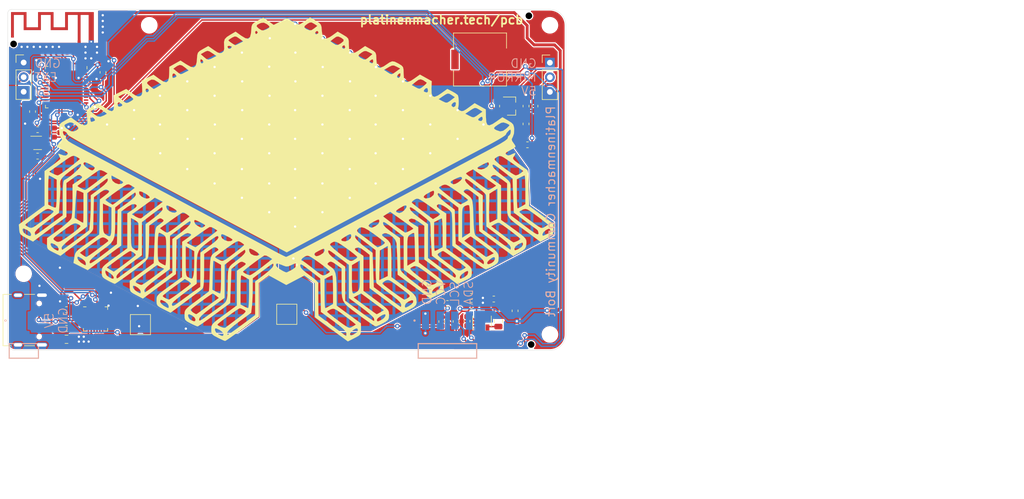
<source format=kicad_pcb>
(kicad_pcb (version 20210925) (generator pcbnew)
  (title_block (title "Platinenmacher Community Board [PCB]") (date "2021-06-21") (rev "1"))
  (layers (0 "F.Cu" signal) (31 "B.Cu" signal "B.Cu.") (34 "B.Paste" user) (35 "F.Paste" user) (36 "B.SilkS" user "B.Silkscreen") (37 "F.SilkS" user "F.Silkscreen") (38 "B.Mask" user) (39 "F.Mask" user) (44 "Edge.Cuts" user))
  (net 0 "")
  (net 1 "Net-(BZ1-Pad1)")
  (net 2 "GND")
  (net 3 "VCC")
  (net 4 "/EN")
  (net 5 "+5V")
  (net 6 "Net-(FB1-Pad2)")
  (net 7 "/I2C_SDA")
  (net 8 "/I2C_SCL")
  (net 9 "Net-(J1-Pad2)")
  (net 10 "Net-(J4-PadA7)")
  (net 11 "Net-(J4-PadA6)")
  (net 13 "Net-(J4-PadA5)")
  (net 15 "Net-(J4-PadB5)")
  (net 16 "Net-(L1-Pad1)")
  (net 17 "/CP2104_DTR")
  (net 18 "Net-(Q1-Pad2)")
  (net 19 "Net-(Q2-Pad5)")
  (net 20 "/GPIO0")
  (net 21 "/CP2104_RTS")
  (net 22 "Net-(Q2-Pad2)")
  (net 23 "Net-(R5-Pad1)")
  (net 24 "Net-(R6-Pad2)")
  (net 26 "Net-(R13-Pad2)")
  (net 28 "Net-(R14-Pad1)")
  (net 29 "/ESP32_TXD")
  (net 30 "/ESP32_RXD")
  (net 31 "/LED1/DI")
  (net 50 "Net-(U3-Pad5)")
  (net 52 "Net-(U4-Pad1)")
  (net 53 "Net-(U5-Pad1)")
  (net 54 "Net-(U6-Pad1)")
  (net 55 "Net-(U7-Pad1)")
  (net 56 "Net-(U8-Pad1)")
  (net 57 "Net-(U10-Pad3)")
  (net 58 "Net-(U10-Pad1)")
  (net 59 "Net-(U11-Pad1)")
  (net 60 "Net-(U12-Pad1)")
  (net 61 "Net-(U13-Pad1)")
  (net 62 "Net-(U14-Pad1)")
  (net 63 "Net-(U15-Pad1)")
  (net 64 "Net-(U16-Pad1)")
  (net 65 "Net-(U17-Pad1)")
  (net 66 "Net-(U18-Pad1)")
  (net 67 "Net-(U19-Pad1)")
  (net 68 "Net-(U20-Pad1)")
  (net 69 "Net-(U21-Pad1)")
  (net 70 "Net-(U22-Pad1)")
  (net 71 "Net-(U23-Pad1)")
  (net 72 "Net-(U24-Pad1)")
  (net 73 "Net-(U25-Pad1)")
  (net 74 "Net-(U26-Pad1)")
  (net 75 "Net-(U27-Pad1)")
  (net 76 "Net-(U28-Pad1)")
  (net 77 "Net-(U29-Pad1)")
  (net 78 "Net-(U30-Pad1)")
  (net 79 "Net-(U31-Pad1)")
  (net 80 "Net-(U32-Pad1)")
  (net 81 "Net-(U33-Pad1)")
  (net 82 "Net-(U34-Pad1)")
  (net 84 "Net-(U36-Pad1)")
  (net 85 "Net-(U37-Pad1)")
  (net 86 "Net-(U38-Pad1)")
  (net 87 "Net-(U39-Pad1)")
  (net 88 "Net-(U40-Pad1)")
  (net 89 "Net-(U41-Pad1)")
  (net 90 "Net-(U42-Pad1)")
  (net 91 "Net-(U43-Pad1)")
  (net 92 "Net-(U44-Pad1)")
  (net 93 "Net-(U45-Pad1)")
  (net 94 "Net-(U46-Pad1)")
  (net 95 "Net-(U47-Pad1)")
  (net 96 "Net-(U48-Pad1)")
  (net 97 "Net-(U49-Pad1)")
  (net 98 "Net-(U50-Pad1)")
  (net 99 "Net-(U51-Pad1)")
  (net 100 "Net-(U52-Pad1)")
  (net 101 "Net-(U53-Pad1)")
  (net 102 "Net-(U54-Pad1)")
  (net 103 "Net-(U55-Pad1)")
  (net 104 "Net-(U56-Pad1)")
  (net 105 "Net-(U57-Pad1)")
  (net 106 "Net-(U58-Pad1)")
  (net 107 "Net-(U59-Pad1)")
  (net 108 "Net-(U60-Pad1)")
  (net 109 "Net-(U61-Pad1)")
  (net 110 "Net-(U62-Pad1)")
  (net 111 "Net-(U63-Pad1)")
  (net 112 "Net-(U64-Pad1)")
  (net 113 "Net-(U65-Pad1)")
  (net 114 "Net-(U66-Pad1)")
  (net 115 "/LED2/DO")
  (net 116 "/LED1/DO")
  (net 117 "Net-(J5-Pad2)")
  (net 118 "Net-(J6-Pad2)")
  (net 119 "/TP1")
  (net 120 "Net-(R20-Pad2)")
  (net 121 "/TP2")
  (net 122 "Net-(Q1-Pad3)")
  (net 123 "Net-(C73-Pad2)")
  (net 124 "Net-(C73-Pad1)")
  (net 125 "Net-(C74-Pad2)")
  (net 126 "Net-(C74-Pad1)")
  (net 145 "Net-(AE1-Pad1)")
  (footprint "Capacitor_SMD:C_0402_1005Metric" (layer "F.Cu") (at 126.75 78.5)
    (fp_text reference "C50" hide)
    (fp_text value "100n" hide)
  )
  (footprint "PCB:LED_WS2812-2020" (layer "F.Cu") (at 150.25 72.75)
    (fp_text reference "U13" hide)
    (fp_text value "WS2812-2020" hide)
  )
  (footprint "Resistor_SMD:R_0603_1608Metric" (layer "F.Cu") (at 188.65 77.8 -90)
    (fp_text reference "R18" hide)
    (fp_text value "10R" hide)
  )
  (footprint "PCB:LED_WS2812-2020" (layer "F.Cu") (at 155 90.5)
    (fp_text reference "U48" hide)
    (fp_text value "WS2812-2020" hide)
  )
  (footprint "Capacitor_SMD:C_0402_1005Metric" (layer "F.Cu") (at 105.5 68.5)
    (fp_text reference "C73" hide)
    (fp_text value "270p")
  )
  (footprint "Capacitor_SMD:C_0402_1005Metric" (layer "F.Cu") (at 136.25 83.5)
    (fp_text reference "C32" hide)
    (fp_text value "100n" hide)
  )
  (footprint "Capacitor_SMD:C_0402_1005Metric" (layer "F.Cu") (at 131.5 91.25 180)
    (fp_text reference "C43" hide)
    (fp_text value "100n" hide)
  )
  (footprint "PCB:LED_WS2812-2020" (layer "F.Cu") (at 164.25 80.25)
    (fp_text reference "U53" hide)
    (fp_text value "WS2812-2020" hide)
  )
  (footprint "Capacitor_SMD:C_0402_1005Metric" (layer "F.Cu") (at 145.5 63.5 180)
    (fp_text reference "C13" hide)
    (fp_text value "100n" hide)
  )
  (footprint "MountingHole:MountingHole_2.5mm" (layer "F.Cu") (at 121.59 63.75)
    (fp_text reference "H3" hide)
    (fp_text value "MountingHole" hide)
  )
  (footprint "Resistor_SMD:R_0603_1608Metric" (layer "F.Cu") (at 105.05 82.4 90)
    (fp_text reference "R6" hide)
    (fp_text value "5k1" hide)
  )
  (footprint "PCB:LED_WS2812-2020" (layer "F.Cu") (at 126.75 80.25)
    (fp_text reference "U25" hide)
    (fp_text value "WS2812-2020" hide)
  )
  (footprint "Capacitor_SMD:C_0402_1005Metric" (layer "F.Cu") (at 164.25 83.5 180)
    (fp_text reference "C53" hide)
    (fp_text value "100n" hide)
  )
  (footprint "Capacitor_SMD:C_0402_1005Metric" (layer "F.Cu") (at 173.75 83.5)
    (fp_text reference "C11" hide)
    (fp_text value "100n" hide)
  )
  (footprint "PCB:LED_WS2812-2020" (layer "F.Cu") (at 159.5 82.75)
    (fp_text reference "U54" hide)
    (fp_text value "WS2812-2020" hide)
  )
  (footprint "Capacitor_SMD:C_0402_1005Metric" (layer "F.Cu") (at 126.75 88.75 180)
    (fp_text reference "C31" hide)
    (fp_text value "100n" hide)
  )
  (footprint "Capacitor_SMD:C_0402_1005Metric" (layer "F.Cu") (at 136.25 68.5)
    (fp_text reference "C56" hide)
    (fp_text value "100n" hide)
  )
  (footprint "Capacitor_SMD:C_0402_1005Metric" (layer "F.Cu") (at 126.75 73.5 180)
    (fp_text reference "C67" hide)
    (fp_text value "100n" hide)
  )
  (footprint "Capacitor_SMD:C_0402_1005Metric" (layer "F.Cu") (at 150.25 81 180)
    (fp_text reference "C64" hide)
    (fp_text value "100n" hide)
  )
  (footprint "PCB:LED_WS2812-2020" (layer "F.Cu") (at 150.25 77.75)
    (fp_text reference "U6" hide)
    (fp_text value "WS2812-2020" hide)
  )
  (footprint "Capacitor_SMD:C_0402_1005Metric" (layer "F.Cu") (at 131.5 76)
    (fp_text reference "C57" hide)
    (fp_text value "100n" hide)
  )
  (footprint "PCB:LED_WS2812-2020" (layer "F.Cu") (at 141 72.75)
    (fp_text reference "U22" hide)
    (fp_text value "WS2812-2020" hide)
  )
  (footprint "Capacitor_SMD:C_0402_1005Metric" (layer "F.Cu") (at 141 81)
    (fp_text reference "C60" hide)
    (fp_text value "100n" hide)
  )
  (footprint "Resistor_SMD:R_0603_1608Metric" (layer "F.Cu") (at 182 77.8 -90)
    (fp_text reference "R1" hide)
    (fp_text value "1k" hide)
  )
  (footprint "Capacitor_SMD:C_0402_1005Metric" (layer "F.Cu") (at 141 71)
    (fp_text reference "C51" hide)
    (fp_text value "100n" hide)
  )
  (footprint "MountingHole:MountingHole_2.5mm" (layer "F.Cu") (at 191.25 63.75)
    (fp_text reference "H2" hide)
    (fp_text value "MountingHole" hide)
  )
  (footprint "PCB:LED_WS2812-2020" (layer "F.Cu") (at 150.25 82.75)
    (fp_text reference "U63" hide)
    (fp_text value "WS2812-2020" hide)
  )
  (footprint "PCB:LED_WS2812-2020" (layer "F.Cu") (at 117.5 85.25)
    (fp_text reference "U27" hide)
    (fp_text value "WS2812-2020" hide)
  )
  (footprint "Resistor_SMD:R_0805_2012Metric" (layer "F.Cu") (at 107.2 118.35 180)
    (fp_text reference "FB1" hide)
    (fp_text value "Ferrite_Bead_Small" hide)
  )
  (footprint "Capacitor_SMD:C_0402_1005Metric" (layer "F.Cu") (at 111.8 118)
    (fp_text reference "C3" hide)
    (fp_text value "100n" hide)
  )
  (footprint "RF_Antenna:Texas_SWRA117D_2.4GHz_Left" (layer "F.Cu") (at 109.4 66.6)
    (fp_text reference "AE1" hide)
    (fp_text value "Antenna_Shield")
  )
  (footprint "Resistor_SMD:R_0603_1608Metric" (layer "F.Cu") (at 172.45 115.26 90)
    (fp_text reference "R5" hide)
    (fp_text value "100R" hide)
  )
  (footprint "Resistor_SMD:R_0603_1608Metric" (layer "F.Cu") (at 187.1 77.8 -90)
    (fp_text reference "R2" hide)
    (fp_text value "5k1" hide)
  )
  (footprint "PCB:LED_WS2812-2020" (layer "F.Cu") (at 173.75 80.25)
    (fp_text reference "U44" hide)
    (fp_text value "WS2812-2020" hide)
  )
  (footprint "Capacitor_SMD:C_0402_1005Metric" (layer "F.Cu") (at 155 68.5)
    (fp_text reference "C16" hide)
    (fp_text value "100n" hide)
  )
  (footprint "Resistor_SMD:R_0603_1608Metric" (layer "F.Cu") (at 102.175 81.9 180)
    (fp_text reference "R11" hide)
    (fp_text value "100R" hide)
  )
  (footprint "Capacitor_SMD:C_0402_1005Metric" (layer "F.Cu") (at 141 86)
    (fp_text reference "C27" hide)
    (fp_text value "100n" hide)
  )
  (footprint "Capacitor_SMD:C_0402_1005Metric" (layer "F.Cu") (at 150.25 76 180)
    (fp_text reference "C66" hide)
    (fp_text value "100n" hide)
  )
  (footprint "PCB:LED_WS2812-2020" (layer "F.Cu") (at 150.25 87.75)
    (fp_text reference "U56" hide)
    (fp_text value "WS2812-2020" hide)
  )
  (footprint "Connector_USB:USB_C_Receptacle_Palconn_UTC16-G" (layer "F.Cu") (at 101 115 -90)
    (fp_text reference "J4" hide)
    (fp_text value "USB_C_Receptacle_USB2.0" hide)
  )
  (footprint "Capacitor_SMD:C_0402_1005Metric" (layer "F.Cu") (at 126.75 83.5 180)
    (fp_text reference "C42" hide)
    (fp_text value "100n" hide)
  )
  (footprint "Resistor_SMD:R_0603_1608Metric" (layer "F.Cu") (at 176.85 115.2 90)
    (fp_text reference "R14" hide)
    (fp_text value "5k1" hide)
  )
  (footprint "PCB:JLCPCB_Tooling_Hole" (layer "F.Cu") (at 98 67)
    (fp_text reference "H6" hide)
    (fp_text value "MountingHole" hide)
  )
  (footprint "Capacitor_SMD:C_0402_1005Metric" (layer "F.Cu") (at 136.25 93.75 180)
    (fp_text reference "C30" hide)
    (fp_text value "100n" hide)
  )
  (footprint "PCB:LED_WS2812-2020" (layer "F.Cu") (at 164.25 75.25)
    (fp_text reference "U60" hide)
    (fp_text value "WS2812-2020" hide)
  )
  (footprint "PCB:LED_WS2812-2020" (layer "F.Cu") (at 145.5 90.5)
    (fp_text reference "U57" hide)
    (fp_text value "WS2812-2020" hide)
  )
  (footprint "Capacitor_SMD:C_0402_1005Metric" (layer "F.Cu") (at 155 78.5 180)
    (fp_text reference "C29" hide)
    (fp_text value "100n" hide)
  )
  (footprint "Resistor_SMD:R_0603_1608Metric" (layer "F.Cu") (at 113.55 71.925 -90)
    (fp_text reference "R3" hide)
    (fp_text value "5k1" hide)
  )
  (footprint "PCB:LED_WS2812-2020" (layer "F.Cu") (at 155 80.25)
    (fp_text reference "U62" hide)
    (fp_text value "WS2812-2020" hide)
  )
  (footprint "PCB:LED_WS2812-2020" (layer "F.Cu") (at 159.5 77.75)
    (fp_text reference "U61" hide)
    (fp_text value "WS2812-2020" hide)
  )
  (footprint "PCB:LED_WS2812-2020" (layer "F.Cu") (at 131.5 72.75)
    (fp_text reference "U31" hide)
    (fp_text value "WS2812-2020" hide)
  )
  (footprint "PCB:LED_WS2812-2020" (layer "F.Cu") (at 141 87.75)
    (fp_text reference "U65" hide)
    (fp_text value "WS2812-2020" hide)
  )
  (footprint "PCB:LED_WS2812-2020" (layer "F.Cu") (at 141 77.75)
    (fp_text reference "U15" hide)
    (fp_text value "WS2812-2020" hide)
  )
  (footprint "Capacitor_SMD:C_0402_1005Metric" (layer "F.Cu") (at 112.75 81)
    (fp_text reference "C36" hide)
    (fp_text value "100n" hide)
  )
  (footprint "PCB:LED_WS2812-2020" (layer "F.Cu") (at 126.75 85.25)
    (fp_text reference "U18" hide)
    (fp_text value "WS2812-2020" hide)
  )
  (footprint "Capacitor_SMD:C_0402_1005Metric" (layer "F.Cu") (at 150.25 91.25 180)
    (fp_text reference "C44" hide)
    (fp_text value "100n" hide)
  )
  (footprint "Capacitor_SMD:C_0402_1005Metric" (layer "F.Cu") (at 145.5 98.75 180)
    (fp_text reference "C41" hide)
    (fp_text value "100n" hide)
  )
  (footprint "PCB:LED_WS2812-2020" (layer "F.Cu") (at 169 82.75)
    (fp_text reference "U45" hide)
    (fp_text value "WS2812-2020" hide)
  )
  (footprint "Capacitor_SMD:C_0402_1005Metric" (layer "F.Cu") (at 117.5 78.5)
    (fp_text reference "C24" hide)
    (fp_text value "100n" hide)
  )
  (footprint "PCB:LED_WS2812-2020" (layer "F.Cu") (at 136.25 90.5)
    (fp_text reference "U66" hide)
    (fp_text value "WS2812-2020" hide)
  )
  (footprint "Capacitor_SMD:C_0402_1005Metric" (layer "F.Cu") (at 169 76 180)
    (fp_text reference "C23" hide)
    (fp_text value "100n" hide)
  )
  (footprint "Capacitor_SMD:C_0402_1005Metric" (layer "F.Cu") (at 131.5 71)
    (fp_text reference "C48" hide)
    (fp_text value "100n" hide)
  )
  (footprint "PCB:LED_WS2812-2020" (layer "F.Cu") (at 164.25 90.5)
    (fp_text reference "U39" hide)
    (fp_text value "WS2812-2020" hide)
  )
  (footprint "Capacitor_SMD:C_0402_1005Metric" (layer "F.Cu") (at 155 73.5)
    (fp_text reference "C10" hide)
    (fp_text value "100n" hide)
  )
  (footprint "Capacitor_SMD:C_0603_1608Metric" (layer "F.Cu") (at 185.2 113.4 90)
    (fp_text reference "C4" hide)
    (fp_text value "4u7" hide)
  )
  (footprint "PCB:LED_WS2812-2020" (layer "F.Cu") (at 150.25 67.75)
    (fp_text reference "U20" hide)
    (fp_text value "WS2812-2020" hide)
  )
  (footprint "Capacitor_SMD:C_0402_1005Metric" (layer "F.Cu") (at 150.25 86)
    (fp_text reference "C62" hide)
    (fp_text value "100n" hide)
  )
  (footprint "Capacitor_SMD:C_0402_1005Metric" (layer "F.Cu") (at 145.5 88.75)
    (fp_text reference "C39" hide)
    (fp_text value "100n" hide)
  )
  (footprint "PCB:LED_WS2812-2020" (layer "F.Cu") (at 169 87.75)
    (fp_text reference "U38" hide)
    (fp_text value "WS2812-2020" hide)
  )
  (footprint "Resistor_SMD:R_0603_1608Metric" (layer "F.Cu") (at 187.1 80.9 90)
    (fp_text reference "R8" hide)
    (fp_text value "10R" hide)
  )
  (footprint "PCB:LED_WS2812-2020" (layer "F.Cu") (at 131.5 77.75)
    (fp_text reference "U24" hide)
    (fp_text value "WS2812-2020" hide)
  )
  (footprint "Package_TO_SOT_SMD:SOT-23-6" (layer "F.Cu") (at 179.45 115.2 90)
    (fp_text reference "U2" hide)
    (fp_text value "MT3420C" hide)
  )
  (footprint "PCB:LED_WS2812-2020" (layer "F.Cu") (at 145.5 70.25)
    (fp_text reference "U21" hide)
    (fp_text value "WS2812-2020" hide)
  )
  (footprint "PCB:LED_WS2812-2020" (layer "F.Cu") (at 145.5 75.25)
    (fp_text reference "U14" hide)
    (fp_text value "WS2812-2020" hide)
  )
  (footprint "PCB:LED_WS2812-2020" (layer "F.Cu") (at 173.75 85.25)
    (fp_text reference "U37" hide)
    (fp_text value "WS2812-2020" hide)
  )
  (footprint "Capacitor_SMD:C_0402_1005Metric" (layer "F.Cu") (at 131.5 81 180)
    (fp_text reference "C54" hide)
    (fp_text value "100n" hide)
  )
  (footprint "PCB:LED_WS2812-2020" (layer "F.Cu") (at 141 98)
    (fp_text reference "U51" hide)
    (fp_text value "WS2812-2020" hide)
  )
  (footprint "PCB:JLCPCB_Tooling_Hole" (layer "F.Cu") (at 187.6 62.1)
    (fp_text reference "H7" hide)
    (fp_text value "MountingHole")
  )
  (footprint "PCB:LED_WS2812-2020" (layer "F.Cu") (at 155 95.5)
    (fp_text reference "U41" hide)
    (fp_text value "WS2812-2020" hide)
  )
  (footprint "Resistor_SMD:R_0603_1608Metric" (layer "F.Cu") (at 187.35 84.525)
    (fp_text reference "R20" hide)
    (fp_text value "5k1" hide)
  )
  (footprint "Capacitor_SMD:C_0402_1005Metric" (layer "F.Cu") (at 145.5 73.5)
    (fp_text reference "C63" hide)
    (fp_text value "100n" hide)
  )
  (footprint "PCB:TS-1075S-A2B2-D4" (layer "F.Cu") (at 120.05 115.8 180)
    (fp_text reference "SW1" hide)
    (fp_text value "TS-1102S-C-A-B")
  )
  (footprint "Capacitor_SMD:C_0402_1005Metric" (layer "F.Cu") (at 150.25 96.25)
    (fp_text reference "C37" hide)
    (fp_text value "100n" hide)
  )
  (footprint "PCB:LED_WS2812-2020" (layer "F.Cu") (at 136.25 75.25)
    (fp_text reference "U23" hide)
    (fp_text value "WS2812-2020" hide)
  )
  (footprint "PCB:LED_WS2812-2020" (layer "F.Cu") (at 136.25 80.25)
    (fp_text reference "U16" hide)
    (fp_text value "WS2812-2020" hide)
  )
  (footprint "PCB:LED_WS2812-2020" (layer "F.Cu") (at 164.25 85.25)
    (fp_text reference "U46" hide)
    (fp_text value "WS2812-2020" hide)
  )
  (footprint "Capacitor_SMD:C_0402_1005Metric" (layer "F.Cu") (at 122 81 180)
    (fp_text reference "C28" hide)
    (fp_text value "100n" hide)
  )
  (footprint "Capacitor_SMD:C_0603_1608Metric" (layer "F.Cu") (at 181.5 111.35)
    (fp_text reference "C6" hide)
    (fp_text value "4u7" hide)
  )
  (footprint "PCB:LED_WS2812-2020" (layer "F.Cu") (at 155 85.25)
    (fp_text reference "U55" hide)
    (fp_text value "WS2812-2020" hide)
  )
  (footprint "PCB:LED_WS2812-2020" (layer "F.Cu") (at 145.5 80.25)
    (fp_text reference "U7" hide)
    (fp_text value "WS2812-2020" hide)
  )
  (footprint "PCB:LED_WS2812-2020" (layer "F.Cu") (at 145.5 100.5)
    (fp_text reference "U43" hide)
    (fp_text value "WS2812-2020" hide)
  )
  (footprint "Capacitor_SMD:C_0402_1005Metric" (layer "F.Cu") (at 178.25 81)
    (fp_text reference "C18" hide)
    (fp_text value "100n" hide)
  )
  (footprint "PCB:LED_WS2812-2020" (layer "F.Cu") (at 141 67.75)
    (fp_text reference "U29" hide)
    (fp_text value "WS2812-2020" hide)
  )
  (footprint "Package_DFN_QFN:QFN-24-1EP_4x4mm_P0.5mm_EP2.6x2.6mm" (layer "F.Cu") (at 112.25 114.8125)
    (fp_text reference "U3" hide)
    (fp_text value "CP2104" hide)
  )
  (footprint "Resistor_SMD:R_0603_1608Metric" (layer "F.Cu") (at 102.175 86.5)
    (fp_text reference "R9" hide)
    (fp_text value "100R" hide)
  )
  (footprint "PCB:LED_WS2812-2020" (layer "F.Cu") (at 155 70.25)
    (fp_text reference "U12" hide)
    (fp_text value "WS2812-2020" hide)
  )
  (footprint "Capacitor_SMD:C_0402_1005Metric" (layer "F.Cu") (at 122 76 180)
    (fp_text reference "C65" hide)
    (fp_text value "100n" hide)
  )
  (footprint "PCB:LED_WS2812-2020" (layer "F.Cu") (at 155 75.25)
    (fp_text reference "U5" hide)
    (fp_text value "WS2812-2020" hide)
  )
  (footprint "PCB:LED_WS2812-2020" (layer "F.Cu") (at 136.25 95.5)
    (fp_text reference "U59" hide)
    (fp_text value "WS2812-2020" hide)
  )
  (footprint "Capacitor_SMD:C_0402_1005Metric" (layer "F.Cu") (at 164.25 73.5 180)
    (fp_text reference "C21" hide)
    (fp_text value "100n" hide)
  )
  (footprint "Capacitor_SMD:C_0402_1005Metric" (layer "F.Cu") (at 164.25 78.5 180)
    (fp_text reference "C14" hide)
    (fp_text value "100n" hide)
  )
  (footprint "Capacitor_SMD:C_0402_1005Metric" (layer "F.Cu") (at 141 76)
    (fp_text reference "C49" hide)
    (fp_text value "100n" hide)
  )
  (footprint "Capacitor_SMD:C_0402_1005Metric" (layer "F.Cu") (at 150.25 71 180)
    (fp_text reference "C15" hide)
    (fp_text value "100n" hide)
  )
  (footprint "PCB:LED_WS2812-2020" (layer "F.Cu") (at 141 82.75)
    (fp_text reference "U8" hide)
    (fp_text value "WS2812-2020" hide)
  )
  (footprint "Capacitor_SMD:C_0402_1005Metric" (layer "F.Cu") (at 159.5 71 180)
    (fp_text reference "C20" hide)
    (fp_text value "100n" hide)
  )
  (footprint "Capacitor_SMD:C_0402_1005Metric" (layer "F.Cu") (at 122 86)
    (fp_text reference "C33" hide)
    (fp_text value "100n" hide)
  )
  (footprint "Capacitor_SMD:C_0402_1005Metric" (layer "F.Cu") (at 103.6 68.5)
    (fp_text reference "C74" hide)
    (fp_text value "270p")
  )
  (footprint "Capacitor_SMD:C_0402_1005Metric" (layer "F.Cu") (at 108.3 68.1 90)
    (fp_text reference "C1" hide)
    (fp_text value "100n" hide)
  )
  (footprint "Capacitor_SMD:C_0402_1005Metric" (layer "F.Cu") (at 141 91.25)
    (fp_text reference "C38" hide)
    (fp_text value "100n" hide)
  )
  (footprint "PCB:LED_WS2812-2020" (layer "F.Cu") (at 126.75 90.5)
    (fp_text reference "U11" hide)
    (fp_text value "WS2812-2020" hide)
  )
  (footprint "PCB:LED_WS2812-2020" (layer "F.Cu") (at 141 93)
    (fp_text reference "U58" hide)
    (fp_text value "WS2812-2020" hide)
  )
  (footprint "Resistor_SMD:R_0603_1608Metric" (layer "F.Cu") (at 101.3 78.75 -90)
    (fp_text reference "R19" hide)
    (fp_text value "10R" hide)
  )
  (footprint "Buzzer_Beeper:Buzzer_Murata_PKMCS0909E4000-R1" (layer "F.Cu") (at 179.1 69.7)
    (fp_text reference "BZ1" hide)
    (fp_text value "Buzzer" hide)
  )
  (footprint "Capacitor_SMD:C_0402_1005Metric" (layer "F.Cu") (at 155 93.75)
    (fp_text reference "C25" hide)
    (fp_text value "100n" hide)
  )
  (footprint "Capacitor_SMD:C_0402_1005Metric" (layer "F.Cu") (at 116 115.475 -90)
    (fp_text reference "C2" hide)
    (fp_text value "100n" hide)
  )
  (footprint "Capacitor_SMD:C_0402_1005Metric" (layer "F.Cu") (at 159.5 91.25 180)
    (fp_text reference "C70" hide)
    (fp_text value "100n" hide)
  )
  (footprint "PCB:LED_WS2812-2020" (layer "F.Cu") (at 122 82.75)
    (fp_text reference "U26" hide)
    (fp_text value "WS2812-2020" hide)
  )
  (footprint "PCB:LED_WS2812-2020" (layer "F.Cu") (at 131.5 82.75)
    (fp_text reference "U17" hide)
    (fp_text value "WS2812-2020" hide)
  )
  (footprint "Capacitor_SMD:C_0402_1005Metric" (layer "F.Cu") (at 169 86)
    (fp_text reference "C59" hide)
    (fp_text value "100n" hide)
  )
  (footprint "PCB:LED_WS2812-2020" (layer "F.Cu") (at 112.75 82.75)
    (fp_text reference "U35" hide)
    (fp_text value "WS2812-2020" hide)
  )
  (footprint "Resistor_SMD:R_0603_1608Metric" (layer "F.Cu") (at 177.6 110.899999)
    (fp_text reference "R13" hide)
    (fp_text value "430k" hide)
  )
  (footprint "Capacitor_SMD:C_0402_1005Metric" (layer "F.Cu") (at 180.95 112.7)
    (fp_text reference "C7" hide)
    (fp_text value "100n" hide)
  )
  (footprint "Capacitor_SMD:C_0402_1005Metric" (layer "F.Cu") (at 183.900001 113.55 90)
    (fp_text reference "C5" hide)
    (fp_text value "100n" hide)
  )
  (footprint "Capacitor_SMD:C_0402_1005Metric" (layer "F.Cu") (at 145.5 83.5)
    (fp_text reference "C61" hide)
    (fp_text value "100n" hide)
  )
  (footprint "PCB:LED_WS2812-2020" (layer "F.Cu") (at 159.5 93)
    (fp_text reference "U40" hide)
    (fp_text value "WS2812-2020" hide)
  )
  (footprint "Capacitor_SMD:C_0402_1005Metric" (layer "F.Cu") (at 173.75 78.5)
    (fp_text reference "C17" hide)
    (fp_text value "100n" hide)
  )
  (footprint "Capacitor_SMD:C_0402_1005Metric" (layer "F.Cu") (at 169 81)
    (fp_text reference "C9" hide)
    (fp_text value "100n" hide)
  )
  (footprint "Capacitor_SMD:C_0402_1005Metric" (layer "F.Cu") (at 150.25 66 180)
    (fp_text reference "C22" hide)
    (fp_text value "100n" hide)
  )
  (footprint "Capacitor_SMD:C_0402_1005Metric" (layer "F.Cu") (at 141 96.25)
    (fp_text reference "C26" hide)
    (fp_text value "100n" hide)
  )
  (footprint "PCB:TS-1075S-A2B2-D4" (layer "F.Cu") (at 145.5 114)
    (fp_text reference "SW2" hide)
    (fp_text value "TS-1102S-C-A-B")
  )
  (footprint "Inductor_SMD:L_0805_2012Metric" (layer "F.Cu") (at 182.3 115.2 90)
    (fp_text reference "L1" hide)
    (fp_text value "L" hide)
  )
  (footprint "Connector_PinHeader_2.54mm:PinHeader_1x03_P2.54mm_Vertical" (layer "F.Cu") (at 191.25 70.25)
    (fp_text reference "J5" hide)
    (fp_text value "EXP" hide)
  )
  (footprint "PCB:LED_WS2812-2020" (layer "F.Cu") (at 122 77.75)
    (fp_text reference "U33" hide)
    (fp_text value "WS2812-2020" hide)
  )
  (footprint "Resistor_SMD:R_0603_1608Metric" (layer "F.Cu") (at 107.2 116.45)
    (fp_text reference "R16" hide)
    (fp_text value "5k1" hide)
  )
  (footprint "PCB:LED_WS2812-2020" (layer "F.Cu") (at 178.25 82.75)
    (fp_text reference "U36" hide)
    (fp_text value "WS2812-2020" hide)
  )
  (footprint "Capacitor_SMD:C_0402_1005Metric" (layer "F.Cu") (at 141 66)
    (fp_text reference "C19" hide)
    (fp_text value "100n" hide)
  )
  (footprint "PCB:LED_WS2812-2020" (layer "F.Cu") (at 145.5 85.25)
    (fp_text reference "U64" hide)
    (fp_text value "WS2812-2020" hide)
  )
  (footprint "PCB:LED_WS2812-2020" (layer "F.Cu") (at 131.5 93)
    (fp_text reference "U67" hide)
    (fp_text value "WS2812-2020" hide)
  )
  (footprint "Resistor_SMD:R_0603_1608Metric" (layer "F.Cu") (at 107.2 113.2)
    (fp_text reference "R17" hide)
    (fp_text value "5k1" hide)
  )
  (footprint "PCB:LED_WS2812-2020" (layer "F.Cu") (at 150.25 93)
    (fp_text reference "U49" hide)
    (fp_text value "WS2812-2020" hide)
  )
  (footprint "MountingHole:MountingHole_2.5mm" (layer "F.Cu") (at 99.75 106.95)
    (fp_text reference "H4" hide)
    (fp_text value "MountingHole" hide)
  )
  (footprint "Capacitor_SMD:C_0402_1005Metric" (layer "F.Cu") (at 155 83.5)
    (fp_text reference "C34" hide)
    (fp_text value "100n" hide)
  )
  (footprint "PCB:LED_WS2812-2020" (layer "F.Cu") (at 159.5 72.75)
    (fp_text reference "U4" hide)
    (fp_text value "WS2812-2020" hide)
  )
  (footprint "Capacitor_SMD:C_0402_1005Metric" (layer "F.Cu") (at 164.25 88.75)
    (fp_text reference "C58" hide)
    (fp_text value "100n" hide)
  )
  (footprint "Package_TO_SOT_SMD:SOT-23" (layer "F.Cu") (at 184.55 77.8)
    (property "Reference" "Q1")
    (property "Value" "AO3400A")
    (fp_text reference "Q1" hide)
    (fp_text value "AO3400A" hide)
  )
  (footprint "PCB:LED_WS2812-2020" (layer "F.Cu") (at 136.25 85.25)
    (fp_text reference "U9" hide)
    (fp_text value "WS2812-2020" hide)
  )
  (footprint "Capacitor_SMD:C_0402_1005Metric" (layer "F.Cu") (at 159.5 76 180)
    (fp_text reference "C12" hide)
    (fp_text value "100n" hide)
  )
  (footprint "PCB:LED_WS2812-2020" (layer "F.Cu") (at 169 77.75)
    (fp_text reference "U52" hide)
    (fp_text value "WS2812-2020" hide)
  )
  (footprint "Capacitor_SMD:C_0402_1005Metric" (layer "F.Cu") (at 117.5 83.5 180)
    (fp_text reference "C45" hide)
    (fp_text value "100n" hide)
  )
  (footprint "PCB:LED_WS2812-2020" (layer "F.Cu") (at 150.25 98)
    (fp_text reference "U42" hide)
    (fp_text value "WS2812-2020" hide)
  )
  (footprint "PCB:LED_WS2812-2020" (layer "F.Cu") (at 122 87.75)
    (fp_text reference "U19" hide)
    (fp_text value "WS2812-2020" hide)
  )
  (footprint "Resistor_SMD:R_0603_1608Metric" (layer "F.Cu") (at 177.6 112.45 180)
    (fp_text reference "R15" hide)
    (fp_text value "100k" hide)
  )
  (footprint "PCB:LED_WS2812-2020" (layer "F.Cu") (at 145.5 95.5)
    (fp_text reference "U50" hide)
    (fp_text value "WS2812-2020" hide)
  )
  (footprint "Capacitor_SMD:C_0402_1005Metric" (layer "F.Cu") (at 145.5 93.75 180)
    (fp_text reference "C40" hide)
    (fp_text value "100n" hide)
  )
  (footprint "PCB:LED_WS2812-2020" (layer "F.Cu") (at 117.5 80.25)
    (fp_text reference "U34" hide)
    (fp_text value "WS2812-2020" hide)
  )
  (footprint "PCB:LED_WS2812-2020" (layer "F.Cu") (at 126.75 75.25)
    (fp_text reference "U32" hide)
    (fp_text value "WS2812-2020" hide)
  )
  (footprint "Package_TO_SOT_SMD:SOT-363_SC-70-6" (layer "F.Cu") (at 102.175 84.2)
    (fp_text reference "Q2" hide)
    (fp_text value "UMH3N" hide)
  )
  (footprint "Capacitor_SMD:C_0402_1005Metric" (layer "F.Cu") (at 136.25 73.5 180)
    (fp_text reference "C52" hide)
    (fp_text value "100n" hide)
  )
  (footprint "MountingHole:MountingHole_2.5mm" (layer "F.Cu") (at 191.25 117.5)
    (fp_text reference "H1" hide)
    (fp_text value "MountingHole" hide)
  )
  (footprint "Capacitor_SMD:C_0402_1005Metric" (layer "F.Cu") (at 159.5 81)
    (fp_text reference "C35" hide)
    (fp_text value "100n" hide)
  )
  (footprint "PCB:JLCPCB_Tooling_Hole" (layer "F.Cu") (at 188 119.25 45)
    (fp_text reference "H5" hide)
    (fp_text value "MountingHole" hide)
  )
  (footprint "PCB:LED_WS2812-2020" (layer "F.Cu") (at 145.5 65.25)
    (fp_text reference "U28" hide)
    (fp_text value "WS2812-2020" hide)
  )
  (footprint "Capacitor_SMD:C_0402_1005Metric" (layer "F.Cu") (at 131.515 86 180)
    (fp_text reference "C46" hide)
    (fp_text value "100n" hide)
  )
  (footprint "Capacitor_SMD:C_0402_1005Metric" (layer "F.Cu") (at 136.25 88.75 180)
    (fp_text reference "C47" hide)
    (fp_text value "100n" hide)
  )
  (footprint "Resistor_SMD:R_0603_1608Metric" (layer "F.Cu") (at 174.95 115.2375 -90)
    (fp_text reference "R4" hide)
    (fp_text value "5k1" hide)
  )
  (footprint "Capacitor_SMD:C_0402_1005Metric" (layer "F.Cu") (at 159.5 86 180)
    (fp_text reference "C68" hide)
    (fp_text value "100n" hide)
  )
  (footprint "PCB:LED_WS2812-2020" (layer "F.Cu") (at 159.5 87.75)
    (fp_text reference "U47" hide)
    (fp_text value "WS2812-2020" hide)
  )
  (footprint "Package_DFN_QFN:QFN-48-1EP_7x7mm_P0.5mm_EP5.3x5.3mm" (layer "F.Cu") (at 107.15 74.5 -90)
    (fp_text reference "U1" hide)
    (fp_text value "ESP32-PICO-D4" hide)
  )
  (footprint "Capacitor_SMD:C_0402_1005Metric" (layer "F.Cu") (at 136.25 78.5 180)
    (fp_text reference "C69" hide)
    (fp_text value "100n" hide)
  )
  (footprint "Resistor_SMD:R_0603_1608Metric" (layer "F.Cu") (at 173.43 112.13)
    (fp_text reference "R7" hide)
    (fp_text value "10R" hide)
  )
  (footprint "Capacitor_SMD:C_0402_1005Metric" (layer "F.Cu") (at 107.3 68.1 90)
    (fp_text reference "C72" hide)
    (fp_text value "4u7")
  )
  (footprint "Connector_PinHeader_2.54mm:PinHeader_1x03_P2.54mm_Vertical" (layer "F.Cu") (at 99.75 70.225)
    (fp_text reference "J6" hide)
    (fp_text value "EXP" hide)
  )
  (footprint "PCB:LED_WS2812-2020" (layer "F.Cu") (at 131.5 87.75)
    (fp_text reference "U10" hide)
    (fp_text value "WS2812-2020" hide)
  )
  (footprint "Capacitor_SMD:C_0402_1005Metric" (layer "F.Cu") (at 155 88.75 180)
    (fp_text reference "C71" hide)
    (fp_text value "100n" hide)
  )
  (footprint "PCB:Chip" (layer "F.Cu") (at 145.5 90.5)
    (fp_text reference "SYM1" hide)
    (fp_text value "CHIP" hide)
  )
  (footprint "PCB:LED_WS2812-2020" (layer "F.Cu") (at 136.25 70.25)
    (fp_text reference "U30" hide)
    (fp_text value "WS2812-2020" hide)
  )
  (footprint "Capacitor_SMD:C_0402_1005Metric" (layer "F.Cu") (at 145.5 68.5)
    (fp_text reference "C8" hide)
    (fp_text value "100n" hide)
  )
  (footprint "Capacitor_SMD:C_0402_1005Metric" (layer "F.Cu") (at 145.5 78.5 180)
    (fp_text reference "C55" hide)
    (fp_text value "100n" hide)
  )
  (footprint "PCB:PinHeader_1x04_P2.54mm_Horizontal_SMD" (layer "B.Cu") (at 173.44 120.37)
    (fp_text reference "J1" hide)
    (fp_text value "Conn_01x04" hide)
  )
  (footprint "PCB:PinHeader_1x02_P2.54mm_Horizontal_SMD" (layer "B.Cu") (at 99.78 120.37)
    (fp_text reference "J3" hide)
    (fp_text value "Conn_01x02" hide)
  )
  (gr_line (start 194 63.75) (end 194 117.5) (layer "Edge.Cuts") (width 0.05))
  (gr_line (start 97.6 61) (end 191.25 61) (layer "Edge.Cuts") (width 0.05))
  (gr_line (start 97 119) (end 97 61.6) (layer "Edge.Cuts") (width 0.05))
  (gr_arc (start 97.6 61.6) (end 97.6 61) (angle -90) (layer "Edge.Cuts") (width 0.05))
  (gr_line (start 191.25 120.25) (end 98.25 120.25) (layer "Edge.Cuts") (width 0.05))
  (gr_arc (start 98.25 119) (end 97 119) (angle -90) (layer "Edge.Cuts") (width 0.05))
  (gr_arc (start 191.25 63.75) (end 194 63.75) (angle -90) (layer "Edge.Cuts") (width 0.05))
  (gr_arc (start 191.25 117.5) (end 191.25 120.25) (angle -90) (layer "Edge.Cuts") (width 0.05))
  (gr_text "5V\nGND" (at 105.4 115.1 90) (layer "B.SilkS") (effects (font (size 1.5 1.5)) (justify mirror)))
  (gr_text "GND\nVCC\nSCL\nSDA" (at 173.5 112.5 90) (layer "B.SilkS") (effects (font (size 1.5 1.5)) (justify right mirror)))
  (gr_text "GND\nEXT\n5V" (at 101.55 72.8) (layer "B.SilkS") (effects (font (size 1.5 1.5)) (justify right mirror)))
  (gr_text "GND\nMIRROR\n5V" (at 189.05 72.8) (layer "B.SilkS") (effects (font (size 1.5 1.5)) (justify left mirror)))
  (gr_text "Platinenmacher Community Bort" (at 191.4 96.1 90) (layer "B.SilkS") (effects (font (size 1.5 1.5) (thickness 0.2)) (justify mirror)))
  (gr_text "platinenmacher.tech/pcb" (at 172.4 62.8) (layer "F.SilkS") (effects (font (size 1.5 1.5) (thickness 0.3))))
  (segment (start 107.994879 80.325969) (end 108.09939 80.43048) (width 0.25) (layer "F.Cu") (net 1))
  (segment (start 103.274511 77.279393) (end 102.8875 77.666404) (width 0.25) (layer "F.Cu") (net 1))
  (segment (start 108.09939 80.43048) (end 110.915616 80.43048) (width 0.25) (layer "F.Cu") (net 1))
  (segment (start 103.7 77.25) (end 103.274511 77.25) (width 0.25) (layer "F.Cu") (net 1))
  (segment (start 103.274511 77.25) (end 103.274511 77.279393) (width 0.25) (layer "F.Cu") (net 1))
  (segment (start 104.55548 80.43048) (end 107.00061 80.43048) (width 0.25) (layer "F.Cu") (net 1))
  (segment (start 130.744511 62.825489) (end 170.250489 62.825489) (width 0.25) (layer "F.Cu") (net 1))
  (segment (start 107.00061 80.43048) (end 107.105121 80.325969) (width 0.25) (layer "F.Cu") (net 1))
  (segment (start 170.250489 62.825489) (end 174.75 67.325) (width 0.25) (layer "F.Cu") (net 1))
  (segment (start 102.8875 77.666404) (end 102.8875 78.7625) (width 0.25) (layer "F.Cu") (net 1))
  (segment (start 110.915616 80.43048) (end 111.020607 80.325489) (width 0.25) (layer "F.Cu") (net 1))
  (segment (start 107.105121 80.325969) (end 107.994879 80.325969) (width 0.25) (layer "F.Cu") (net 1))
  (segment (start 113.244511 80.325489) (end 130.744511 62.825489) (width 0.25) (layer "F.Cu") (net 1))
  (segment (start 102.8875 78.7625) (end 104.55548 80.43048) (width 0.25) (layer "F.Cu") (net 1))
  (segment (start 111.020607 80.325489) (end 113.244511 80.325489) (width 0.25) (layer "F.Cu") (net 1))
  (segment (start 174.75 67.325) (end 174.75 69.7) (width 0.25) (layer "F.Cu") (net 1))
  (segment (start 159.209511 81.194511) (end 159.209511 82.675489) (width 0.25) (layer "F.Cu") (net 2))
  (segment (start 159.209511 82.675489) (end 158.585 83.3) (width 0.25) (layer "F.Cu") (net 2))
  (segment (start 135.959511 90.425489) (end 135.335 91.05) (width 0.25) (layer "F.Cu") (net 2))
  (segment (start 145.209511 90.425489) (end 144.585 91.05) (width 0.25) (layer "F.Cu") (net 2))
  (segment (start 149.765 96.25) (end 149.959511 96.444511) (width 0.25) (layer "F.Cu") (net 2))
  (segment (start 121.515 86) (end 121.709511 86.194511) (width 0.25) (layer "F.Cu") (net 2))
  (segment (start 140.515 81) (end 140.709511 81.194511) (width 0.25) (layer "F.Cu") (net 2))
  (segment (start 159.209511 76.194511) (end 159.209511 77.675489) (width 0.25) (layer "F.Cu") (net 2))
  (segment (start 121.709511 82.675489) (end 121.085 83.3) (width 0.25) (layer "F.Cu") (net 2))
  (segment (start 154.709511 78.694511) (end 154.709511 80.175489) (width 0.25) (layer "F.Cu") (net 2))
  (segment (start 140.709511 71.194511) (end 140.709511 72.675489) (width 0.25) (layer "F.Cu") (net 2))
  (segment (start 159.015 86) (end 159.209511 86.194511) (width 0.25) (layer "F.Cu") (net 2))
  (segment (start 154.515 83.5) (end 154.709511 83.694511) (width 0.25) (layer "F.Cu") (net 2))
  (segment (start 135.959511 88.944511) (end 135.959511 90.425489) (width 0.25) (layer "F.Cu") (net 2))
  (segment (start 159.015 81) (end 159.209511 81.194511) (width 0.25) (layer "F.Cu") (net 2))
  (segment (start 140.709511 81.194511) (end 140.709511 82.675489) (width 0.25) (layer "F.Cu") (net 2))
  (segment (start 154.515 73.5) (end 154.515 73.819999) (width 0.25) (layer "F.Cu") (net 2))
  (segment (start 121.709511 87.675489) (end 121.085 88.3) (width 0.25) (layer "F.Cu") (net 2))
  (segment (start 163.765 73.5) (end 163.959511 73.694511) (width 0.25) (layer "F.Cu") (net 2))
  (segment (start 149.959511 67.675489) (end 149.335 68.3) (width 0.25) (layer "F.Cu") (net 2))
  (segment (start 145.015 63.5) (end 145.209511 63.694511) (width 0.25) (layer "F.Cu") (net 2))
  (segment (start 135.765 78.5) (end 135.959511 78.694511) (width 0.25) (layer "F.Cu") (net 2))
  (segment (start 154.709511 95.425489) (end 154.085 96.05) (width 0.25) (layer "F.Cu") (net 2))
  (segment (start 159.209511 86.194511) (end 159.209511 87.675489) (width 0.25) (layer "F.Cu") (net 2))
  (segment (start 131.015 76) (end 131.209511 76.194511) (width 0.25) (layer "F.Cu") (net 2))
  (segment (start 159.209511 91.444511) (end 159.209511 92.925489) (width 0.25) (layer "F.Cu") (net 2))
  (segment (start 121.515 76) (end 121.709511 76.194511) (width 0.25) (layer "F.Cu") (net 2))
  (segment (start 154.709511 80.175489) (end 154.085 80.8) (width 0.25) (layer "F.Cu") (net 2))
  (segment (start 140.515 86) (end 140.709511 86.194511) (width 0.25) (layer "F.Cu") (net 2))
  (segment (start 149.959511 86.194511) (end 149.959511 87.675489) (width 0.25) (layer "F.Cu") (net 2))
  (segment (start 121.709511 76.194511) (end 121.709511 77.675489) (width 0.25) (layer "F.Cu") (net 2))
  (segment (start 135.959511 83.694511) (end 135.959511 85.175489) (width 0.25) (layer "F.Cu") (net 2))
  (segment (start 173.459511 78.694511) (end 173.459511 80.175489) (width 0.25) (layer "F.Cu") (net 2))
  (segment (start 149.765 91.25) (end 149.959511 91.444511) (width 0.25) (layer "F.Cu") (net 2))
  (segment (start 168.709511 76.194511) (end 168.709511 77.675489) (width 0.25) (layer "F.Cu") (net 2))
  (segment (start 131.209511 87.675489) (end 130.585 88.3) (width 0.25) (layer "F.Cu") (net 2))
  (segment (start 159.209511 92.925489) (end 158.585 93.55) (width 0.25) (layer "F.Cu") (net 2))
  (segment (start 145.209511 93.944511) (end 145.209511 95.425489) (width 0.25) (layer "F.Cu") (net 2))
  (segment (start 173.459511 85.175489) (end 172.835 85.8) (width 0.25) (layer "F.Cu") (net 2))
  (segment (start 154.709511 75.175489) (end 154.085 75.8) (width 0.25) (layer "F.Cu") (net 2))
  (segment (start 177.959511 81.194511) (end 177.959511 82.675489) (width 0.25) (layer "F.Cu") (net 2))
  (segment (start 163.959511 73.694511) (end 163.959511 75.175489) (width 0.25) (layer "F.Cu") (net 2))
  (segment (start 154.709511 70.175489) (end 154.085 70.8) (width 0.25) (layer "F.Cu") (net 2))
  (segment (start 131.209511 86.179511) (end 131.209511 87.675489) (width 0.25) (layer "F.Cu") (net 2))
  (segment (start 168.515 86) (end 168.709511 86.194511) (width 0.25) (layer "F.Cu") (net 2))
  (segment (start 159.209511 72.675489) (end 158.585 73.3) (width 0.25) (layer "F.Cu") (net 2))
  (segment (start 117.209511 85.175489) (end 116.585 85.8) (width 0.25) (layer "F.Cu") (net 2))
  (segment (start 135.959511 80.175489) (end 135.335 80.8) (width 0.25) (layer "F.Cu") (net 2))
  (segment (start 135.959511 73.694511) (end 135.959511 75.175489) (width 0.25) (layer "F.Cu") (net 2))
  (segment (start 154.709511 74.01451) (end 154.709511 75.175489) (width 0.25) (layer "F.Cu") (net 2))
  (segment (start 112.459511 82.675489) (end 111.835 83.3) (width 0.25) (layer "F.Cu") (net 2))
  (segment (start 131.209511 76.194511) (end 131.209511 77.675489) (width 0.25) (layer "F.Cu") (net 2))
  (segment (start 140.709511 97.925489) (end 140.085 98.55) (width 0.25) (layer "F.Cu") (net 2))
  (segment (start 145.015 88.75) (end 145.209511 88.944511) (width 0.25) (layer "F.Cu") (net 2))
  (segment (start 140.709511 92.925489) (end 140.085 93.55) (width 0.25) (layer "F.Cu") (net 2))
  (segment (start 140.709511 87.675489) (end 140.085 88.3) (width 0.25) (layer "F.Cu") (net 2))
  (segment (start 149.765 76) (end 149.959511 76.194511) (width 0.25) (layer "F.Cu") (net 2))
  (segment (start 121.709511 86.194511) (end 121.709511 87.675489) (width 0.25) (layer "F.Cu") (net 2))
  (segment (start 117.015 83.5) (end 117.015 83.819999) (width 0.25) (layer "F.Cu") (net 2))
  (segment (start 159.015 91.25) (end 159.209511 91.444511) (width 0.25) (layer "F.Cu") (net 2))
  (segment (start 173.265 83.5) (end 173.459511 83.694511) (width 0.25) (layer "F.Cu") (net 2))
  (segment (start 140.709511 72.675489) (end 140.085 73.3) (width 0.25) (layer "F.Cu") (net 2))
  (segment (start 135.959511 85.175489) (end 135.335 85.8) (width 0.25) (layer "F.Cu") (net 2))
  (segment (start 131.015 81) (end 131.209511 81.194511) (width 0.25) (layer "F.Cu") (net 2))
  (segment (start 145.209511 68.694511) (end 145.209511 70.175489) (width 0.25) (layer "F.Cu") (net 2))
  (segment (start 131.209511 82.675489) (end 130.585 83.3) (width 0.25) (layer "F.Cu") (net 2))
  (segment (start 154.515 93.75) (end 154.709511 93.944511) (width 0.25) (layer "F.Cu") (net 2))
  (segment (start 149.765 81) (end 149.959511 81.194511) (width 0.25) (layer "F.Cu") (net 2))
  (segment (start 126.459511 85.175489) (end 125.835 85.8) (width 0.25) (layer "F.Cu") (net 2))
  (segment (start 145.209511 98.944511) (end 145.209511 100.425489) (width 0.25) (layer "F.Cu") (net 2))
  (segment (start 121.709511 77.675489) (end 121.085 78.3) (width 0.25) (layer "F.Cu") (net 2))
  (segment (start 145.015 93.75) (end 145.209511 93.944511) (width 0.25) (layer "F.Cu") (net 2))
  (segment (start 131.03 86) (end 131.209511 86.179511) (width 0.25) (layer "F.Cu") (net 2))
  (segment (start 121.709511 81.194511) (end 121.709511 82.675489) (width 0.25) (layer "F.Cu") (net 2))
  (segment (start 159.015 76) (end 159.209511 76.194511) (width 0.25) (layer "F.Cu") (net 2))
  (segment (start 117.209511 80.175489) (end 116.585 80.8) (width 0.25) (layer "F.Cu") (net 2))
  (segment (start 145.015 68.5) (end 145.209511 68.694511) (width 0.25) (layer "F.Cu") (net 2))
  (segment (start 145.209511 95.425489) (end 144.585 96.05) (width 0.25) (layer "F.Cu") (net 2))
  (segment (start 154.709511 83.694511) (end 154.709511 85.175489) (width 0.25) (layer "F.Cu") (net 2))
  (segment (start 163.959511 88.944511) (end 163.959511 90.425489) (width 0.25) (layer "F.Cu") (net 2))
  (segment (start 131.209511 71.194511) (end 131.209511 72.675489) (width 0.25) (layer "F.Cu") (net 2))
  (segment (start 163.959511 80.175489) (end 163.335 80.8) (width 0.25) (layer "F.Cu") (net 2))
  (segment (start 140.709511 91.444511) (end 140.709511 92.925489) (width 0.25) (layer "F.Cu") (net 2))
  (segment (start 140.515 96.25) (end 140.709511 96.444511) (width 0.25) (layer "F.Cu") (net 2))
  (segment (start 177.959511 82.675489) (end 177.335 83.3) (width 0.25) (layer "F.Cu") (net 2))
  (segment (start 159.209511 87.675489) (end 158.585 88.3) (width 0.25) (layer "F.Cu") (net 2))
  (segment (start 126.459511 88.944511) (end 126.459511 90.425489) (width 0.25) (layer "F.Cu") (net 2))
  (segment (start 140.515 76) (end 140.709511 76.194511) (width 0.25) (layer "F.Cu") (net 2))
  (segment (start 145.015 98.75) (end 145.209511 98.944511) (width 0.25) (layer "F.Cu") (net 2))
  (segment (start 173.459511 83.694511) (end 173.459511 85.175489) (width 0.25) (layer "F.Cu") (net 2))
  (segment (start 163.765 88.75) (end 163.959511 88.944511) (width 0.25) (layer "F.Cu") (net 2))
  (segment (start 154.709511 90.425489) (end 154.085 91.05) (width 0.25) (layer "F.Cu") (net 2))
  (segment (start 145.209511 88.944511) (end 145.209511 90.425489) (width 0.25) (layer "F.Cu") (net 2))
  (segment (start 154.515 73.819999) (end 154.709511 74.01451) (width 0.25) (layer "F.Cu") (net 2))
  (segment (start 154.515 68.5) (end 154.709511 68.694511) (width 0.25) (layer "F.Cu") (net 2))
  (segment (start 140.515 66) (end 140.709511 66.194511) (width 0.25) (layer "F.Cu") (net 2))
  (segment (start 145.015 78.5) (end 145.209511 78.694511) (width 0.25) (layer "F.Cu") (net 2))
  (segment (start 131.015 71) (end 131.209511 71.194511) (width 0.25) (layer "F.Cu") (net 2))
  (segment (start 145.209511 80.175489) (end 144.585 80.8) (width 0.25) (layer "F.Cu") (net 2))
  (segment (start 131.209511 77.675489) (end 130.585 78.3) (width 0.25) (layer "F.Cu") (net 2))
  (segment (start 135.765 83.5) (end 135.959511 83.694511) (width 0.25) (layer "F.Cu") (net 2))
  (segment (start 168.515 76) (end 168.709511 76.194511) (width 0.25) (layer "F.Cu") (net 2))
  (segment (start 140.515 91.25) (end 140.709511 91.444511) (width 0.25) (layer "F.Cu") (net 2))
  (segment (start 149.959511 82.675489) (end 149.335 83.3) (width 0.25) (layer "F.Cu") (net 2))
  (segment (start 163.959511 90.425489) (end 163.335 91.05) (width 0.25) (layer "F.Cu") (net 2))
  (segment (start 135.765 68.5) (end 135.959511 68.694511) (width 0.25) (layer "F.Cu") (net 2))
  (segment (start 131.209511 91.444511) (end 131.209511 92.925489) (width 0.25) (layer "F.Cu") (net 2))
  (segment (start 135.765 73.5) (end 135.959511 73.694511) (width 0.25) (layer "F.Cu") (net 2))
  (segment (start 149.959511 91.444511) (end 149.959511 92.925489) (width 0.25) (layer "F.Cu") (net 2))
  (segment (start 145.209511 70.175489) (end 144.585 70.8) (width 0.25) (layer "F.Cu") (net 2))
  (segment (start 163.959511 83.694511) (end 163.959511 85.175489) (width 0.25) (layer "F.Cu") (net 2))
  (segment (start 131.209511 72.675489) (end 130.585 73.3) (width 0.25) (layer "F.Cu") (net 2))
  (segment (start 126.459511 83.694511) (end 126.459511 85.175489) (width 0.25) (layer "F.Cu") (net 2))
  (segment (start 145.209511 65.175489) (end 144.585 65.8) (width 0.25) (layer "F.Cu") (net 2))
  (segment (start 135.959511 93.944511) (end 135.959511 95.425489) (width 0.25) (layer "F.Cu") (net 2))
  (segment (start 145.209511 73.694511) (end 145.209511 75.175489) (width 0.25) (layer "F.Cu") (net 2))
  (segment (start 121.515 81) (end 121.709511 81.194511) (width 0.25) (layer "F.Cu") (net 2))
  (segment (start 140.709511 77.675489) (end 140.085 78.3) (width 0.25) (layer "F.Cu") (net 2))
  (segment (start 149.959511 96.444511) (end 149.959511 97.925489) (width 0.25) (layer "F.Cu") (net 2))
  (segment (start 168.709511 81.194511) (end 168.709511 82.675489) (width 0.25) (layer "F.Cu") (net 2))
  (segment (start 163.959511 78.694511) (end 163.959511 80.175489) (width 0.25) (layer "F.Cu") (net 2))
  (segment (start 140.709511 86.194511) (end 140.709511 87.675489) (width 0.25) (layer "F.Cu") (net 2))
  (segment (start 145.209511 83.694511) (end 145.209511 85.175489) (width 0.25) (layer "F.Cu") (net 2))
  (segment (start 149.959511 97.925489) (end 149.335 98.55) (width 0.25) (layer "F.Cu") (net 2))
  (segment (start 168.709511 77.675489) (end 168.085 78.3) (width 0.25) (layer "F.Cu") (net 2))
  (segment (start 131.209511 92.925489) (end 130.585 93.55) (width 0.25) (layer "F.Cu") (net 2))
  (segment (start 168.515 81) (end 168.709511 81.194511) (width 0.25) (layer "F.Cu") (net 2))
  (segment (start 159.209511 71.194511) (end 159.209511 72.675489) (width 0.25) (layer "F.Cu") (net 2))
  (segment (start 168.709511 86.194511) (end 168.709511 87.675489) (width 0.25) (layer "F.Cu") (net 2))
  (segment (start 173.265 78.5) (end 173.459511 78.694511) (width 0.25) (layer "F.Cu") (net 2))
  (segment (start 145.209511 78.694511) (end 145.209511 80.175489) (width 0.25) (layer "F.Cu") (net 2))
  (segment (start 145.209511 100.425489) (end 144.585 101.05) (width 0.25) (layer "F.Cu") (net 2))
  (segment (start 154.515 78.5) (end 154.709511 78.694511) (width 0.25) (layer "F.Cu") (net 2))
  (segment (start 117.209511 78.694511) (end 117.209511 80.175489) (width 0.25) (layer "F.Cu") (net 2))
  (segment (start 140.709511 66.194511) (end 140.709511 67.675489) (width 0.25) (layer "F.Cu") (net 2))
  (segment (start 154.709511 68.694511) (end 154.709511 70.175489) (width 0.25) (layer "F.Cu") (net 2))
  (segment (start 135.959511 70.175489) (end 135.335 70.8) (width 0.25) (layer "F.Cu") (net 2))
  (segment (start 149.765 71) (end 149.959511 71.194511) (width 0.25) (layer "F.Cu") (net 2))
  (segment (start 135.959511 95.425489) (end 135.335 96.05) (width 0.25) (layer "F.Cu") (net 2))
  (segment (start 126.459511 73.694511) (end 126.459511 75.175489) (width 0.25) (layer "F.Cu") (net 2))
  (segment (start 173.459511 80.175489) (end 172.835 80.8) (width 0.25) (layer "F.Cu") (net 2))
  (segment (start 145.015 73.5) (end 145.209511 73.694511) (width 0.25) (layer "F.Cu") (net 2))
  (segment (start 135.765 93.75) (end 135.959511 93.944511) (width 0.25) (layer "F.Cu") (net 2))
  (segment (start 159.015 71) (end 159.209511 71.194511) (width 0.25) (layer "F.Cu") (net 2))
  (segment (start 168.709511 87.675489) (end 168.085 88.3) (width 0.25) (layer "F.Cu") (net 2))
  (segment (start 154.709511 85.175489) (end 154.085 85.8) (width 0.25) (layer "F.Cu") (net 2))
  (segment (start 131.015 91.25) (end 131.209511 91.444511) (width 0.25) (layer "F.Cu") (net 2))
  (segment (start 163.959511 85.175489) (end 163.335 85.8) (width 0.25) (layer "F.Cu") (net 2))
  (segment (start 163.765 83.5) (end 163.959511 83.694511) (width 0.25) (layer "F.Cu") (net 2))
  (segment (start 135.959511 78.694511) (end 135.959511 80.175489) (width 0.25) (layer "F.Cu") (net 2))
  (segment (start 145.015 83.5) (end 145.209511 83.694511) (width 0.25) (layer "F.Cu") (net 2))
  (segment (start 149.959511 81.194511) (end 149.959511 82.675489) (width 0.25) (layer "F.Cu") (net 2))
  (segment (start 163.959511 75.175489) (end 163.335 75.8) (width 0.25) (layer "F.Cu") (net 2))
  (segment (start 140.709511 67.675489) (end 140.085 68.3) (width 0.25) (layer "F.Cu") (net 2))
  (segment (start 159.209511 77.675489) (end 158.585 78.3) (width 0.25) (layer "F.Cu") (net 2))
  (segment (start 126.459511 75.175489) (end 125.835 75.8) (width 0.25) (layer "F.Cu") (net 2))
  (segment (start 154.709511 88.944511) (end 154.709511 90.425489) (width 0.25) (layer "F.Cu") (net 2))
  (segment (start 163.765 78.5) (end 163.959511 78.694511) (width 0.25) (layer "F.Cu") (net 2))
  (segment (start 112.459511 81.194511) (end 112.459511 82.675489) (width 0.25) (layer "F.Cu") (net 2))
  (segment (start 126.459511 90.425489) (end 125.835 91.05) (width 0.25) (layer "F.Cu") (net 2))
  (segment (start 149.959511 87.675489) (end 149.335 88.3) (width 0.25) (layer "F.Cu") (net 2))
  (segment (start 126.265 83.5) (end 126.459511 83.694511) (width 0.25) (layer "F.Cu") (net 2))
  (segment (start 149.959511 76.194511) (end 149.959511 77.675489) (width 0.25) (layer "F.Cu") (net 2))
  (segment (start 145.209511 75.175489) (end 144.585 75.8) (width 0.25) (layer "F.Cu") (net 2))
  (segment (start 140.709511 76.194511) (end 140.709511 77.675489) (width 0.25) (layer "F.Cu") (net 2))
  (segment (start 135.959511 75.175489) (end 135.335 75.8) (width 0.25) (layer "F.Cu") (net 2))
  (segment (start 154.709511 93.944511) (end 154.709511 95.425489) (width 0.25) (layer "F.Cu") (net 2))
  (segment (start 131.209511 81.194511) (end 131.209511 82.675489) (width 0.25) (layer "F.Cu") (net 2))
  (segment (start 126.459511 78.694511) (end 126.459511 80.175489) (width 0.25) (layer "F.Cu") (net 2))
  (segment (start 145.209511 63.694511) (end 145.209511 65.175489) (width 0.25) (layer "F.Cu") (net 2))
  (segment (start 149.959511 72.675489) (end 149.335 73.3) (width 0.25) (layer "F.Cu") (net 2))
  (segment (start 177.765 81) (end 177.959511 81.194511) (width 0.25) (layer "F.Cu") (net 2))
  (segment (start 112.265 81) (end 112.459511 81.194511) (width 0.25) (layer "F.Cu") (net 2))
  (segment (start 117.015 78.5) (end 117.209511 78.694511) (width 0.25) (layer "F.Cu") (net 2))
  (segment (start 126.265 78.5) (end 126.459511 78.694511) (width 0.25) (layer "F.Cu") (net 2))
  (segment (start 145.209511 85.175489) (end 144.585 85.8) (width 0.25) (layer "F.Cu") (net 2))
  (segment (start 135.765 88.75) (end 135.959511 88.944511) (width 0.25) (layer "F.Cu") (net 2))
  (segment (start 135.959511 68.694511) (end 135.959511 70.175489) (width 0.25) (layer "F.Cu") (net 2))
  (segment (start 140.515 71) (end 140.709511 71.194511) (width 0.25) (layer "F.Cu") (net 2))
  (segment (start 126.459511 80.175489) (end 125.835 80.8) (width 0.25) (layer "F.Cu") (net 2))
  (segment (start 149.959511 71.194511) (end 149.959511 72.675489) (width 0.25) (layer "F.Cu") (net 2))
  (segment (start 149.959511 66.194511) (end 149.959511 67.675489) (width 0.25) (layer "F.Cu") (net 2))
  (segment (start 149.959511 92.925489) (end 149.335 93.55) (width 0.25) (layer "F.Cu") (net 2))
  (segment (start 117.015 83.819999) (end 117.209511 84.01451) (width 0.25) (layer "F.Cu") (net 2))
  (segment (start 140.709511 82.675489) (end 140.085 83.3) (width 0.25) (layer "F.Cu") (net 2))
  (segment (start 111.5 66.6) (end 111.5 67.6) (width 0.9) (layer "F.Cu") (net 2))
  (segment (start 126.265 73.5) (end 126.459511 73.694511) (width 0.25) (layer "F.Cu") (net 2))
  (segment (start 117.209511 84.01451) (end 117.209511 85.175489) (width 0.25) (layer "F.Cu") (net 2))
  (segment (start 140.709511 96.444511) (end 140.709511 97.925489) (width 0.25) (layer "F.Cu") (net 2))
  (segment (start 149.765 66) (end 149.959511 66.194511) (width 0.25) (layer "F.Cu") (net 2))
  (segment (start 126.265 88.75) (end 126.459511 88.944511) (width 0.25) (layer "F.Cu") (net 2))
  (segment (start 149.765 86) (end 149.959511 86.194511) (width 0.25) (layer "F.Cu") (net 2))
  (segment (start 149.959511 77.675489) (end 149.335 78.3) (width 0.25) (layer "F.Cu") (net 2))
  (segment (start 154.515 88.75) (end 154.709511 88.944511) (width 0.25) (layer "F.Cu") (net 2))
  (segment (start 168.709511 82.675489) (end 168.085 83.3) (width 0.25) (layer "F.Cu") (net 2))
  (via (at 113.5 64) (size 0.8) (drill 0.4) (layers "F.Cu" "B.Cu") (net 2))
  (via (at 105.35 72.9) (size 0.8) (drill 0.4) (layers "F.Cu" "B.Cu") (net 2))
  (via (at 111.5 69.5) (size 0.8) (drill 0.4) (layers "F.Cu" "B.Cu") (net 2))
  (via (at 106.05 105.9) (size 0.8) (drill 0.4) (layers "F.Cu" "B.Cu") (net 2))
  (via (at 114.925 110.25) (size 0.8) (drill 0.4) (layers "F.Cu" "B.Cu") (net 2))
  (via (at 102.6 67.5) (size 0.8) (drill 0.4) (layers "F.Cu" "B.Cu") (net 2))
  (via (at 110.5 69.5) (size 0.8) (drill 0.4) (layers "F.Cu" "B.Cu") (net 2))
  (via (at 109.3 72.9) (size 0.8) (drill 0.4) (layers "F.Cu" "B.Cu") (net 2))
  (via (at 109.15 79.32) (size 0.8) (drill 0.4) (layers "F.Cu" "B.Cu") (net 2))
  (via (at 113.5 65) (size 0.8) (drill 0.4) (layers "F.Cu" "B.Cu") (net 2))
  (via (at 104.8 67.5) (size 0.8) (drill 0.4) (layers "F.Cu" "B.Cu") (net 2))
  (via (at 101.942067 69.8245) (size 0.8) (drill 0.4) (layers "F.Cu" "B.Cu") (net 2))
  (via (at 119.6 112.55) (size 0.8) (drill 0.4) (layers "F.Cu" "B.Cu") (net 2))
  (via (at 169.59 117.29) (size 0.8) (drill 0.4) (layers "F.Cu" "B.Cu") (net 2))
  (via (at 112.425 73.075) (size 0.8) (drill 0.4) (layers "F.Cu" "B.Cu") (net 2))
  (via (at 103.7 67.5) (size 0.8) (drill 0.4) (layers "F.Cu" "B.Cu") (net 2))
  (via (at 113.5 63) (size 0.8) (drill 0.4) (layers "F.Cu" "B.Cu") (net 2))
  (via (at 169.6 113.89) (size 0.8) (drill 0.4) (layers "F.Cu" "B.Cu") (net 2))
  (via (at 101.5 67.5) (size 0.8) (drill 0.4) (layers "F.Cu" "B.Cu") (net 2))
  (via (at 102.6 90.45) (size 0.8) (drill 0.4) (layers "F.Cu" "B.Cu") (net 2))
  (via (at 106.075 111.75) (size 0.8) (drill 0.4) (layers "F.Cu" "B.Cu") (net 2))
  (via (at 112.5 68.5) (size 0.8) (drill 0.4) (layers "F.Cu" "B.Cu") (net 2))
  (via (at 100 80.85) (size 0.8) (drill 0.4) (layers "F.Cu" "B.Cu") (net 2))
  (via (at 110.5 67.5) (size 0.8) (drill 0.4) (layers "F.Cu" "B.Cu") (net 2))
  (via (at 146.65 104.3) (size 0.8) (drill 0.4) (layers "F.Cu" "B.Cu") (net 2))
  (via (at 107.55 81.4) (size 0.8) (drill 0.4) (layers "F.Cu" "B.Cu") (net 2))
  (via (at 112.5 67.5) (size 0.8) (drill 0.4) (layers "F.Cu" "B.Cu") (net 2))
  (via (at 110.5 68.5) (size 0.8) (drill 0.4) (layers "F.Cu" "B.Cu") (net 2))
  (via (at 105.9 67.5) (size 0.8) (drill 0.4) (layers "F.Cu" "B.Cu") (net 2))
  (via (at 114.5 70) (size 0.8) (drill 0.4) (layers "F.Cu" "B.Cu") (net 2))
  (via (at 113.5 62) (size 0.8) (drill 0.4) (layers "F.Cu" "B.Cu") (net 2))
  (via (at 119.825 116.075) (size 0.8) (drill 0.4) (layers "F.Cu" "B.Cu") (net 2))
  (via (at 102.5 109.05) (size 0.8) (drill 0.4) (layers "F.Cu" "B.Cu") (net 2))
  (via (at 99.4 67.5) (size 0.8) (drill 0.4) (layers "F.Cu" "B.Cu") (net 2))
  (via (at 127.95 116.5) (size 0.8) (drill 0.4) (layers "F.Cu" "B.Cu") (net 2))
  (via (at 114.5 112.5) (size 0.8) (drill 0.4) (layers "F.Cu" "B.Cu") (net 2))
  (via (at 100.4 67.5) (size 0.8) (drill 0.4) (layers "F.Cu" "B.Cu") (net 2))
  (segment (start 169.63 117.25) (end 169.59 117.29) (width 0.25) (layer "B.Cu") (net 2))
  (segment (start 169.63 115.09) (end 169.63 117.25) (width 0.25) (layer "B.Cu") (net 2))
  (segment (start 113.8 66.1) (end 118.35 61.55) (width 0.5) (layer "F.Cu") (net 3))
  (segment (start 108.9 71.05) (end 108.87548 71.02548) (width 0.25) (layer "F.Cu") (net 3))
  (segment (start 175.5 110.9) (end 175.4475 110.9) (width 0.25) (layer "F.Cu") (net 3))
  (segment (start 112.6 70.6) (end 113.8 69.4) (width 0.5) (layer "F.Cu") (net 3))
  (segment (start 190.75 113.35) (end 192.6 113.35) (width 0.5) (layer "F.Cu") (net 3))
  (segment (start 175.615911 113.021922) (end 175.925 113.331011) (width 0.25) (layer "F.Cu") (net 3))
  (segment (start 187.3 65.95) (end 188.5 67.15) (width 0.5) (layer "F.Cu") (net 3))
  (segment (start 110.6 74.25) (end 110.97835 74.25) (width 0.25) (layer "F.Cu") (net 3))
  (segment (start 193.05 112.9) (end 193.05 71.55) (width 0.5) (layer "F.Cu") (net 3))
  (segment (start 110.66 77.31) (end 110.6 77.25) (width 0.25) (layer "F.Cu") (net 3))
  (segment (start 109.92452 70.767263) (end 109.92452 70.60048) (width 0.25) (layer "F.Cu") (net 3))
  (segment (start 175.4475 110.9) (end 174.2175 112.13) (width 0.25) (layer "F.Cu") (net 3))
  (segment (start 192.6 113.35) (end 193.05 112.9) (width 0.5) (layer "F.Cu") (net 3))
  (segment (start 112.6 70.6) (end 113.0125 70.6) (width 0.25) (layer "F.Cu") (net 3))
  (segment (start 183.55 76.85) (end 189 71.4) (width 0.25) (layer "F.Cu") (net 3))
  (segment (start 108.87548 70.5) (end 108.77548 70.4) (width 0.25) (layer "F.Cu") (net 3))
  (segment (start 187.3 63.800978) (end 187.3 65.95) (width 0.5) (layer "F.Cu") (net 3))
  (segment (start 182 77.0125) (end 183.3875 77.0125) (width 0.25) (layer "F.Cu") (net 3))
  (segment (start 109.9 70.791783) (end 109.92452 70.767263) (width 0.25) (layer "F.Cu") (net 3))
  (segment (start 109.92452 70.60048) (end 109.925 70.6) (width 0.25) (layer "F.Cu") (net 3))
  (segment (start 111.27452 73.29952) (end 111.27452 72.82548) (width 0.25) (layer "F.Cu") (net 3))
  (segment (start 113.8 69.4) (end 113.8 66.1) (width 0.5) (layer "F.Cu") (net 3))
  (segment (start 175.925 113.331011) (end 175.925 113.475) (width 0.25) (layer "F.Cu") (net 3))
  (segment (start 109.9 71.05) (end 109.9 70.791783) (width 0.25) (layer "F.Cu") (net 3))
  (segment (start 188.5 67.15) (end 192.05 67.15) (width 0.5) (layer "F.Cu") (net 3))
  (segment (start 108.4 70.4) (end 108.4 71.05) (width 0.25) (layer "F.Cu") (net 3))
  (segment (start 108.4 69.6) (end 108.4 70.4) (width 0.25) (layer "F.Cu") (net 3))
  (segment (start 111.27452 72.82548) (end 111.35 72.75) (width 0.25) (layer "F.Cu") (net 3))
  (segment (start 177.675 112.76615) (end 176.96615 113.475) (width 0.25) (layer "F.Cu") (net 3))
  (segment (start 108.4 68.685) (end 108.4 69.6) (width 0.25) (layer "F.Cu") (net 3))
  (segment (start 107.3 68.585) (end 108.3 68.585) (width 0.25) (layer "F.Cu") (net 3))
  (segment (start 110.66 78) (end 110.66 77.31) (width 0.25) (layer "F.Cu") (net 3))
  (segment (start 112.6 71.5) (end 112.6 70.6) (width 0.25) (layer "F.Cu") (net 3))
  (segment (start 108.77548 70.4) (end 108.4 70.4) (width 0.25) (layer "F.Cu") (net 3))
  (segment (start 177.675 111.762499) (end 177.675 112.76615) (width 0.25) (layer "F.Cu") (net 3))
  (segment (start 108.87548 71.02548) (end 108.87548 70.5) (width 0.25) (layer "F.Cu") (net 3))
  (segment (start 118.35 61.55) (end 185.049022 61.55) (width 0.5) (layer "F.Cu") (net 3))
  (segment (start 183.3875 77.0125) (end 183.55 76.85) (width 0.25) (layer "F.Cu") (net 3))
  (segment (start 192.05 67.15) (end 193.05 68.15) (width 0.5) (layer "F.Cu") (net 3))
  (segment (start 192.9 71.4) (end 193.05 71.55) (width 0.25) (layer "F.Cu") (net 3))
  (segment (start 189 71.4) (end 192.9 71.4) (width 0.25) (layer "F.Cu") (net 3))
  (segment (start 113.0125 70.6) (end 113.55 71.1375) (width 0.25) (layer "F.Cu") (net 3))
  (segment (start 193.05 68.15) (end 193.05 71.55) (width 0.5) (layer "F.Cu") (net 3))
  (segment (start 110.6 72.75) (end 111.35 72.75) (width 0.25) (layer "F.Cu") (net 3))
  (segment (start 175.925 113.475) (end 174.95 114.45) (width 0.25) (layer "F.Cu") (net 3))
  (segment (start 176.96615 113.475) (end 175.925 113.475) (width 0.25) (layer "F.Cu") (net 3))
  (segment (start 175.5 110.9) (end 176.8125 110.899999) (width 0.25) (layer "F.Cu") (net 3))
  (segment (start 110.97835 74.25) (end 111.27452 73.95383) (width 0.25) (layer "F.Cu") (net 3))
  (segment (start 109.925 70.6) (end 112.6 70.6) (width 0.25) (layer "F.Cu") (net 3))
  (segment (start 103.7 74.75) (end 102.5 74.75) (width 0.25) (layer "F.Cu") (net 3))
  (segment (start 111.27452 72.82548) (end 112.6 71.5) (width 0.25) (layer "F.Cu") (net 3))
  (segment (start 111.27452 73.95383) (end 111.27452 73.29952) (width 0.25) (layer "F.Cu") (net 3))
  (segment (start 102.5 74.75) (end 102.425 74.675) (width 0.25) (layer "F.Cu") (net 3))
  (segment (start 185.049022 61.55) (end 187.3 63.800978) (width 0.5) (layer "F.Cu") (net 3))
  (segment (start 108.3 68.585) (end 108.4 68.685) (width 0.25) (layer "F.Cu") (net 3))
  (segment (start 176.8125 110.899999) (end 177.675 111.762499) (width 0.25) (layer "F.Cu") (net 3))
  (via (at 175.615911 113.021922) (size 0.8) (drill 0.4) (layers "F.Cu" "B.Cu") (net 3))
  (via (at 102.425 74.675) (size 0.8) (drill 0.4) (layers "F.Cu" "B.Cu") (net 3))
  (via (at 185.5 115.2) (size 0.8) (drill 0.4) (layers "F.Cu" "B.Cu") (net 3))
  (via (at 110.66 78) (size 0.8) (drill 0.4) (layers "F.Cu" "B.Cu") (net 3))
  (via (at 108.4 69.6) (size 0.8) (drill 0.4) (layers "F.Cu" "B.Cu") (net 3))
  (via (at 190.75 113.35) (size 0.8) (drill 0.4) (layers "F.Cu" "B.Cu") (net 3))
  (via (at 112.6 70.6) (size 0.8) (drill 0.4) (layers "F.Cu" "B.Cu") (net 3))
  (segment (start 190.75 113.35) (end 188.35 113.35) (width 0.5) (layer "B.Cu") (net 3))
  (segment (start 112.6 70.6) (end 109.625489 73.574511) (width 0.25) (layer "B.Cu") (net 3))
  (segment (start 102.134127 74.965873) (end 102.134127 75.854893) (width 0.25) (layer "B.Cu") (net 3))
  (segment (start 185.5 115.2) (end 183.9 115.2) (width 0.25) (layer "B.Cu") (net 3))
  (segment (start 101.175489 73.425489) (end 101.175489 69.424511) (width 0.25) (layer "B.Cu") (net 3))
  (segment (start 101.45 69.15) (end 107.95 69.15) (width 0.25) (layer "B.Cu") (net 3))
  (segment (start 183.9 115.2) (end 181.721922 113.021922) (width 0.25) (layer "B.Cu") (net 3))
  (segment (start 108.4 73.175) (end 108.4 69.6) (width 0.25) (layer "B.Cu") (net 3))
  (segment (start 109.625489 73.574511) (end 108.799511 73.574511) (width 0.25) (layer "B.Cu") (net 3))
  (segment (start 108.799511 73.574511) (end 108.4 73.175) (width 0.25) (layer "B.Cu") (net 3))
  (segment (start 102.134127 75.854893) (end 102.959234 76.68) (width 0.25) (layer "B.Cu") (net 3))
  (segment (start 109.34 76.68) (end 110.66 78) (width 0.25) (layer "B.Cu") (net 3))
  (segment (start 107.95 69.15) (end 108.4 69.6) (width 0.25) (layer "B.Cu") (net 3))
  (segment (start 188.35 113.35) (end 186.5 115.2) (width 0.5) (layer "B.Cu") (net 3))
  (segment (start 102.425 74.675) (end 102.134127 74.965873) (width 0.25) (layer "B.Cu") (net 3))
  (segment (start 181.721922 113.021922) (end 175.615911 113.021922) (width 0.25) (layer "B.Cu") (net 3))
  (segment (start 101.175489 69.424511) (end 101.45 69.15) (width 0.25) (layer "B.Cu") (net 3))
  (segment (start 186.5 115.2) (end 185.5 115.2) (width 0.5) (layer "B.Cu") (net 3))
  (segment (start 102.959234 76.68) (end 109.34 76.68) (width 0.25) (layer "B.Cu") (net 3))
  (segment (start 102.425 74.675) (end 101.175489 73.425489) (width 0.25) (layer "B.Cu") (net 3))
  (segment (start 105.548559 70.29856) (end 105.9 70.650001) (width 0.25) (layer "F.Cu") (net 4))
  (segment (start 116 113.046096) (end 115.976952 113.023048) (width 0.25) (layer "F.Cu") (net 4))
  (segment (start 113.55 72.7125) (end 113.55 74.15) (width 0.25) (layer "F.Cu") (net 4))
  (segment (start 112.807567 78.242449) (end 112.375505 78.674511) (width 0.25) (layer "F.Cu") (net 4))
  (segment (start 101.799039 94.095979) (end 98.55 97.345018) (width 0.25) (layer "F.Cu") (net 4))
  (segment (start 110.380607 78.674511) (end 110.330616 78.62452) (width 0.25) (layer "F.Cu") (net 4))
  (segment (start 112.453904 109.5) (end 115.976952 113.023048) (width 0.25) (layer "F.Cu") (net 4))
  (segment (start 117.753904 114.8) (end 118.175 114.8) (width 0.25) (layer "F.Cu") (net 4))
  (segment (start 118.175 114.8) (end 117.55 114.8) (width 0.25) (layer "F.Cu") (net 4))
  (segment (start 108.31598 78.62452) (end 107.89 79.0505) (width 0.25) (layer "F.Cu") (net 4))
  (segment (start 102.6 71.89712) (end 104.19856 70.29856) (width 0.25) (layer "F.Cu") (net 4))
  (segment (start 102.6 72.7) (end 102.6 71.89712) (width 0.25) (layer "F.Cu") (net 4))
  (segment (start 112.807567 78.192433) (end 112.807567 78.242449) (width 0.25) (layer "F.Cu") (net 4))
  (segment (start 113.2 74.5) (end 114.1 75.4) (width 0.25) (layer "F.Cu") (net 4))
  (segment (start 98.55 97.345018) (end 98.55 101.05) (width 0.25) (layer "F.Cu") (net 4))
  (segment (start 114.1 75.4) (end 114.1 76.9) (width 0.25) (layer "F.Cu") (net 4))
  (segment (start 101.79904 89.315966) (end 101.799039 94.095979) (width 0.25) (layer "F.Cu") (net 4))
  (segment (start 105.9 70.650001) (end 105.9 71.05) (width 0.25) (layer "F.Cu") (net 4))
  (segment (start 114.1 76.9) (end 112.807567 78.192433) (width 0.25) (layer "F.Cu") (net 4))
  (segment (start 98.55 101.05) (end 107 109.5) (width 0.25) (layer "F.Cu") (net 4))
  (segment (start 104.99952 84.42452) (end 104.99952 86.115486) (width 0.25) (layer "F.Cu") (net 4))
  (segment (start 104.125 83.55) (end 104.99952 84.42452) (width 0.25) (layer "F.Cu") (net 4))
  (segment (start 116.19 114.8) (end 117.55 114.8) (width 0.25) (layer "F.Cu") (net 4))
  (segment (start 112.375505 78.674511) (end 110.380607 78.674511) (width 0.25) (layer "F.Cu") (net 4))
  (segment (start 121.925 114.8) (end 117.55 114.8) (width 0.25) (layer "F.Cu") (net 4))
  (segment (start 104.19856 70.29856) (end 105.548559 70.29856) (width 0.25) (layer "F.Cu") (net 4))
  (segment (start 110.330616 78.62452) (end 108.31598 78.62452) (width 0.25) (layer "F.Cu") (net 4))
  (segment (start 104.99952 86.115486) (end 101.79904 89.315966) (width 0.25) (layer "F.Cu") (net 4))
  (segment (start 103.125 83.55) (end 104.125 83.55) (width 0.25) (layer "F.Cu") (net 4))
  (segment (start 116 114.99) (end 116 113.046096) (width 0.25) (layer "F.Cu") (net 4))
  (segment (start 113.55 74.15) (end 113.2 74.5) (width 0.25) (layer "F.Cu") (net 4))
  (segment (start 116 114.99) (end 116.19 114.8) (width 0.25) (layer "F.Cu") (net 4))
  (segment (start 107 109.5) (end 112.453904 109.5) (width 0.25) (layer "F.Cu") (net 4))
  (via (at 102.6 72.7) (size 0.8) (drill 0.4) (layers "F.Cu" "B.Cu") (net 4))
  (via (at 113.2 74.5) (size 0.8) (drill 0.4) (layers "F.Cu" "B.Cu") (net 4))
  (via (at 105 84.425) (size 0.8) (drill 0.4) (layers "F.Cu" "B.Cu") (net 4))
  (via (at 107.89 79.0505) (size 0.8) (drill 0.4) (layers "F.Cu" "B.Cu") (net 4))
  (segment (start 111.6 74.5) (end 113.2 74.5) (width 0.25) (layer "B.Cu") (net 4))
  (segment (start 102.6 72.7) (end 103.825 73.925) (width 0.25) (layer "B.Cu") (net 4))
  (segment (start 107.489989 78.650489) (end 105.320607 78.650489) (width 0.25) (layer "B.Cu") (net 4))
  (segment (start 104.874519 74.974519) (end 111.125481 74.974519) (width 0.25) (layer "B.Cu") (net 4))
  (segment (start 105.320607 78.650489) (end 104.58 79.391096) (width 0.25) (layer "B.Cu") (net 4))
  (segment (start 104.58 79.391096) (end 104.58 84.005) (width 0.25) (layer "B.Cu") (net 4))
  (segment (start 107.89 79.0505) (end 107.489989 78.650489) (width 0.25) (layer "B.Cu") (net 4))
  (segment (start 104.58 84.005) (end 105 84.425) (width 0.25) (layer "B.Cu") (net 4))
  (segment (start 111.125481 74.974519) (end 111.6 74.5) (width 0.25) (layer "B.Cu") (net 4))
  (segment (start 103.825 73.925) (end 104.874519 74.974519) (width 0.25) (layer "B.Cu") (net 4))
  (segment (start 141.485 86) (end 141.485 86.77) (width 0.25) (layer "F.Cu") (net 5))
  (segment (start 159.985 86) (end 160.95 86) (width 0.25) (layer "F.Cu") (net 5))
  (segment (start 155.485 73.5) (end 155.485 74.27) (width 0.25) (layer "F.Cu") (net 5))
  (segment (start 141.485 71) (end 142.4 71) (width 0.25) (layer "F.Cu") (net 5))
  (segment (start 145.985 69.27) (end 146.415 69.7) (width 0.25) (layer "F.Cu") (net 5))
  (segment (start 159.985 92.02) (end 160.415 92.45) (width 0.25) (layer "F.Cu") (net 5))
  (segment (start 131.985 71.77) (end 132.415 72.2) (width 0.25) (layer "F.Cu") (net 5))
  (segment (start 164.735 73.5) (end 165.7 73.5) (width 0.25) (layer "F.Cu") (net 5))
  (segment (start 122.485 81.77) (end 122.915 82.2) (width 0.25) (layer "F.Cu") (net 5))
  (segment (start 187.1 77.0125) (end 187.1 75.85) (width 0.25) (layer "F.Cu") (net 5))
  (segment (start 155.485 93.75) (end 156.45 93.75) (width 0.25) (layer "F.Cu") (net 5))
  (segment (start 141.485 86) (end 142.45 86) (width 0.25) (layer "F.Cu") (net 5))
  (segment (start 141.485 96.25) (end 141.485 97.02) (width 0.25) (layer "F.Cu") (net 5))
  (segment (start 141.485 97.02) (end 141.915 97.45) (width 0.25) (layer "F.Cu") (net 5))
  (segment (start 127.235 88.75) (end 128.2 88.75) (width 0.25) (layer "F.Cu") (net 5))
  (segment (start 136.735 89.52) (end 137.165 89.95) (width 0.25) (layer "F.Cu") (net 5))
  (segment (start 150.735 76) (end 151.7 76) (width 0.25) (layer "F.Cu") (net 5))
  (segment (start 111 117.685) (end 111.315 118) (width 0.25) (layer "F.Cu") (net 5))
  (segment (start 159.985 71.77) (end 160.415 72.2) (width 0.25) (layer "F.Cu") (net 5))
  (segment (start 178.735 81.77) (end 179.165 82.2) (width 0.25) (layer "F.Cu") (net 5))
  (segment (start 150.735 81.77) (end 151.165 82.2) (width 0.25) (layer "F.Cu") (net 5))
  (segment (start 122.485 86) (end 123.5 86) (width 0.25) (layer "F.Cu") (net 5))
  (segment (start 150.735 86.77) (end 151.165 87.2) (width 0.25) (layer "F.Cu") (net 5))
  (segment (start 177.5625 114.4125) (end 178.054511 114.904511) (width 0.25) (layer "F.Cu") (net 5))
  (segment (start 131.985 86) (end 132.95 86) (width 0.25) (layer "F.Cu") (net 5))
  (segment (start 150.735 81) (end 150.735 81.77) (width 0.25) (layer "F.Cu") (net 5))
  (segment (start 141.485 91.25) (end 141.485 92.02) (width 0.25) (layer "F.Cu") (net 5))
  (segment (start 150.735 97.02) (end 151.165 97.45) (width 0.25) (layer "F.Cu") (net 5))
  (segment (start 136.735 68.5) (end 137.7 68.5) (width 0.25) (layer "F.Cu") (net 5))
  (segment (start 145.985 73.5) (end 147 73.5) (width 0.25) (layer "F.Cu") (net 5))
  (segment (start 159.985 81) (end 160.95 81) (width 0.25) (layer "F.Cu") (net 5))
  (segment (start 150.735 66.77) (end 151.165 67.2) (width 0.25) (layer "F.Cu") (net 5))
  (segment (start 155.485 94.52) (end 155.915 94.95) (width 0.25) (layer "F.Cu") (net 5))
  (segment (start 169.485 86.77) (end 169.915 87.2) (width 0.25) (layer "F.Cu") (net 5))
  (segment (start 127.235 73.5) (end 127.235 74.27) (width 0.25) (layer "F.Cu") (net 5))
  (segment (start 164.735 83.5) (end 164.735 84.27) (width 0.25) (layer "F.Cu") (net 5))
  (segment (start 159.985 91.25) (end 160.95 91.25) (width 0.25) (layer "F.Cu") (net 5))
  (segment (start 127.235 83.5) (end 127.235 84.27) (width 0.25) (layer "F.Cu") (net 5))
  (segment (start 141.485 91.25) (end 142.45 91.25) (width 0.25) (layer "F.Cu") (net 5))
  (segment (start 164.735 74.27) (end 165.165 74.7) (width 0.25) (layer "F.Cu") (net 5))
  (segment (start 117.985 84.27) (end 118.415 84.7) (width 0.25) (layer "F.Cu") (net 5))
  (segment (start 178.054511 114.904511) (end 180.049511 114.904511) (width 0.25) (layer "F.Cu") (net 5))
  (segment (start 145.985 83.5) (end 145.985 84.27) (width 0.25) (layer "F.Cu") (net 5))
  (segment (start 155.485 73.5) (end 156.5 73.5) (width 0.25) (layer "F.Cu") (net 5))
  (segment (start 113.235 81.77) (end 113.665 82.2) (width 0.25) (layer "F.Cu") (net 5))
  (segment (start 164.735 88.75) (end 165.7 88.75) (width 0.25) (layer "F.Cu") (net 5))
  (segment (start 155.485 83.5) (end 155.485 84.27) (width 0.25) (layer "F.Cu") (net 5))
  (segment (start 136.735 73.5) (end 137.75 73.5) (width 0.25) (layer "F.Cu") (net 5))
  (segment (start 155.485 69.27) (end 155.915 69.7) (width 0.25) (layer "F.Cu") (net 5))
  (segment (start 145.985 98.75) (end 146.95 98.75) (width 0.25) (layer "F.Cu") (net 5))
  (segment (start 159.985 81) (end 159.985 81.77) (width 0.25) (layer "F.Cu") (net 5))
  (segment (start 141.485 71) (end 141.485 71.77) (width 0.25) (layer "F.Cu") (net 5))
  (segment (start 155.485 68.5) (end 155.485 69.27) (width 0.25) (layer "F.Cu") (net 5))
  (segment (start 164.735 88.75) (end 164.735 89.52) (width 0.25) (layer "F.Cu") (net 5))
  (segment (start 145.985 89.52) (end 146.415 89.95) (width 0.25) (layer "F.Cu") (net 5))
  (segment (start 111.5 116.75) (end 111.5 117.815) (width 0.25) (layer "F.Cu") (net 5))
  (segment (start 174.235 78.5) (end 175.2 78.5) (width 0.25) (layer "F.Cu") (net 5))
  (segment (start 141.485 66.77) (end 141.915 67.2) (width 0.25) (layer "F.Cu") (net 5))
  (segment (start 131.985 76) (end 132.95 76) (width 0.25) (layer "F.Cu") (net 5))
  (segment (start 174.235 78.5) (end 174.235 79.27) (width 0.25) (layer "F.Cu") (net 5))
  (segment (start 159.985 71) (end 159.985 71.77) (width 0.25) (layer "F.Cu") (net 5))
  (segment (start 136.735 93.75) (end 136.735 94.52) (width 0.25) (layer "F.Cu") (net 5))
  (segment (start 136.735 73.5) (end 136.735 74.27) (width 0.25) (layer "F.Cu") (net 5))
  (segment (start 178.735 81) (end 178.735 81.77) (width 0.25) (layer "F.Cu") (net 5))
  (segment (start 150.735 81) (end 151.7 81) (width 0.25) (layer "F.Cu") (net 5))
  (segment (start 150.735 96.25) (end 150.735 97.02) (width 0.25) (layer "F.Cu") (net 5))
  (segment (start 136.735 94.52) (end 137.165 94.95) (width 0.25) (layer "F.Cu") (net 5))
  (segment (start 136.735 88.75) (end 137.7 88.75) (width 0.25) (layer "F.Cu") (net 5))
  (segment (start 136.735 69.27) (end 137.165 69.7) (width 0.25) (layer "F.Cu") (net 5))
  (segment (start 141.485 81) (end 141.485 81.77) (width 0.25) (layer "F.Cu") (net 5))
  (segment (start 178.735 81) (end 179.7 81) (width 0.25) (layer "F.Cu") (net 5))
  (segment (start 174.235 84.27) (end 174.665 84.7) (width 0.25) (layer "F.Cu") (net 5))
  (segment (start 122.485 86) (end 122.485 86.77) (width 0.25) (layer "F.Cu") (net 5))
  (segment (start 159.985 76) (end 160.95 76) (width 0.25) (layer "F.Cu") (net 5))
  (segment (start 136.735 78.5) (end 136.735 79.27) (width 0.25) (layer "F.Cu") (net 5))
  (segment (start 131.985 81) (end 133 81) (width 0.25) (layer "F.Cu") (net 5))
  (segment (start 155.485 84.27) (end 155.915 84.7) (width 0.25) (layer "F.Cu") (net 5))
  (segment (start 155.485 89.52) (end 155.915 89.95) (width 0.25) (layer "F.Cu") (net 5))
  (segment (start 136.735 83.5) (end 136.735 84.27) (width 0.25) (layer "F.Cu") (net 5))
  (segment (start 145.985 99.52) (end 146.415 99.95) (width 0.25) (layer "F.Cu") (net 5))
  (segment (start 127.235 89.52) (end 127.665 89.95) (width 0.25) (layer "F.Cu") (net 5))
  (segment (start 141.485 66) (end 142.55 66) (width 0.25) (layer "F.Cu") (net 5))
  (segment (start 136.735 84.27) (end 137.165 84.7) (width 0.25) (layer "F.Cu") (net 5))
  (segment (start 145.985 93.75) (end 146.95 93.75) (width 0.25) (layer "F.Cu") (net 5))
  (segment (start 117.985 78.5) (end 117.985 79.27) (width 0.25) (layer "F.Cu") (net 5))
  (segment (start 150.735 71) (end 150.735 71.77) (width 0.25) (layer "F.Cu") (net 5))
  (segment (start 141.485 76.77) (end 141.915 77.2) (width 0.25) (layer "F.Cu") (net 5))
  (segment (start 131.985 71) (end 132.95 71) (width 0.25) (layer "F.Cu") (net 5))
  (segment (start 150.735 92.02) (end 151.165 92.45) (width 0.25) (layer "F.Cu") (net 5))
  (segment (start 145.985 94.52) (end 146.415 94.95) (width 0.25) (layer "F.Cu") (net 5))
  (segment (start 145.985 74.27) (end 146.415 74.7) (width 0.25) (layer "F.Cu") (net 5))
  (segment (start 131.985 81) (end 131.985 81.77) (width 0.25) (layer "F.Cu") (net 5))
  (segment (start 127.235 88.75) (end 127.235 89.52) (width 0.25) (layer "F.Cu") (net 5))
  (segment (start 141.485 86.77) (end 141.915 87.2) (width 0.25) (layer "F.Cu") (net 5))
  (segment (start 169.485 86) (end 170.45 86) (width 0.25) (layer "F.Cu") (net 5))
  (segment (start 150.735 91.25) (end 151.7 91.25) (width 0.25) (layer "F.Cu") (net 5))
  (segment (start 141.485 96.25) (end 142.45 96.25) (width 0.25) (layer "F.Cu") (net 5))
  (segment (start 136.735 93.75) (end 137.7 93.75) (width 0.25) (layer "F.Cu") (net 5))
  (segment (start 145.985 78.5) (end 145.985 79.27) (width 0.25) (layer "F.Cu") (net 5))
  (segment (start 122.485 76) (end 123.45 76) (width 0.25) (layer "F.Cu") (net 5))
  (segment (start 169.485 81) (end 170.45 81) (width 0.25) (layer "F.Cu") (net 5))
  (segment (start 117.985 83.5) (end 118.95 83.5) (width 0.25) (layer "F.Cu") (net 5))
  (segment (start 141.485 92.02) (end 141.915 92.45) (width 0.25) (layer "F.Cu") (net 5))
  (segment (start 136.735 79.27) (end 137.165 79.7) (width 0.25) (layer "F.Cu") (net 5))
  (segment (start 127.235 79.27) (end 127.665 79.7) (width 0.25) (layer "F.Cu") (net 5))
  (segment (start 159.985 81.77) (end 160.415 82.2) (width 0.25) (layer "F.Cu") (net 5))
  (segment (start 136.735 78.5) (end 137.75 78.5) (width 0.25) (layer "F.Cu") (net 5))
  (segment (start 145.985 88.75) (end 145.985 89.52) (width 0.25) (layer "F.Cu") (net 5))
  (segment (start 155.485 93.75) (end 155.485 94.52) (width 0.25) (layer "F.Cu") (net 5))
  (segment (start 141.485 66) (end 141.485 66.77) (width 0.25) (layer "F.Cu") (net 5))
  (segment (start 155.485 88.75) (end 155.485 89.52) (width 0.25) (layer "F.Cu") (net 5))
  (segment (start 174.235 83.5) (end 175.2 83.5) (width 0.25) (layer "F.Cu") (net 5))
  (segment (start 155.485 83.5) (end 156.45 83.5) (width 0.25) (layer "F.Cu") (net 5))
  (segment (start 150.735 86) (end 151.7 86) (width 0.25) (layer "F.Cu") (net 5))
  (segment (start 122.485 76) (end 122.485 76.77) (width 0.25) (layer "F.Cu") (net 5))
  (segment (start 150.735 66) (end 151.75 66) (width 0.25) (layer "F.Cu") (net 5))
  (segment (start 131.985 81.77) (end 132.415 82.2) (width 0.25) (layer "F.Cu") (net 5))
  (segment (start 122.485 86.77) (end 122.915 87.2) (width 0.25) (layer "F.Cu") (net 5))
  (segment (start 155.485 78.5) (end 156.45 78.5) (width 0.25) (layer "F.Cu") (net 5))
  (segment (start 159.985 91.25) (end 159.985 92.02) (width 0.25) (layer "F.Cu") (net 5))
  (segment (start 145.985 93.75) (end 145.985 94.52) (width 0.25) (layer "F.Cu") (net 5))
  (segment (start 145.985 88.75) (end 146.95 88.75) (width 0.25) (layer "F.Cu") (net 5))
  (segment (start 132 86) (end 132 86.785) (width 0.25) (layer "F.Cu") (net 5))
  (segment (start 169.485 76.77) (end 169.915 77.2) (width 0.25) (layer "F.Cu") (net 5))
  (segment (start 113.235 81) (end 113.235 81.77) (width 0.25) (layer "F.Cu") (net 5))
  (segment (start 159.985 86.77) (end 160.415 87.2) (width 0.25) (layer "F.Cu") (net 5))
  (segment (start 150.735 86) (end 150.735 86.77) (width 0.25) (layer "F.Cu") (net 5))
  (segment (start 136.735 68.5) (end 136.735 69.27) (width 0.25) (layer "F.Cu") (net 5))
  (segment (start 164.735 73.5) (end 164.735 74.27) (width 0.25) (layer "F.Cu") (net 5))
  (segment (start 150.735 91.25) (end 150.735 92.02) (width 0.25) (layer "F.Cu") (net 5))
  (segment (start 174.235 83.5) (end 174.235 84.27) (width 0.25) (layer "F.Cu") (net 5))
  (segment (start 150.735 76) (end 150.735 76.77) (width 0.25) (layer "F.Cu") (net 5))
  (segment (start 180.049511 114.904511) (end 180.4 114.554022) (width 0.25) (layer "F.Cu") (net 5))
  (segment (start 127.235 84.27) (end 127.665 84.7) (width 0.25) (layer "F.Cu") (net 5))
  (segment (start 150.735 76.77) (end 151.165 77.2) (width 0.25) (layer "F.Cu") (net 5))
  (segment (start 111.5 117.815) (end 111.315 118) (width 0.25) (layer "F.Cu") (net 5))
  (segment (start 145.985 63.5) (end 146.95 63.5) (width 0.25) (layer "F.Cu") (net 5))
  (segment (start 145.985 78.5) (end 146.95 78.5) (width 0.25) (layer "F.Cu") (net 5))
  (segment (start 111 116.75) (end 111 117.685) (width 0.25) (layer "F.Cu") (net 5))
  (segment (start 127.235 83.5) (end 128.25 83.5) (width 0.25) (layer "F.Cu") (net 5))
  (segment (start 145.985 68.5) (end 145.985 69.27) (width 0.25) (layer "F.Cu") (net 5))
  (segment (start 145.985 64.27) (end 146.415 64.7) (width 0.25) (layer "F.Cu") (net 5))
  (segment (start 169.485 81.77) (end 169.915 82.2) (width 0.25) (layer "F.Cu") (net 5))
  (segment (start 155.485 74.27) (end 155.915 74.7) (width 0.25) (layer "F.Cu") (net 5))
  (segment (start 159.985 76.77) (end 160.415 77.2) (width 0.25) (layer "F.Cu") (net 5))
  (segment (start 117.985 78.5) (end 118.95 78.5) (width 0.25) (layer "F.Cu") (net 5))
  (segment (start 131.985 91.25) (end 131.985 92.02) (width 0.25) (layer "F.Cu") (net 5))
  (segment (start 127.235 74.27) (end 127.665 74.7) (width 0.25) (layer "F.Cu") (net 5))
  (segment (start 164.735 89.52) (end 165.165 89.95) (width 0.25) (layer "F.Cu") (net 5))
  (segment (start 159.985 76) (end 159.985 76.77) (width 0.25) (layer "F.Cu") (net 5))
  (segment (start 150.735 66) (end 150.735 66.77) (width 0.25) (layer "F.Cu") (net 5))
  (segment (start 131.985 71) (end 131.985 71.77) (width 0.25) (layer "F.Cu") (net 5))
  (segment (start 164.735 83.5) (end 165.7 83.5) (width 0.25) (layer "F.Cu") (net 5))
  (segment (start 150.735 96.25) (end 151.7 96.25) (width 0.25) (layer "F.Cu") (net 5))
  (segment (start 127.235 78.5) (end 127.235 79.27) (width 0.25) (layer "F.Cu") (net 5))
  (segment (start 141.485 76) (end 142.5 76) (width 0.25) (layer "F.Cu") (net 5))
  (segment (start 127.235 73.5) (end 128.2 73.5) (width 0.25) (layer "F.Cu") (net 5))
  (segment (start 142.4 71) (end 142.45 70.95) (width 0.25) (layer "F.Cu") (net 5))
  (segment (start 176.85 114.4125) (end 177.5625 114.4125) (width 0.25) (layer "F.Cu") (net 5))
  (segment (start 169.485 76) (end 169.485 76.77) (width 0.25) (layer "F.Cu") (net 5))
  (segment (start 174.235 79.27) (end 174.665 79.7) (width 0.25) (layer "F.Cu") (net 5))
  (segment (start 136.735 74.27) (end 137.165 74.7) (width 0.25) (layer "F.Cu") (net 5))
  (segment (start 131.985 76) (end 131.985 76.77) (width 0.25) (layer "F.Cu") (net 5))
  (segment (start 145.985 68.5) (end 147 68.5) (width 0.25) (layer "F.Cu") (net 5))
  (segment (start 122.485 81) (end 122.485 81.77) (width 0.25) (layer "F.Cu") (net 5))
  (segment (start 141.485 76) (end 141.485 76.77) (width 0.25) (layer "F.Cu") (net 5))
  (segment (start 131.985 92.02) (end 132.415 92.45) (width 0.25) (layer "F.Cu") (net 5))
  (segment (start 164.735 84.27) (end 165.165 84.7) (width 0.25) (layer "F.Cu") (net 5))
  (segment (start 155.485 68.5) (end 156.5 68.5) (width 0.25) (layer "F.Cu") (net 5))
  (segment (start 136.735 83.5) (end 137.7 83.5) (width 0.25) (layer "F.Cu") (net 5))
  (segment (start 155.485 78.5) (end 155.485 79.27) (width 0.25) (layer "F.Cu") (net 5))
  (segment (start 150.735 71.77) (end 151.165 72.2) (width 0.25) (layer "F.Cu") (net 5))
  (segment (start 141.485 71.77) (end 141.915 72.2) (width 0.25) (layer "F.Cu") (net 5))
  (segment (start 180.4 114.554022) (end 180.4 114.1) (width 0.25) (layer "F.Cu") (net 5))
  (segment (start 141.485 81) (end 142.45 81) (width 0.25) (layer "F.Cu") (net 5))
  (segment (start 131.985 76.77) (end 132.415 77.2) (width 0.25) (layer "F.Cu") (net 5))
  (segment (start 164.735 78.5) (end 165.7 78.5) (width 0.25) (layer "F.Cu") (net 5))
  (segment (start 164.735 79.27) (end 165.165 79.7) (width 0.25) (layer "F.Cu") (net 5))
  (segment (start 113.235 81) (end 114.25 81) (width 0.25) (layer "F.Cu") (net 5))
  (segment (start 164.735 78.5) (end 164.735 79.27) (width 0.25) (layer "F.Cu") (net 5))
  (segment (start 169.485 81) (end 169.485 81.77) (width 0.25) (layer "F.Cu") (net 5))
  (segment (start 145.985 83.5) (end 146.95 83.5) (width 0.25) (layer "F.Cu") (net 5))
  (segment (start 122.485 81) (end 123.45 81) (width 0.25) (layer "F.Cu") (net 5))
  (segment (start 145.985 98.75) (end 145.985 99.52) (width 0.25) (layer "F.Cu") (net 5))
  (segment (start 169.485 76) (end 170.45 76) (width 0.25) (layer "F.Cu") (net 5))
  (segment (start 117.985 79.27) (end 118.415 79.7) (width 0.25) (layer "F.Cu") (net 5))
  (segment (start 131.985 91.25) (end 132.95 91.25) (width 0.25) (layer "F.Cu") (net 5))
  (segment (start 132 86.785) (end 132.415 87.2) (width 0.25) (layer "F.Cu") (net 5))
  (segment (start 169.485 86) (end 169.485 86.77) (width 0.25) (layer "F.Cu") (net 5))
  (segment (start 117.985 83.5) (end 117.985 84.27) (width 0.25) (layer "F.Cu") (net 5))
  (segment (start 141.485 81.77) (end 141.915 82.2) (width 0.25) (layer "F.Cu") (net 5))
  (segment (start 122.485 76.77) (end 122.915 77.2) (width 0.25) (layer "F.Cu") (net 5))
  (segment (start 145.985 84.27) (end 146.415 84.7) (width 0.25) (layer "F.Cu") (net 5))
  (segment (start 155.485 79.27) (end 155.915 79.7) (width 0.25) (layer "F.Cu") (net 5))
  (segment (start 159.985 71) (end 161 71) (width 0.25) (layer "F.Cu") (net 5))
  (segment (start 127.235 78.5) (end 128.2 78.5) (width 0.25) (layer "F.Cu") (net 5))
  (segment (start 145.985 73.5) (end 145.985 74.27) (width 0.25) (layer "F.Cu") (net 5))
  (segment (start 155.485 88.75) (end 156.45 88.75) (width 0.25) (layer "F.Cu") (net 5))
  (segment (start 150.735 71) (end 151.75 71) (width 0.25) (layer "F.Cu") (net 5))
  (segment (start 159.985 86) (end 159.985 86.77) (width 0.25) (layer "F.Cu") (net 5))
  (segment (start 145.985 79.27) (end 146.415 79.7) (width 0.25) (layer "F.Cu") (net 5))
  (segment (start 145.985 63.5) (end 145.985 64.27) (width 0.25) (layer "F.Cu") (net 5))
  (segment (start 136.735 88.75) (end 136.735 89.52) (width 0.25) (layer "F.Cu") (net 5))
  (via (at 151.75 71) (size 0.8) (drill 0.4) (layers "F.Cu" "B.Cu") (net 5))
  (via (at 128.2 78.5) (size 0.8) (drill 0.4) (layers "F.Cu" "B.Cu") (net 5))
  (via (at 109.35 118.75) (size 0.8) (drill 0.4) (layers "F.Cu" "B.Cu") (net 5))
  (via (at 151.7 96.25) (size 0.8) (drill 0.4) (layers "F.Cu" "B.Cu") (net 5))
  (via (at 151.7 76) (size 0.8) (drill 0.4) (layers "F.Cu" "B.Cu") (net 5))
  (via (at 156.45 93.75) (size 0.8) (drill 0.4) (layers "F.Cu" "B.Cu") (net 5))
  (via (at 132.95 76) (size 0.8) (drill 0.4) (layers "F.Cu" "B.Cu") (net 5))
  (via (at 132.95 91.25) (size 0.8) (drill 0.4) (layers "F.Cu" "B.Cu") (net 5))
  (via (at 156.5 73.5) (size 0.8) (drill 0.4) (layers "F.Cu" "B.Cu") (net 5))
  (via (at 114.25 81) (size 0.8) (drill 0.4) (layers "F.Cu" "B.Cu") (net 5))
  (via (at 147 68.5) (size 0.8) (drill 0.4) (layers "F.Cu" "B.Cu") (net 5))
  (via (at 156.45 83.5) (size 0.8) (drill 0.4) (layers "F.Cu" "B.Cu") (net 5))
  (via (at 170.45 86) (size 0.8) (drill 0.4) (layers "F.Cu" "B.Cu") (net 5))
  (via (at 146.95 98.75) (size 0.8) (drill 0.4) (layers "F.Cu" "B.Cu") (net 5))
  (via (at 156.45 88.75) (size 0.8) (drill 0.4) (layers "F.Cu" "B.Cu") (net 5))
  (via (at 165.7 83.5) (size 0.8) (drill 0.4) (layers "F.Cu" "B.Cu") (net 5))
  (via (at 160.95 91.25) (size 0.8) (drill 0.4) (layers "F.Cu" "B.Cu") (net 5))
  (via (at 179.7 81) (size 0.8) (drill 0.4) (layers "F.Cu" "B.Cu") (net 5))
  (via (at 147 73.5) (size 0.8) (drill 0.4) (layers "F.Cu" "B.Cu") (net 5))
  (via (at 137.7 83.5) (size 0.8) (drill 0.4) (layers "F.Cu" "B.Cu") (net 5))
  (via (at 165.7 78.5) (size 0.8) (drill 0.4) (layers "F.Cu" "B.Cu") (net 5))
  (via (at 151.75 66) (size 0.8) (drill 0.4) (layers "F.Cu" "B.Cu") (net 5))
  (via (at 118.95 83.5) (size 0.8) (drill 0.4) (layers "F.Cu" "B.Cu") (net 5))
  (via (at 128.2 88.75) (size 0.8) (drill 0.4) (layers "F.Cu" "B.Cu") (net 5))
  (via (at 151.7 86) (size 0.8) (drill 0.4) (layers "F.Cu" "B.Cu") (net 5))
  (via (at 160.95 81) (size 0.8) (drill 0.4) (layers "F.Cu" "B.Cu") (net 5))
  (via (at 179.6 112) (size 0.8) (drill 0.4) (layers "F.Cu" "B.Cu") (net 5))
  (via (at 146.95 78.5) (size 0.8) (drill 0.4) (layers "F.Cu" "B.Cu") (net 5))
  (via (at 137.75 78.5) (size 0.8) (drill 0.4) (layers "F.Cu" "B.Cu") (net 5))
  (via (at 151.7 81) (size 0.8) (drill 0.4) (layers "F.Cu" "B.Cu") (net 5))
  (via (at 132.95 86) (size 0.8) (drill 0.4) (layers "F.Cu" "B.Cu") (net 5))
  (via (at 123.45 81) (size 0.8) (drill 0.4) (layers "F.Cu" "B.Cu") (net 5))
  (via (at 156.45 78.5) (size 0.8) (drill 0.4) (layers "F.Cu" "B.Cu") (net 5))
  (via (at 165.7 73.5) (size 0.8) (drill 0.4) (layers "F.Cu" "B.Cu") (net 5))
  (via (at 161 71) (size 0.8) (drill 0.4) (layers "F.Cu" "B.Cu") (net 5))
  (via (at 175.2 78.5) (size 0.8) (drill 0.4) (layers "F.Cu" "B.Cu") (net 5))
  (via (at 160.95 76) (size 0.8) (drill 0.4) (layers "F.Cu" "B.Cu") (net 5))
  (via (at 133 81) (size 0.8) (drill 0.4) (layers "F.Cu" "B.Cu") (net 5))
  (via (at 142.55 66) (size 0.8) (drill 0.4) (layers "F.Cu" "B.Cu") (net 5))
  (via (at 151.7 91.25) (size 0.8) (drill 0.4) (layers "F.Cu" "B.Cu") (net 5))
  (via (at 109.35 117.9) (size 0.8) (drill 0.4) (layers "F.Cu" "B.Cu") (net 5))
  (via (at 165.7 88.75) (size 0.8) (drill 0.4) (layers "F.Cu" "B.Cu") (net 5))
  (via (at 179.6 111.15) (size 0.8) (drill 0.4) (layers "F.Cu" "B.Cu") (net 5))
  (via (at 142.45 96.25) (size 0.8) (drill 0.4) (layers "F.Cu" "B.Cu") (net 5))
  (via (at 132.95 71) (size 0.8) (drill 0.4) (layers "F.Cu" "B.Cu") (net 5))
  (via (at 142.45 81) (size 0.8) (drill 0.4) (layers "F.Cu" "B.Cu") (net 5))
  (via (at 128.25 83.5) (size 0.8) (drill 0.4) (layers "F.Cu" "B.Cu") (net 5))
  (via (at 146.95 83.5) (size 0.8) (drill 0.4) (layers "F.Cu" "B.Cu") (net 5))
  (via (at 110.2 118.75) (size 0.8) (drill 0.4) (layers "F.Cu" "B.Cu") (net 5))
  (via (at 118.95 78.5) (size 0.8) (drill 0.4) (layers "F.Cu" "B.Cu") (net 5))
  (via (at 128.2 73.5) (size 0.8) (drill 0.4) (layers "F.Cu" "B.Cu") (net 5))
  (via (at 137.7 88.75) (size 0.8) (drill 0.4) (layers "F.Cu" "B.Cu") (net 5))
  (via (at 175.2 83.5) (size 0.8) (drill 0.4) (layers "F.Cu" "B.Cu") (net 5))
  (via (at 187.1 75.85) (size 0.8) (drill 0.4) (layers "F.Cu" "B.Cu") (net 5))
  (via (at 146.95 88.75) (size 0.8) (drill 0.4) (layers "F.Cu" "B.Cu") (net 5))
  (via (at 137.7 93.75) (size 0.8) (drill 0.4) (layers "F.Cu" "B.Cu") (net 5))
  (via (at 137.7 68.5) (size 0.8) (drill 0.4) (layers "F.Cu" "B.Cu") (net 5))
  (via (at 137.75 73.5) (size 0.8) (drill 0.4) (layers "F.Cu" "B.Cu") (net 5))
  (via (at 111.05 118.75) (size 0.8) (drill 0.4) (layers "F.Cu" "B.Cu") (net 5))
  (via (at 110.2 117.9) (size 0.8) (drill 0.4) (layers "F.Cu" "B.Cu") (net 5))
  (via (at 160.95 86) (size 0.8) (drill 0.4) (layers "F.Cu" "B.Cu") (net 5))
  (via (at 142.45 86) (size 0.8) (drill 0.4) (layers "F.Cu" "B.Cu") (net 5))
  (via (at 142.5 76) (size 0.8) (drill 0.4) (layers "F.Cu" "B.Cu") (net 5))
  (via (at 142.45 70.95) (size 0.8) (drill 0.4) (layers "F.Cu" "B.Cu") (net 5))
  (via (at 146.95 63.5) (size 0.8) (drill 0.4) (layers "F.Cu" "B.Cu") (net 5))
  (via (at 146.95 93.75) (size 0.8) (drill 0.4) (layers "F.Cu" "B.Cu") (net 5))
  (via (at 170.45 76) (size 0.8) (drill 0.4) (layers "F.Cu" "B.Cu") (net 5))
  (via (at 156.5 68.5) (size 0.8) (drill 0.4) (layers "F.Cu" "B.Cu") (net 5))
  (via (at 123.45 76) (size 0.8) (drill 0.4) (layers "F.Cu" "B.Cu") (net 5))
  (via (at 142.45 91.25) (size 0.8) (drill 0.4) (layers "F.Cu" "B.Cu") (net 5))
  (via (at 170.45 81) (size 0.8) (drill 0.4) (layers "F.Cu" "B.Cu") (net 5))
  (via (at 123.5 86) (size 0.8) (drill 0.4) (layers "F.Cu" "B.Cu") (net 5))
  (segment (start 103.36 112.75) (end 102.75 112.75) (width 0.4) (layer "F.Cu") (net 6))
  (segment (start 104.35 117.4) (end 105.3 118.35) (width 0.6) (layer "F.Cu") (net 6))
  (segment (start 101.635718 113.864282) (end 101.635718 116.135718) (width 0.4) (layer "F.Cu") (net 6))
  (segment (start 101.635718 116.135718) (end 102.75 117.25) (width 0.4) (layer "F.Cu") (net 6))
  (segment (start 103.36 117.25) (end 103.51 117.4) (width 0.4) (layer "F.Cu") (net 6))
  (segment (start 102.75 117.25) (end 103.36 117.25) (width 0.4) (layer "F.Cu") (net 6))
  (segment (start 105.3 118.35) (end 106.2625 118.35) (width 0.6) (layer "F.Cu") (net 6))
  (segment (start 103.51 117.4) (end 104.35 117.4) (width 0.6) (layer "F.Cu") (net 6))
  (segment (start 103.51 112.6) (end 103.36 112.75) (width 0.4) (layer "F.Cu") (net 6))
  (segment (start 102.75 112.75) (end 101.635718 113.864282) (width 0.4) (layer "F.Cu") (net 6))
  (segment (start 185.98 71.89) (end 181.9855 71.89) (width 0.25) (layer "F.Cu") (net 7))
  (segment (start 103.7 73.75) (end 102.65 73.75) (width 0.25) (layer "F.Cu") (net 7))
  (segment (start 178.813888 119.3) (end 177.591944 118.078056) (width 0.25) (layer "F.Cu") (net 7))
  (segment (start 181.9855 71.89) (end 180.4255 73.45) (width 0.25) (layer "F.Cu") (net 7))
  (segment (start 186.160806 119.085306) (end 185.946112 119.3) (width 0.25) (layer "F.Cu") (net 7))
  (segment (start 102.65 73.75) (end 102.6 73.7) (width 0.25) (layer "F.Cu") (net 7))
  (segment (start 186.98 70.89) (end 185.98 71.89) (width 0.25) (layer "F.Cu") (net 7))
  (segment (start 185.946112 119.3) (end 178.813888 119.3) (width 0.25) (layer "F.Cu") (net 7))
  (via (at 180.4255 73.45) (size 0.8) (drill 0.4) (layers "F.Cu" "B.Cu") (net 7))
  (via (at 102.6 73.7) (size 0.8) (drill 0.4) (layers "F.Cu" "B.Cu") (net 7))
  (via (at 177.591944 118.078056) (size 0.8) (drill 0.4) (layers "F.Cu" "B.Cu") (net 7))
  (via (at 186.160806 119.085306) (size 0.8) (drill 0.4) (layers "F.Cu" "B.Cu") (net 7))
  (via (at 186.98 70.89) (size 0.8) (drill 0.4) (layers "F.Cu" "B.Cu") (net 7))
  (segment (start 193.45 71.6) (end 193.224511 71.374511) (width 0.25) (layer "B.Cu") (net 7))
  (segment (start 193.224511 71.374511) (end 187.464511 71.374511) (width 0.25) (layer "B.Cu") (net 7))
  (segment (start 188.55 118.35) (end 189.78 119.58) (width 0.25) (layer "B.Cu") (net 7))
  (segment (start 114.61 74.1) (end 114.61 72.60891) (width 0.25) (layer "B.Cu") (net 7))
  (segment (start 175.26 67.625006) (end 179.467497 71.832503) (width 0.25) (layer "B.Cu") (net 7))
  (segment (start 126.394783 62.014783) (end 169.649777 62.014783) (width 0.25) (layer "B.Cu") (net 7))
  (segment (start 169.649777 62.014783) (end 175.26 67.625006) (width 0.25) (layer "B.Cu") (net 7))
  (segment (start 102.6 73.7) (end 104.408545 75.508545) (width 0.25) (layer "B.Cu") (net 7))
  (segment (start 192.27 119.58) (end 193.45 118.4) (width 0.25) (layer "B.Cu") (net 7))
  (segment (start 177.591944 118.078056) (end 177.25 117.736112) (width 0.25) (layer "B.Cu") (net 7))
  (segment (start 180.4255 72.790506) (end 180.4255 73.45) (width 0.25) (layer "B.Cu") (net 7))
  (segment (start 122.335036 66.07453) (end 126.394783 62.014783) (width 0.25) (layer "B.Cu") (net 7))
  (segment (start 186.896112 118.35) (end 188.55 118.35) (width 0.25) (layer "B.Cu") (net 7))
  (segment (start 121.144379 66.074531) (end 122.335036 66.07453) (width 0.25) (layer "B.Cu") (net 7))
  (segment (start 114.61 72.60891) (end 121.144379 66.074531) (width 0.25) (layer "B.Cu") (net 7))
  (segment (start 177.25 117.736112) (end 177.25 115.09) (width 0.25) (layer "B.Cu") (net 7))
  (segment (start 179.467497 71.832503) (end 180.4255 72.790506) (width 0.25) (layer "B.Cu") (net 7))
  (segment (start 113.201455 75.508545) (end 114.61 74.1) (width 0.25) (layer "B.Cu") (net 7))
  (segment (start 189.78 119.58) (end 192.27 119.58) (width 0.25) (layer "B.Cu") (net 7))
  (segment (start 193.45 118.4) (end 193.45 71.6) (width 0.25) (layer "B.Cu") (net 7))
  (segment (start 186.160806 119.085306) (end 186.896112 118.35) (width 0.25) (layer "B.Cu") (net 7))
  (segment (start 187.464511 71.374511) (end 186.98 70.89) (width 0.25) (layer "B.Cu") (net 7))
  (segment (start 104.408545 75.508545) (end 113.201455 75.508545) (width 0.25) (layer "B.Cu") (net 7))
  (segment (start 186.85 119.35) (end 186.4 119.8) (width 0.25) (layer "F.Cu") (net 8))
  (segment (start 182.140506 72.3) (end 186.49 72.3) (width 0.25) (layer "F.Cu") (net 8))
  (segment (start 187.1 72.3) (end 187.301944 72.098056) (width 0.25) (layer "F.Cu") (net 8))
  (segment (start 186.49 72.3) (end 187.1 72.3) (width 0.25) (layer "F.Cu") (net 8))
  (segment (start 179.849483 74.124511) (end 180.704893 74.124511) (width 0.25) (layer "F.Cu") (net 8))
  (segment (start 181.195253 73.634151) (end 181.195253 73.245253) (width 0.25) (layer "F.Cu") (net 8))
  (segment (start 181.195253 73.245253) (end 182.140506 72.3) (width 0.25) (layer "F.Cu") (net 8))
  (segment (start 102.983138 75.75) (end 103.7 75.75) (width 0.25) (layer "F.Cu") (net 8))
  (segment (start 179.55565 73.830678) (end 179.849483 74.124511) (width 0.25) (layer "F.Cu") (net 8))
  (segment (start 102.808638 75.5755) (end 102.983138 75.75) (width 0.25) (layer "F.Cu") (net 8))
  (segment (start 186.85 117.65) (end 186.85 119.35) (width 0.25) (layer "F.Cu") (net 8))
  (segment (start 186.4 119.8) (end 177.8 119.8) (width 0.25) (layer "F.Cu") (net 8))
  (segment (start 180.704893 74.124511) (end 181.195253 73.634151) (width 0.25) (layer "F.Cu") (net 8))
  (segment (start 177.8 119.8) (end 176.26 118.26) (width 0.25) (layer "F.Cu") (net 8))
  (via (at 179.55565 73.830678) (size 0.8) (drill 0.4) (layers "F.Cu" "B.Cu") (net 8))
  (via (at 102.808638 75.5755) (size 0.8) (drill 0.4) (layers "F.Cu" "B.Cu") (net 8))
  (via (at 187.301944 72.098056) (size 0.8) (drill 0.4) (layers "F.Cu" "B.Cu") (net 8))
  (via (at 176.26 118.26) (size 0.8) (drill 0.4) (layers "F.Cu" "B.Cu") (net 8))
  (via (at 186.85 117.65) (size 0.8) (drill 0.4) (layers "F.Cu" "B.Cu") (net 8))
  (segment (start 188.55 117.65) (end 190 119.1) (width 0.25) (layer "B.Cu") (net 8))
  (segment (start 169.484291 62.414303) (end 172.07 65.000012) (width 0.25) (layer "B.Cu") (net 8))
  (segment (start 176.26 116.64) (end 174.71 115.09) (width 0.25) (layer "B.Cu") (net 8))
  (segment (start 179.55565 72.485662) (end 179.55565 73.830678) (width 0.25) (layer "B.Cu") (net 8))
  (segment (start 172.07 65.000012) (end 179.55565 72.485662) (width 0.25) (layer "B.Cu") (net 8))
  (segment (start 115.22 72.563916) (end 121.291958 66.491958) (width 0.25) (layer "B.Cu") (net 8))
  (segment (start 190.67 74.15) (end 188.618056 72.098056) (width 0.25) (layer "B.Cu") (net 8))
  (segment (start 190 119.1) (end 192.05 119.1) (width 0.25) (layer "B.Cu") (net 8))
  (segment (start 192.05 119.1) (end 192.95 118.2) (width 0.25) (layer "B.Cu") (net 8))
  (segment (start 103.283138 76.05) (end 113.38 76.05) (width 0.25) (layer "B.Cu") (net 8))
  (segment (start 176.26 118.26) (end 176.26 116.64) (width 0.25) (layer "B.Cu") (net 8))
  (segment (start 188.618056 72.098056) (end 187.301944 72.098056) (width 0.25) (layer "B.Cu") (net 8))
  (segment (start 192.95 75.4397) (end 191.6603 74.15) (width 0.25) (layer "B.Cu") (net 8))
  (segment (start 121.291958 66.491958) (end 122.482614 66.491958) (width 0.25) (layer "B.Cu") (net 8))
  (segment (start 122.482614 66.491958) (end 126.560269 62.414303) (width 0.25) (layer "B.Cu") (net 8))
  (segment (start 192.95 118.2) (end 192.95 75.4397) (width 0.25) (layer "B.Cu") (net 8))
  (segment (start 191.6603 74.15) (end 190.67 74.15) (width 0.25) (layer "B.Cu") (net 8))
  (segment (start 186.85 117.65) (end 188.55 117.65) (width 0.25) (layer "B.Cu") (net 8))
  (segment (start 113.38 76.05) (end 115.22 74.21) (width 0.25) (layer "B.Cu") (net 8))
  (segment (start 126.560269 62.414303) (end 169.484291 62.414303) (width 0.25) (layer "B.Cu") (net 8))
  (segment (start 102.808638 75.5755) (end 103.283138 76.05) (width 0.25) (layer "B.Cu") (net 8))
  (segment (start 115.22 74.21) (end 115.22 72.563916) (width 0.25) (layer "B.Cu") (net 8))
  (segment (start 172.650654 112.13) (end 173.46914 112.948486) (width 0.25) (layer "F.Cu") (net 9))
  (segment (start 172.6425 112.13) (end 172.650654 112.13) (width 0.25) (layer "F.Cu") (net 9))
  (via (at 173.46914 112.948486) (size 0.8) (drill 0.4) (layers "F.Cu" "B.Cu") (net 9))
  (segment (start 173.46914 112.948486) (end 172.17 114.247626) (width 0.25) (layer "B.Cu") (net 9))
  (segment (start 172.17 114.247626) (end 172.17 115.09) (width 0.25) (layer "B.Cu") (net 9))
  (segment (start 102.68 114.25) (end 102.4 114.53) (width 0.25) (layer "F.Cu") (net 10))
  (segment (start 102.4 114.53) (end 102.4 114.97) (width 0.25) (layer "F.Cu") (net 10))
  (segment (start 102.4 114.97) (end 102.68 115.25) (width 0.25) (layer "F.Cu") (net 10))
  (segment (start 102.68 115.25) (end 103.51 115.25) (width 0.25) (layer "F.Cu") (net 10))
  (segment (start 110.3125 115.0625) (end 105.47921 115.0625) (width 0.25) (layer "F.Cu") (net 10))
  (segment (start 103.51 114.25) (end 102.68 114.25) (width 0.25) (layer "F.Cu") (net 10))
  (segment (start 105.47921 115.0625) (end 105.30471 115.237) (width 0.25) (layer "F.Cu") (net 10))
  (via (at 105.30471 115.237) (size 0.8) (drill 0.4) (layers "F.Cu" "B.Cu") (net 10))
  (via (at 102.385229 114.971951) (size 0.8) (drill 0.4) (layers "F.Cu" "B.Cu") (net 10))
  (segment (start 102.650278 115.237) (end 102.385229 114.971951) (width 0.25) (layer "B.Cu") (net 10))
  (segment (start 105.30471 115.237) (end 102.650278 115.237) (width 0.25) (layer "B.Cu") (net 10))
  (segment (start 104.35 115.75) (end 103.51 115.75) (width 0.25) (layer "F.Cu") (net 11))
  (segment (start 104.931403 114.5625) (end 104.6 114.893903) (width 0.25) (layer "F.Cu") (net 11))
  (segment (start 104.34 114.75) (end 104.6 115.01) (width 0.25) (layer "F.Cu") (net 11))
  (segment (start 110.3125 114.5625) (end 104.931403 114.5625) (width 0.25) (layer "F.Cu") (net 11))
  (segment (start 104.6 114.893903) (end 104.6 115.01) (width 0.25) (layer "F.Cu") (net 11))
  (segment (start 103.51 114.75) (end 104.34 114.75) (width 0.25) (layer "F.Cu") (net 11))
  (segment (start 104.6 115.01) (end 104.6 115.5) (width 0.25) (layer "F.Cu") (net 11))
  (segment (start 104.6 115.5) (end 104.35 115.75) (width 0.25) (layer "F.Cu") (net 11))
  (segment (start 103.51 113.75) (end 104.55 113.75) (width 0.25) (layer "F.Cu") (net 13))
  (segment (start 105.1 113.2) (end 105.05 113.25) (width 0.25) (layer "F.Cu") (net 13))
  (segment (start 106.4125 113.2) (end 105.1 113.2) (width 0.25) (layer "F.Cu") (net 13))
  (segment (start 104.55 113.75) (end 105.05 113.25) (width 0.25) (layer "F.Cu") (net 13))
  (segment (start 106.1125 116.75) (end 103.51 116.75) (width 0.25) (layer "F.Cu") (net 15))
  (segment (start 106.4125 116.45) (end 106.1125 116.75) (width 0.25) (layer "F.Cu") (net 15))
  (segment (start 180.5625 116.1375) (end 180.4 116.3) (width 0.25) (layer "F.Cu") (net 16))
  (segment (start 182.3 116.1375) (end 180.5625 116.1375) (width 0.25) (layer "F.Cu") (net 16))
  (segment (start 103.2875 86.825) (end 102.9625 86.5) (width 0.25) (layer "F.Cu") (net 17))
  (segment (start 104.6 85.1) (end 104.6 85.9) (width 0.25) (layer "F.Cu") (net 17))
  (segment (start 104.35 84.85) (end 104.6 85.1) (width 0.25) (layer "F.Cu") (net 17))
  (segment (start 106.930012 110) (end 108.175 110) (width 0.25) (layer "F.Cu") (net 17))
  (segment (start 98.15 101.219988) (end 106.930012 110) (width 0.25) (layer "F.Cu") (net 17))
  (segment (start 104.6 85.9) (end 104 86.5) (width 0.25) (layer "F.Cu") (net 17))
  (segment (start 101.39952 93.930492) (end 98.15 97.180012) (width 0.25) (layer "F.Cu") (net 17))
  (segment (start 111.2 111.825) (end 111.5 112.125) (width 0.25) (layer "F.Cu") (net 17))
  (segment (start 104 86.5) (end 102.9625 86.5) (width 0.25) (layer "F.Cu") (net 17))
  (segment (start 103.125 84.85) (end 104.35 84.85) (width 0.25) (layer "F.Cu") (net 17))
  (segment (start 102.9625 87.5875) (end 101.39952 89.15048) (width 0.25) (layer "F.Cu") (net 17))
  (segment (start 98.15 97.180012) (end 98.15 101.219988) (width 0.25) (layer "F.Cu") (net 17))
  (segment (start 108.175 110) (end 110 111.825) (width 0.25) (layer "F.Cu") (net 17))
  (segment (start 111.5 112.125) (end 111.5 112.875) (width 0.25) (layer "F.Cu") (net 17))
  (segment (start 101.39952 89.15048) (end 101.39952 93.930492) (width 0.25) (layer "F.Cu") (net 17))
  (segment (start 102.9625 86.5) (end 102.9625 87.5875) (width 0.25) (layer "F.Cu") (net 17))
  (segment (start 110 111.825) (end 111.2 111.825) (width 0.25) (layer "F.Cu") (net 17))
  (segment (start 183.3875 78.5875) (end 183.55 78.75) (width 0.25) (layer "F.Cu") (net 18))
  (segment (start 181.94 78.6) (end 182.6375 78.6) (width 0.25) (layer "F.Cu") (net 18))
  (segment (start 101.175 75.7) (end 101.725 76.25) (width 0.25) (layer "F.Cu") (net 18))
  (segment (start 182 78.5875) (end 183.3875 78.5875) (width 0.25) (layer "F.Cu") (net 18))
  (segment (start 102.909116 70.634116) (end 101.175 72.368232) (width 0.25) (layer "F.Cu") (net 18))
  (segment (start 181.9875 78.6) (end 182 78.5875) (width 0.25) (layer "F.Cu") (net 18))
  (segment (start 101.175 72.368232) (end 101.175 75.7) (width 0.25) (layer "F.Cu") (net 18))
  (segment (start 101.725 76.25) (end 103.7 76.25) (width 0.25) (layer "F.Cu") (net 18))
  (segment (start 181.1 77.76) (end 181.94 78.6) (width 0.25) (layer "F.Cu") (net 18))
  (via (at 102.909116 70.634116) (size 0.8) (drill 0.4) (layers "F.Cu" "B.Cu") (net 18))
  (via (at 181.1 77.76) (size 0.8) (drill 0.4) (layers "F.Cu" "B.Cu") (net 18))
  (segment (start 121.053904 65.6) (end 112.904393 73.749511) (width 0.25) (layer "B.Cu") (net 18))
  (segment (start 126.23504 61.60952) (end 122.24456 65.6) (width 0.25) (layer "B.Cu") (net 18))
  (segment (start 111.325489 73.749511) (end 110.5 74.575) (width 0.25) (layer "B.Cu") (net 18))
  (segment (start 112.904393 73.749511) (end 111.325489 73.749511) (width 0.25) (layer "B.Cu") (net 18))
  (segment (start 181.1 77.76) (end 181.1 72.9) (width 0.25) (layer "B.Cu") (net 18))
  (segment (start 181.1 72.9) (end 169.80952 61.60952) (width 0.25) (layer "B.Cu") (net 18))
  (segment (start 169.80952 61.60952) (end 126.23504 61.60952) (width 0.25) (layer "B.Cu") (net 18))
  (segment (start 102.909116 71.709116) (end 102.909116 70.634116) (width 0.25) (layer "B.Cu") (net 18))
  (segment (start 105.775 74.575) (end 102.909116 71.709116) (width 0.25) (layer "B.Cu") (net 18))
  (segment (start 122.24456 65.6) (end 121.053904 65.6) (width 0.25) (layer "B.Cu") (net 18))
  (segment (start 110.5 74.575) (end 105.775 74.575) (width 0.25) (layer "B.Cu") (net 18))
  (segment (start 102.9625 81.9) (end 102.9625 82.7125) (width 0.25) (layer "F.Cu") (net 19))
  (segment (start 102.525489 84.024511) (end 102.700978 84.2) (width 0.25) (layer "F.Cu") (net 19))
  (segment (start 102.700978 84.2) (end 103.125 84.2) (width 0.25) (layer "F.Cu") (net 19))
  (segment (start 102.9625 82.7125) (end 102.525489 83.149511) (width 0.25) (layer "F.Cu") (net 19))
  (segment (start 102.525489 83.149511) (end 102.525489 84.024511) (width 0.25) (layer "F.Cu") (net 19))
  (segment (start 102.399185 77.201109) (end 102.850294 76.75) (width 0.25) (layer "F.Cu") (net 20))
  (segment (start 102.09952 81.43337) (end 102.09952 82.36663) (width 0.25) (layer "F.Cu") (net 20))
  (segment (start 102.850294 76.75) (end 103.7 76.75) (width 0.25) (layer "F.Cu") (net 20))
  (segment (start 172.45 114.4725) (end 172.9225 114.4725) (width 0.25) (layer "F.Cu") (net 20))
  (segment (start 101.975 82.49115) (end 101.975 84.575) (width 0.25) (layer "F.Cu") (net 20))
  (segment (start 97.750481 101.385475) (end 107.425 111.059994) (width 0.25) (layer "F.Cu") (net 20))
  (segment (start 102.05 80.7) (end 102.05 81.38385) (width 0.25) (layer "F.Cu") (net 20))
  (segment (start 107.835975 111.059994) (end 107.975 111.199019) (width 0.25) (layer "F.Cu") (net 20))
  (segment (start 101.975 84.575) (end 102.09952 84.69952) (width 0.25) (layer "F.Cu") (net 20))
  (segment (start 102.09952 84.69952) (end 102.09952 87.80048) (width 0.25) (layer "F.Cu") (net 20))
  (segment (start 172.9225 114.4725) (end 174.475 116.025) (width 0.25) (layer "F.Cu") (net 20))
  (segment (start 100.682503 89.217497) (end 100.682503 94.082503) (width 0.25) (layer "F.Cu") (net 20))
  (segment (start 100.682503 94.082503) (end 97.750481 97.014525) (width 0.25) (layer "F.Cu") (net 20))
  (segment (start 116.05 117.125) (end 118.7 119.775) (width 0.25) (layer "F.Cu") (net 20))
  (segment (start 174.95 118.95) (end 174.95 116.025) (width 0.25) (layer "F.Cu") (net 20))
  (segment (start 174.475 116.025) (end 174.95 116.025) (width 0.25) (layer "F.Cu") (net 20))
  (segment (start 102.09952 82.36663) (end 101.975 82.49115) (width 0.25) (layer "F.Cu") (net 20))
  (segment (start 101.7 84.85) (end 101.975 84.575) (width 0.25) (layer "F.Cu") (net 20))
  (segment (start 102.05 81.38385) (end 102.09952 81.43337) (width 0.25) (layer "F.Cu") (net 20))
  (segment (start 107.425 111.059994) (end 107.835975 111.059994) (width 0.25) (layer "F.Cu") (net 20))
  (segment (start 101.225 84.85) (end 101.7 84.85) (width 0.25) (layer "F.Cu") (net 20))
  (segment (start 102.09952 87.80048) (end 100.682503 89.217497) (width 0.25) (layer "F.Cu") (net 20))
  (segment (start 97.750481 97.014525) (end 97.750481 101.385475) (width 0.25) (layer "F.Cu") (net 20))
  (segment (start 118.7 119.775) (end 174.125 119.775) (width 0.25) (layer "F.Cu") (net 20))
  (segment (start 174.125 119.775) (end 174.95 118.95) (width 0.25) (layer "F.Cu") (net 20))
  (via (at 116.05 117.125) (size 0.8) (drill 0.4) (layers "F.Cu" "B.Cu") (net 20))
  (via (at 107.975 111.199019) (size 0.8) (drill 0.4) (layers "F.Cu" "B.Cu") (net 20))
  (via (at 102.399185 77.201109) (size 0.8) (drill 0.4) (layers "F.Cu" "B.Cu") (net 20))
  (via (at 102.05 80.7) (size 0.8) (drill 0.4) (layers "F.Cu" "B.Cu") (net 20))
  (segment (start 107.769499 114.894499) (end 107.769499 111.40452) (width 0.25) (layer "B.Cu") (net 20))
  (segment (start 102.6 77.401924) (end 102.6 80.15) (width 0.25) (layer "B.Cu") (net 20))
  (segment (start 107.769499 111.40452) (end 107.975 111.199019) (width 0.25) (layer "B.Cu") (net 20))
  (segment (start 116.05 117.125) (end 110 117.125) (width 0.25) (layer "B.Cu") (net 20))
  (segment (start 110 117.125) (end 107.769499 114.894499) (width 0.25) (layer "B.Cu") (net 20))
  (segment (start 102.6 80.15) (end 102.05 80.7) (width 0.25) (layer "B.Cu") (net 20))
  (segment (start 102.399185 77.201109) (end 102.6 77.401924) (width 0.25) (layer "B.Cu") (net 20))
  (segment (start 100.175 83.875) (end 100.5 83.55) (width 0.25) (layer "F.Cu") (net 21))
  (segment (start 101.225 82.0625) (end 101.225 83.55) (width 0.25) (layer "F.Cu") (net 21))
  (segment (start 100.175 94.025) (end 100.175 83.875) (width 0.25) (layer "F.Cu") (net 21))
  (segment (start 107.75 111.95) (end 97.35096 101.55096) (width 0.25) (layer "F.Cu") (net 21))
  (segment (start 112.258816 109.962346) (end 113.5 111.20353) (width 0.25) (layer "F.Cu") (net 21))
  (segment (start 111.312654 109.962346) (end 112.258816 109.962346) (width 0.25) (layer "F.Cu") (net 21))
  (segment (start 113.5 111.20353) (end 113.5 112.875) (width 0.25) (layer "F.Cu") (net 21))
  (segment (start 97.35096 101.55096) (end 97.35096 96.84904) (width 0.25) (layer "F.Cu") (net 21))
  (segment (start 101.3875 81.9) (end 101.225 82.0625) (width 0.25) (layer "F.Cu") (net 21))
  (segment (start 110.075 110.9) (end 110.375 110.9) (width 0.25) (layer "F.Cu") (net 21))
  (segment (start 108.975 111.95) (end 107.75 111.95) (width 0.25) (layer "F.Cu") (net 21))
  (segment (start 97.35096 96.84904) (end 100.175 94.025) (width 0.25) (layer "F.Cu") (net 21))
  (segment (start 100.5 83.55) (end 101.225 83.55) (width 0.25) (layer "F.Cu") (net 21))
  (segment (start 110.375 110.9) (end 111.312654 109.962346) (width 0.25) (layer "F.Cu") (net 21))
  (via (at 110.075 110.9) (size 0.8) (drill 0.4) (layers "F.Cu" "B.Cu") (net 21))
  (via (at 108.975 111.95) (size 0.8) (drill 0.4) (layers "F.Cu" "B.Cu") (net 21))
  (segment (start 110.075 110.9) (end 110.025 110.9) (width 0.25) (layer "B.Cu") (net 21))
  (segment (start 110.025 110.9) (end 108.975 111.95) (width 0.25) (layer "B.Cu") (net 21))
  (segment (start 100.625489 84.375489) (end 100.800978 84.2) (width 0.25) (layer "F.Cu") (net 22))
  (segment (start 100.85 86.5) (end 100.625489 86.275489) (width 0.25) (layer "F.Cu") (net 22))
  (segment (start 101.3875 86.5) (end 100.85 86.5) (width 0.25) (layer "F.Cu") (net 22))
  (segment (start 100.625489 86.275489) (end 100.625489 84.375489) (width 0.25) (layer "F.Cu") (net 22))
  (segment (start 100.800978 84.2) (end 101.225 84.2) (width 0.25) (layer "F.Cu") (net 22))
  (segment (start 148.15 113) (end 148.85 113.7) (width 0.25) (layer "F.Cu") (net 23))
  (segment (start 164.725 116.05) (end 172.45 116.0475) (width 0.25) (layer "F.Cu") (net 23))
  (segment (start 143.625 113) (end 148.15 113) (width 0.25) (layer "F.Cu") (net 23))
  (via (at 164.725 116.05) (size 0.8) (drill 0.4) (layers "F.Cu" "B.Cu") (net 23))
  (via (at 148.85 113.7) (size 0.8) (drill 0.4) (layers "F.Cu" "B.Cu") (net 23))
  (segment (start 164.725 116.05) (end 162.85 116.05) (width 0.25) (layer "B.Cu") (net 23))
  (segment (start 161.7 117.2) (end 152.35 117.2) (width 0.25) (layer "B.Cu") (net 23))
  (segment (start 162.85 116.05) (end 161.7 117.2) (width 0.25) (layer "B.Cu") (net 23))
  (segment (start 152.35 117.2) (end 148.85 113.7) (width 0.25) (layer "B.Cu") (net 23))
  (segment (start 105.0625 81.625) (end 105.05 81.6125) (width 0.25) (layer "F.Cu") (net 24))
  (segment (start 105.9 79.025) (end 105.6 79.325) (width 0.25) (layer "F.Cu") (net 24))
  (segment (start 105.9 77.95) (end 105.9 79.025) (width 0.25) (layer "F.Cu") (net 24))
  (segment (start 106.375 81.625) (end 105.0625 81.625) (width 0.25) (layer "F.Cu") (net 24))
  (via (at 106.375 81.625) (size 0.8) (drill 0.4) (layers "F.Cu" "B.Cu") (net 24))
  (via (at 105.6 79.325) (size 0.8) (drill 0.4) (layers "F.Cu" "B.Cu") (net 24))
  (segment (start 105.6 80.85) (end 106.375 81.625) (width 0.25) (layer "B.Cu") (net 24))
  (segment (start 105.6 79.325) (end 105.6 80.85) (width 0.25) (layer "B.Cu") (net 24))
  (segment (start 178.3875 110.899999) (end 178.3875 112.45) (width 0.25) (layer "F.Cu") (net 26))
  (segment (start 178.5 114.1) (end 178.5 112.5625) (width 0.25) (layer "F.Cu") (net 26))
  (segment (start 178.5 112.5625) (end 178.3875 112.45) (width 0.25) (layer "F.Cu") (net 26))
  (segment (start 176.85 115.9875) (end 178.1875 115.9875) (width 0.25) (layer "F.Cu") (net 28))
  (segment (start 178.1875 115.9875) (end 178.5 116.3) (width 0.25) (layer "F.Cu") (net 28))
  (segment (start 111.873868 110.816574) (end 111.93156 110.758882) (width 0.25) (layer "F.Cu") (net 29))
  (segment (start 111.043356 75.25) (end 110.6 75.25) (width 0.25) (layer "F.Cu") (net 29))
  (segment (start 111.694151 110.636857) (end 111.873868 110.816574) (width 0.25) (layer "F.Cu") (net 29))
  (segment (start 111.93156 110.758882) (end 112.490346 110.758882) (width 0.25) (layer "F.Cu") (net 29))
  (segment (start 112.683356 76.89) (end 111.043356 75.25) (width 0.25) (layer "F.Cu") (net 29))
  (segment (start 112.490346 110.758882) (end 113 111.268536) (width 0.25) (layer "F.Cu") (net 29))
  (segment (start 112.86 76.89) (end 112.683356 76.89) (width 0.25) (layer "F.Cu") (net 29))
  (segment (start 113 111.268536) (end 113 112.875) (width 0.25) (layer "F.Cu") (net 29))
  (via (at 112.86 76.89) (size 0.8) (drill 0.4) (layers "F.Cu" "B.Cu") (net 29))
  (via (at 111.694151 110.636857) (size 0.8) (drill 0.4) (layers "F.Cu" "B.Cu") (net 29))
  (segment (start 106.025489 110.225489) (end 111.282783 110.225489) (width 0.25) (layer "B.Cu") (net 29))
  (segment (start 99.675 90.703904) (end 99.675 103.875) (width 0.25) (layer "B.Cu") (net 29))
  (segment (start 111.38 78.523904) (end 105.674511 84.229393) (width 0.25) (layer "B.Cu") (net 29))
  (segment (start 105.674511 84.704393) (end 99.675 90.703904) (width 0.25) (layer "B.Cu") (net 29))
  (segment (start 112.86 76.89) (end 112.436952 77.313048) (width 0.25) (layer "B.Cu") (net 29))
  (segment (start 111.38 77.762208) (end 111.38 78.523904) (width 0.25) (layer "B.Cu") (net 29))
  (segment (start 99.675 103.875) (end 106.025489 110.225489) (width 0.25) (layer "B.Cu") (net 29))
  (segment (start 112.412449 77.288545) (end 111.853663 77.288545) (width 0.25) (layer "B.Cu") (net 29))
  (segment (start 112.436952 77.313048) (end 112.412449 77.288545) (width 0.25) (layer "B.Cu") (net 29))
  (segment (start 111.853663 77.288545) (end 111.38 77.762208) (width 0.25) (layer "B.Cu") (net 29))
  (segment (start 111.282783 110.225489) (end 111.694151 110.636857) (width 0.25) (layer "B.Cu") (net 29))
  (segment (start 105.674511 84.229393) (end 105.674511 84.704393) (width 0.25) (layer "B.Cu") (net 29))
  (segment (start 111.27452 76.04617) (end 110.97835 75.75) (width 0.25) (layer "F.Cu") (net 30))
  (segment (start 112.5 111.7) (end 112.5 112.875) (width 0.25) (layer "F.Cu") (net 30))
  (segment (start 112.133056 77.963056) (end 112.133056 77.313056) (width 0.25) (layer "F.Cu") (net 30))
  (segment (start 112.233393 111.433393) (end 112.5 111.7) (width 0.25) (layer "F.Cu") (net 30))
  (segment (start 111.27452 76.45452) (end 111.27452 76.04617) (width 0.25) (layer "F.Cu") (net 30))
  (segment (start 110.97835 75.75) (end 110.6 75.75) (width 0.25) (layer "F.Cu") (net 30))
  (segment (start 112.133056 77.313056) (end 111.27452 76.45452) (width 0.25) (layer "F.Cu") (net 30))
  (segment (start 112.210953 111.433393) (end 112.233393 111.433393) (width 0.25) (layer "F.Cu") (net 30))
  (via (at 112.210953 111.433393) (size 0.8) (drill 0.4) (layers "F.Cu" "B.Cu") (net 30))
  (via (at 112.133056 77.963056) (size 0.8) (drill 0.4) (layers "F.Cu" "B.Cu") (net 30))
  (segment (start 111.826112 78.807792) (end 106.07403 84.559874) (width 0.25) (layer "B.Cu") (net 30))
  (segment (start 112.133056 77.963056) (end 111.826112 78.27) (width 0.25) (layer "B.Cu") (net 30))
  (segment (start 106.07403 84.559874) (end 106.07403 84.86988) (width 0.25) (layer "B.Cu") (net 30))
  (segment (start 100.07452 103.57452) (end 106.325969 109.825969) (width 0.25) (layer "B.Cu") (net 30))
  (segment (start 112.368662 110.357464) (end 112.368662 111.275684) (width 0.25) (layer "B.Cu") (net 30))
  (segment (start 112.368662 111.275684) (end 112.210953 111.433393) (width 0.25) (layer "B.Cu") (net 30))
  (segment (start 111.826112 78.27) (end 111.826112 78.807792) (width 0.25) (layer "B.Cu") (net 30))
  (segment (start 111.837167 109.825969) (end 112.368662 110.357464) (width 0.25) (layer "B.Cu") (net 30))
  (segment (start 106.07403 84.86988) (end 100.07452 90.86939) (width 0.25) (layer "B.Cu") (net 30))
  (segment (start 100.07452 90.86939) (end 100.07452 103.57452) (width 0.25) (layer "B.Cu") (net 30))
  (segment (start 106.325969 109.825969) (end 111.837167 109.825969) (width 0.25) (layer "B.Cu") (net 30))
  (segment (start 179.165 83.3) (end 185.425 83.3) (width 0.25) (layer "F.Cu") (net 31))
  (segment (start 187.0375 81.6875) (end 187.1 81.6875) (width 0.25) (layer "F.Cu") (net 31))
  (segment (start 185.425 83.3) (end 187.0375 81.6875) (width 0.25) (layer "F.Cu") (net 31))
  (segment (start 109.6375 115.5625) (end 109.6 115.6) (width 0.25) (layer "F.Cu") (net 50))
  (segment (start 110.3125 115.5625) (end 109.6375 115.5625) (width 0.25) (layer "F.Cu") (net 50))
  (segment (start 109.6 116.0625) (end 110.3125 116.0625) (width 0.25) (layer "F.Cu") (net 50))
  (segment (start 109.6 115.6) (end 109.6 116.0625) (width 0.25) (layer "F.Cu") (net 50))
  (segment (start 157.960489 73.754511) (end 157.960489 72.824511) (width 0.25) (layer "F.Cu") (net 52))
  (segment (start 155.915 75.8) (end 157.960489 73.754511) (width 0.25) (layer "F.Cu") (net 52))
  (segment (start 157.960489 72.824511) (end 158.585 72.2) (width 0.25) (layer "F.Cu") (net 52))
  (segment (start 153.460489 76.004511) (end 153.460489 75.324511) (width 0.25) (layer "F.Cu") (net 53))
  (segment (start 151.165 78.3) (end 153.460489 76.004511) (width 0.25) (layer "F.Cu") (net 53))
  (segment (start 153.460489 75.324511) (end 154.085 74.7) (width 0.25) (layer "F.Cu") (net 53))
  (segment (start 148.710489 77.824511) (end 149.335 77.2) (width 0.25) (layer "F.Cu") (net 54))
  (segment (start 148.710489 78.504511) (end 148.710489 77.824511) (width 0.25) (layer "F.Cu") (net 54))
  (segment (start 146.415 80.8) (end 148.710489 78.504511) (width 0.25) (layer "F.Cu") (net 54))
  (segment (start 143.124511 81.160489) (end 144.585 79.7) (width 0.25) (layer "F.Cu") (net 55))
  (segment (start 143.124511 82.090489) (end 143.124511 81.160489) (width 0.25) (layer "F.Cu") (net 55))
  (segment (start 141.915 83.3) (end 143.124511 82.090489) (width 0.25) (layer "F.Cu") (net 55))
  (segment (start 137.165 85.8) (end 139.460489 83.504511) (width 0.25) (layer "F.Cu") (net 56))
  (segment (start 139.460489 83.504511) (end 139.460489 82.824511) (width 0.25) (layer "F.Cu") (net 56))
  (segment (start 139.460489 82.824511) (end 140.085 82.2) (width 0.25) (layer "F.Cu") (net 56))
  (segment (start 133.624511 86.410489) (end 135.335 84.7) (width 0.25) (layer "F.Cu") (net 57))
  (segment (start 132.415 88.3) (end 133.624511 87.090489) (width 0.25) (layer "F.Cu") (net 57))
  (segment (start 133.624511 87.090489) (end 133.624511 86.410489) (width 0.25) (layer "F.Cu") (net 57))
  (segment (start 129.960489 87.824511) (end 130.585 87.2) (width 0.25) (layer "F.Cu") (net 58))
  (segment (start 127.665 91.05) (end 129.960489 88.754511) (width 0.25) (layer "F.Cu") (net 58))
  (segment (start 129.960489 88.754511) (end 129.960489 87.824511) (width 0.25) (layer "F.Cu") (net 58))
  (segment (start 124.575489 88.470607) (end 125.846096 87.2) (width 0.25) (layer "F.Cu") (net 59))
  (segment (start 145.1 77.1) (end 147 77.1) (width 0.25) (layer "F.Cu") (net 59))
  (segment (start 149.6 74.5) (end 152.3 74.5) (width 0.25) (layer "F.Cu") (net 59))
  (segment (start 135.6 82) (end 138.2 82) (width 0.25) (layer "F.Cu") (net 59))
  (segment (start 147 77.1) (end 149.6 74.5) (width 0.25) (layer "F.Cu") (net 59))
  (segment (start 140.7 79.5) (end 142.7 79.5) (width 0.25) (layer "F.Cu") (net 59))
  (segment (start 125.835 89.95) (end 124.575489 88.690489) (width 0.25) (layer "F.Cu") (net 59))
  (segment (start 124.575489 88.690489) (end 124.575489 88.470607) (width 0.25) (layer "F.Cu") (net 59))
  (segment (start 142.7 79.5) (end 145.1 77.1) (width 0.25) (layer "F.Cu") (net 59))
  (segment (start 152.3 74.5) (end 155.915 70.885) (width 0.25) (layer "F.Cu") (net 59))
  (segment (start 128.5 87.2) (end 131.2 84.5) (width 0.25) (layer "F.Cu") (net 59))
  (segment (start 133.1 84.5) (end 135.6 82) (width 0.25) (layer "F.Cu") (net 59))
  (segment (start 138.2 82) (end 140.7 79.5) (width 0.25) (layer "F.Cu") (net 59))
  (segment (start 155.915 70.885) (end 155.915 70.8) (width 0.25) (layer "F.Cu") (net 59))
  (segment (start 125.846096 87.2) (end 128.5 87.2) (width 0.25) (layer "F.Cu") (net 59))
  (segment (start 131.2 84.5) (end 133.1 84.5) (width 0.25) (layer "F.Cu") (net 59))
  (segment (start 153.460489 71.004511) (end 153.460489 70.324511) (width 0.25) (layer "F.Cu") (net 60))
  (segment (start 153.460489 70.324511) (end 154.085 69.7) (width 0.25) (layer "F.Cu") (net 60))
  (segment (start 151.165 73.3) (end 153.460489 71.004511) (width 0.25) (layer "F.Cu") (net 60))
  (segment (start 146.415 75.8) (end 148.125489 74.089511) (width 0.25) (layer "F.Cu") (net 61))
  (segment (start 148.125489 74.089511) (end 148.125489 73.409511) (width 0.25) (layer "F.Cu") (net 61))
  (segment (start 148.125489 73.409511) (end 149.335 72.2) (width 0.25) (layer "F.Cu") (net 61))
  (segment (start 143.174511 77.040489) (end 143.174511 76.110489) (width 0.25) (layer "F.Cu") (net 62))
  (segment (start 143.174511 76.110489) (end 144.585 74.7) (width 0.25) (layer "F.Cu") (net 62))
  (segment (start 141.915 78.3) (end 143.174511 77.040489) (width 0.25) (layer "F.Cu") (net 62))
  (segment (start 137.789511 79.495489) (end 140.085 77.2) (width 0.25) (layer "F.Cu") (net 63))
  (segment (start 137.789511 80.175489) (end 137.789511 79.495489) (width 0.25) (layer "F.Cu") (net 63))
  (segment (start 137.165 80.8) (end 137.789511 80.175489) (width 0.25) (layer "F.Cu") (net 63))
  (segment (start 134.710489 80.324511) (end 135.335 79.7) (width 0.25) (layer "F.Cu") (net 64))
  (segment (start 134.710489 81.004511) (end 134.710489 80.324511) (width 0.25) (layer "F.Cu") (net 64))
  (segment (start 132.415 83.3) (end 134.710489 81.004511) (width 0.25) (layer "F.Cu") (net 64))
  (segment (start 128.289511 85.175489) (end 128.289511 84.495489) (width 0.25) (layer "F.Cu") (net 65))
  (segment (start 127.665 85.8) (end 128.289511 85.175489) (width 0.25) (layer "F.Cu") (net 65))
  (segment (start 128.289511 84.495489) (end 130.585 82.2) (width 0.25) (layer "F.Cu") (net 65))
  (segment (start 122.915 88.3) (end 125.210489 86.004511) (width 0.25) (layer "F.Cu") (net 66))
  (segment (start 125.210489 85.324511) (end 125.835 84.7) (width 0.25) (layer "F.Cu") (net 66))
  (segment (start 125.210489 86.004511) (end 125.210489 85.324511) (width 0.25) (layer "F.Cu") (net 66))
  (segment (start 133 79.7) (end 135.6 77.1) (width 0.25) (layer "F.Cu") (net 67))
  (segment (start 142.6 74.6) (end 145.1 72.1) (width 0.25) (layer "F.Cu") (net 67))
  (segment (start 128.4 82.2) (end 130.9 79.7) (width 0.25) (layer "F.Cu") (net 67))
  (segment (start 140.4 74.6) (end 142.6 74.6) (width 0.25) (layer "F.Cu") (net 67))
  (segment (start 126 82.2) (end 128.4 82.2) (width 0.25) (layer "F.Cu") (net 67))
  (segment (start 119.825489 86.540489) (end 119.825489 86.094511) (width 0.25) (layer "F.Cu") (net 67))
  (segment (start 130.9 79.7) (end 133 79.7) (width 0.25) (layer "F.Cu") (net 67))
  (segment (start 123.37 84.83) (end 126 82.2) (width 0.25) (layer "F.Cu") (net 67))
  (segment (start 137.9 77.1) (end 140.4 74.6) (width 0.25) (layer "F.Cu") (net 67))
  (segment (start 121.09 84.83) (end 123.37 84.83) (width 0.25) (layer "F.Cu") (net 67))
  (segment (start 147.365 72.1) (end 151.165 68.3) (width 0.25) (layer "F.Cu") (net 67))
  (segment (start 120.485 87.2) (end 119.825489 86.540489) (width 0.25) (layer "F.Cu") (net 67))
  (segment (start 119.825489 86.094511) (end 121.09 84.83) (width 0.25) (layer "F.Cu") (net 67))
  (segment (start 121.085 87.2) (end 120.485 87.2) (width 0.25) (layer "F.Cu") (net 67))
  (segment (start 145.1 72.1) (end 147.365 72.1) (width 0.25) (layer "F.Cu") (net 67))
  (segment (start 135.6 77.1) (end 137.9 77.1) (width 0.25) (layer "F.Cu") (net 67))
  (segment (start 148.710489 67.824511) (end 149.335 67.2) (width 0.25) (layer "F.Cu") (net 68))
  (segment (start 146.415 70.8) (end 148.710489 68.504511) (width 0.25) (layer "F.Cu") (net 68))
  (segment (start 148.710489 68.504511) (end 148.710489 67.824511) (width 0.25) (layer "F.Cu") (net 68))
  (segment (start 143.960489 71.254511) (end 143.960489 70.324511) (width 0.25) (layer "F.Cu") (net 69))
  (segment (start 141.915 73.3) (end 143.960489 71.254511) (width 0.25) (layer "F.Cu") (net 69))
  (segment (start 143.960489 70.324511) (end 144.585 69.7) (width 0.25) (layer "F.Cu") (net 69))
  (segment (start 139.460489 73.504511) (end 139.460489 72.824511) (width 0.25) (layer "F.Cu") (net 70))
  (segment (start 137.165 75.8) (end 139.460489 73.504511) (width 0.25) (layer "F.Cu") (net 70))
  (segment (start 139.460489 72.824511) (end 140.085 72.2) (width 0.25) (layer "F.Cu") (net 70))
  (segment (start 134.710489 75.324511) (end 135.335 74.7) (width 0.25) (layer "F.Cu") (net 71))
  (segment (start 132.415 78.3) (end 134.710489 76.004511) (width 0.25) (layer "F.Cu") (net 71))
  (segment (start 134.710489 76.004511) (end 134.710489 75.324511) (width 0.25) (layer "F.Cu") (net 71))
  (segment (start 129.960489 77.824511) (end 130.585 77.2) (width 0.25) (layer "F.Cu") (net 72))
  (segment (start 127.665 80.8) (end 129.960489 78.504511) (width 0.25) (layer "F.Cu") (net 72))
  (segment (start 129.960489 78.504511) (end 129.960489 77.824511) (width 0.25) (layer "F.Cu") (net 72))
  (segment (start 123.539511 82.675489) (end 123.539511 81.995489) (width 0.25) (layer "F.Cu") (net 73))
  (segment (start 123.539511 81.995489) (end 125.835 79.7) (width 0.25) (layer "F.Cu") (net 73))
  (segment (start 122.915 83.3) (end 123.539511 82.675489) (width 0.25) (layer "F.Cu") (net 73))
  (segment (start 119.624511 83.660489) (end 121.085 82.2) (width 0.25) (layer "F.Cu") (net 74))
  (segment (start 119.624511 84.590489) (end 119.624511 83.660489) (width 0.25) (layer "F.Cu") (net 74))
  (segment (start 118.415 85.8) (end 119.624511 84.590489) (width 0.25) (layer "F.Cu") (net 74))
  (segment (start 128.3 77.1) (end 130.7 74.7) (width 0.25) (layer "F.Cu") (net 75))
  (segment (start 138.1 72) (end 140.6 69.5) (width 0.25) (layer "F.Cu") (net 75))
  (segment (start 140.6 69.5) (end 142.715 69.5) (width 0.25) (layer "F.Cu") (net 75))
  (segment (start 133.2 74.7) (end 135.9 72) (width 0.25) (layer "F.Cu") (net 75))
  (segment (start 119.2 82.1) (end 121.7 79.6) (width 0.25) (layer "F.Cu") (net 75))
  (segment (start 115.375489 83.220607) (end 116.496096 82.1) (width 0.25) (layer "F.Cu") (net 75))
  (segment (start 116.496096 82.1) (end 119.2 82.1) (width 0.25) (layer "F.Cu") (net 75))
  (segment (start 142.715 69.5) (end 146.415 65.8) (width 0.25) (layer "F.Cu") (net 75))
  (segment (start 115.375489 83.490489) (end 115.375489 83.220607) (width 0.25) (layer "F.Cu") (net 75))
  (segment (start 121.7 79.6) (end 123.5 79.6) (width 0.25) (layer "F.Cu") (net 75))
  (segment (start 116.585 84.7) (end 115.375489 83.490489) (width 0.25) (layer "F.Cu") (net 75))
  (segment (start 130.7 74.7) (end 133.2 74.7) (width 0.25) (layer "F.Cu") (net 75))
  (segment (start 135.9 72) (end 138.1 72) (width 0.25) (layer "F.Cu") (net 75))
  (segment (start 126 77.1) (end 128.3 77.1) (width 0.25) (layer "F.Cu") (net 75))
  (segment (start 123.5 79.6) (end 126 77.1) (width 0.25) (layer "F.Cu") (net 75))
  (segment (start 143.960489 66.254511) (end 141.915 68.3) (width 0.25) (layer "F.Cu") (net 76))
  (segment (start 144.585 64.7) (end 143.960489 65.324511) (width 0.25) (layer "F.Cu") (net 76))
  (segment (start 143.960489 65.324511) (end 143.960489 66.254511) (width 0.25) (layer "F.Cu") (net 76))
  (segment (start 137.165 70.8) (end 139.460489 68.504511) (width 0.25) (layer "F.Cu") (net 77))
  (segment (start 139.460489 67.824511) (end 140.085 67.2) (width 0.25) (layer "F.Cu") (net 77))
  (segment (start 139.460489 68.504511) (end 139.460489 67.824511) (width 0.25) (layer "F.Cu") (net 77))
  (segment (start 134.710489 70.324511) (end 135.335 69.7) (width 0.25) (layer "F.Cu") (net 78))
  (segment (start 134.710489 71.004511) (end 134.710489 70.324511) (width 0.25) (layer "F.Cu") (net 78))
  (segment (start 132.415 73.3) (end 134.710489 71.004511) (width 0.25) (layer "F.Cu") (net 78))
  (segment (start 129.960489 72.824511) (end 130.585 72.2) (width 0.25) (layer "F.Cu") (net 79))
  (segment (start 127.665 75.8) (end 129.960489 73.504511) (width 0.25) (layer "F.Cu") (net 79))
  (segment (start 129.960489 73.504511) (end 129.960489 72.824511) (width 0.25) (layer "F.Cu") (net 79))
  (segment (start 125.820978 74.7) (end 125.210489 75.310489) (width 0.25) (layer "F.Cu") (net 80))
  (segment (start 122.915 78.3) (end 123.064022 78.3) (width 0.25) (layer "F.Cu") (net 80))
  (segment (start 123.064022 78.3) (end 125.210489 76.153533) (width 0.25) (layer "F.Cu") (net 80))
  (segment (start 125.210489 76.153533) (end 125.210489 75.310489) (width 0.25) (layer "F.Cu") (net 80))
  (segment (start 125.835 74.7) (end 125.820978 74.7) (width 0.25) (layer "F.Cu") (net 80))
  (segment (start 120.460489 77.824511) (end 121.085 77.2) (width 0.25) (layer "F.Cu") (net 81))
  (segment (start 118.415 80.8) (end 120.460489 78.754511) (width 0.25) (layer "F.Cu") (net 81))
  (segment (start 120.460489 78.754511) (end 120.460489 77.824511) (width 0.25) (layer "F.Cu") (net 81))
  (segment (start 113.665 83.3) (end 115.960489 81.004511) (width 0.25) (layer "F.Cu") (net 82))
  (segment (start 115.960489 81.004511) (end 115.960489 80.324511) (width 0.25) (layer "F.Cu") (net 82))
  (segment (start 115.960489 80.324511) (end 116.585 79.7) (width 0.25) (layer "F.Cu") (net 82))
  (segment (start 176.710489 83.754511) (end 176.710489 82.824511) (width 0.25) (layer "F.Cu") (net 84))
  (segment (start 176.710489 82.824511) (end 177.335 82.2) (width 0.25) (layer "F.Cu") (net 84))
  (segment (start 174.665 85.8) (end 176.710489 83.754511) (width 0.25) (layer "F.Cu") (net 84))
  (segment (start 172.210489 86.004511) (end 172.210489 85.324511) (width 0.25) (layer "F.Cu") (net 85))
  (segment (start 169.915 88.3) (end 172.210489 86.004511) (width 0.25) (layer "F.Cu") (net 85))
  (segment (start 172.210489 85.324511) (end 172.835 84.7) (width 0.25) (layer "F.Cu") (net 85))
  (segment (start 167.460489 88.754511) (end 167.460489 87.824511) (width 0.25) (layer "F.Cu") (net 86))
  (segment (start 167.460489 87.824511) (end 168.085 87.2) (width 0.25) (layer "F.Cu") (net 86))
  (segment (start 165.165 91.05) (end 167.460489 88.754511) (width 0.25) (layer "F.Cu") (net 86))
  (segment (start 160.415 93.55) (end 162.710489 91.254511) (width 0.25) (layer "F.Cu") (net 87))
  (segment (start 162.710489 90.574511) (end 163.335 89.95) (width 0.25) (layer "F.Cu") (net 87))
  (segment (start 162.710489 91.254511) (end 162.710489 90.574511) (width 0.25) (layer "F.Cu") (net 87))
  (segment (start 157.960489 94.004511) (end 157.960489 93.074511) (width 0.25) (layer "F.Cu") (net 88))
  (segment (start 157.960489 93.074511) (end 158.585 92.45) (width 0.25) (layer "F.Cu") (net 88))
  (segment (start 155.915 96.05) (end 157.960489 94.004511) (width 0.25) (layer "F.Cu") (net 88))
  (segment (start 151.165 98.55) (end 153.460489 96.254511) (width 0.25) (layer "F.Cu") (net 89))
  (segment (start 153.460489 96.254511) (end 153.460489 95.574511) (width 0.25) (layer "F.Cu") (net 89))
  (segment (start 153.460489 95.574511) (end 154.085 94.95) (width 0.25) (layer "F.Cu") (net 89))
  (segment (start 148.710489 98.754511) (end 148.710489 98.074511) (width 0.25) (layer "F.Cu") (net 90))
  (segment (start 146.415 101.05) (end 148.710489 98.754511) (width 0.25) (layer "F.Cu") (net 90))
  (segment (start 148.710489 98.074511) (end 149.335 97.45) (width 0.25) (layer "F.Cu") (net 90))
  (segment (start 143.8 99.165) (end 144.585 99.95) (width 0.25) (layer "F.Cu") (net 91))
  (segment (start 161.1 89.7) (end 159.2 89.7) (width 0.25) (layer "F.Cu") (net 91))
  (segment (start 163.5 87.3) (end 161.1 89.7) (width 0.25) (layer "F.Cu") (net 91))
  (segment (start 144.9 97.5) (end 143.8 98.6) (width 0.25) (layer "F.Cu") (net 91))
  (segment (start 170.965 84.5) (end 168.7 84.5) (width 0.25) (layer "F.Cu") (net 91))
  (segment (start 165.9 87.3) (end 163.5 87.3) (width 0.25) (layer "F.Cu") (net 91))
  (segment (start 152 95) (end 149.7 95) (width 0.25) (layer "F.Cu") (net 91))
  (segment (start 143.8 98.6) (end 143.8 99.165) (width 0.25) (layer "F.Cu") (net 91))
  (segment (start 168.7 84.5) (end 165.9 87.3) (width 0.25) (layer "F.Cu") (net 91))
  (segment (start 147.2 97.5) (end 144.9 97.5) (width 0.25) (layer "F.Cu") (net 91))
  (segment (start 174.665 80.8) (end 170.965 84.5) (width 0.25) (layer "F.Cu") (net 91))
  (segment (start 149.7 95) (end 147.2 97.5) (width 0.25) (layer "F.Cu") (net 91))
  (segment (start 154.6 92.4) (end 152 95) (width 0.25) (layer "F.Cu") (net 91))
  (segment (start 156.5 92.4) (end 154.6 92.4) (width 0.25) (layer "F.Cu") (net 91))
  (segment (start 159.2 89.7) (end 156.5 92.4) (width 0.25) (layer "F.Cu") (net 91))
  (segment (start 172.210489 80.324511) (end 172.210489 81.004511) (width 0.25) (layer "F.Cu") (net 92))
  (segment (start 172.210489 81.004511) (end 169.915 83.3) (width 0.25) (layer "F.Cu") (net 92))
  (segment (start 172.835 79.7) (end 172.210489 80.324511) (width 0.25) (layer "F.Cu") (net 92))
  (segment (start 168.085 82.2) (end 167.460489 82.824511) (width 0.25) (layer "F.Cu") (net 93))
  (segment (start 167.460489 82.824511) (end 167.460489 83.504511) (width 0.25) (layer "F.Cu") (net 93))
  (segment (start 167.460489 83.504511) (end 165.165 85.8) (width 0.25) (layer "F.Cu") (net 93))
  (segment (start 163.335 84.7) (end 162.710489 85.324511) (width 0.25) (layer "F.Cu") (net 94))
  (segment (start 162.710489 85.324511) (end 162.710489 86.004511) (width 0.25) (layer "F.Cu") (net 94))
  (segment (start 162.710489 86.004511) (end 160.415 88.3) (width 0.25) (layer "F.Cu") (net 94))
  (segment (start 158.585 87.2) (end 158.435978 87.2) (width 0.25) (layer "F.Cu") (net 95))
  (segment (start 155.915 91.05) (end 157.960489 89.004511) (width 0.25) (layer "F.Cu") (net 95))
  (segment (start 157.960489 87.824511) (end 158.585 87.2) (width 0.25) (layer "F.Cu") (net 95))
  (segment (start 157.960489 89.004511) (end 157.960489 87.824511) (width 0.25) (layer "F.Cu") (net 95))
  (segment (start 151.165 93.55) (end 153.460489 91.254511) (width 0.25) (layer "F.Cu") (net 96))
  (segment (start 153.460489 91.254511) (end 153.460489 90.574511) (width 0.25) (layer "F.Cu") (net 96))
  (segment (start 153.460489 90.574511) (end 154.085 89.95) (width 0.25) (layer "F.Cu") (net 96))
  (segment (start 148.710489 93.074511) (end 149.335 92.45) (width 0.25) (layer "F.Cu") (net 97))
  (segment (start 148.710489 93.754511) (end 148.710489 93.074511) (width 0.25) (layer "F.Cu") (net 97))
  (segment (start 146.415 96.05) (end 148.710489 93.754511) (width 0.25) (layer "F.Cu") (net 97))
  (segment (start 143.124511 96.410489) (end 144.585 94.95) (width 0.25) (layer "F.Cu") (net 98))
  (segment (start 141.915 98.55) (end 143.124511 97.340489) (width 0.25) (layer "F.Cu") (net 98))
  (segment (start 143.124511 97.340489) (end 143.124511 96.410489) (width 0.25) (layer "F.Cu") (net 98))
  (segment (start 161.4 84.6) (end 163.9 82.1) (width 0.25) (layer "F.Cu") (net 99))
  (segment (start 138.8 95.9) (end 139.9 94.8) (width 0.25) (layer "F.Cu") (net 99))
  (segment (start 145.15 92.3) (end 147.2 92.3) (width 0.25) (layer "F.Cu") (net 99))
  (segment (start 156.7 87.1) (end 159.2 84.6) (width 0.25) (layer "F.Cu") (net 99))
  (segment (start 169.9 78.3) (end 169.915 78.3) (width 0.25) (layer "F.Cu") (net 99))
  (segment (start 139.9 94.8) (end 142.65 94.8) (width 0.25) (layer "F.Cu") (net 99))
  (segment (start 163.9 82.1) (end 166.1 82.1) (width 0.25) (layer "F.Cu") (net 99))
  (segment (start 149.9 89.6) (end 152 89.6) (width 0.25) (layer "F.Cu") (net 99))
  (segment (start 152 89.6) (end 154.5 87.1) (width 0.25) (layer "F.Cu") (net 99))
  (segment (start 142.65 94.8) (end 145.15 92.3) (width 0.25) (layer "F.Cu") (net 99))
  (segment (start 159.2 84.6) (end 161.4 84.6) (width 0.25) (layer "F.Cu") (net 99))
  (segment (start 166.1 82.1) (end 169.9 78.3) (width 0.25) (layer "F.Cu") (net 99))
  (segment (start 138.8 96.165) (end 138.8 95.9) (width 0.25) (layer "F.Cu") (net 99))
  (segment (start 147.2 92.3) (end 149.9 89.6) (width 0.25) (layer "F.Cu") (net 99))
  (segment (start 140.085 97.45) (end 138.8 96.165) (width 0.25) (layer "F.Cu") (net 99))
  (segment (start 154.5 87.1) (end 156.7 87.1) (width 0.25) (layer "F.Cu") (net 99))
  (segment (start 167.935978 77.2) (end 167.460489 77.675489) (width 0.25) (layer "F.Cu") (net 100))
  (segment (start 167.460489 77.675489) (end 167.460489 78.504511) (width 0.25) (layer "F.Cu") (net 100))
  (segment (start 165.165 80.8) (end 167.460489 78.504511) (width 0.25) (layer "F.Cu") (net 100))
  (segment (start 168.085 77.2) (end 167.935978 77.2) (width 0.25) (layer "F.Cu") (net 100))
  (segment (start 162.710489 81.004511) (end 162.710489 80.324511) (width 0.25) (layer "F.Cu") (net 101))
  (segment (start 162.710489 80.324511) (end 163.335 79.7) (width 0.25) (layer "F.Cu") (net 101))
  (segment (start 160.415 83.3) (end 162.710489 81.004511) (width 0.25) (layer "F.Cu") (net 101))
  (segment (start 157.960489 82.824511) (end 158.585 82.2) (width 0.25) (layer "F.Cu") (net 102))
  (segment (start 157.960489 83.754511) (end 157.960489 82.824511) (width 0.25) (layer "F.Cu") (net 102))
  (segment (start 155.915 85.8) (end 157.960489 83.754511) (width 0.25) (layer "F.Cu") (net 102))
  (segment (start 151.165 88.3) (end 153.460489 86.004511) (width 0.25) (layer "F.Cu") (net 103))
  (segment (start 153.460489 86.004511) (end 153.460489 85.324511) (width 0.25) (layer "F.Cu") (net 103))
  (segment (start 153.460489 85.324511) (end 154.085 84.7) (width 0.25) (layer "F.Cu") (net 103))
  (segment (start 147.624511 89.840489) (end 147.624511 88.910489) (width 0.25) (layer "F.Cu") (net 104))
  (segment (start 146.415 91.05) (end 147.624511 89.840489) (width 0.25) (layer "F.Cu") (net 104))
  (segment (start 147.624511 88.910489) (end 149.335 87.2) (width 0.25) (layer "F.Cu") (net 104))
  (segment (start 143.960489 91.504511) (end 143.960489 90.574511) (width 0.25) (layer "F.Cu") (net 105))
  (segment (start 141.915 93.55) (end 143.960489 91.504511) (width 0.25) (layer "F.Cu") (net 105))
  (segment (start 143.960489 90.574511) (end 144.585 89.95) (width 0.25) (layer "F.Cu") (net 105))
  (segment (start 139.460489 93.754511) (end 139.460489 93.074511) (width 0.25) (layer "F.Cu") (net 106))
  (segment (start 137.165 96.05) (end 139.460489 93.754511) (width 0.25) (layer "F.Cu") (net 106))
  (segment (start 139.460489 93.074511) (end 140.085 92.45) (width 0.25) (layer "F.Cu") (net 106))
  (segment (start 156.6 82) (end 159.1 79.5) (width 0.25) (layer "F.Cu") (net 107))
  (segment (start 144.7 87.4) (end 147 87.4) (width 0.25) (layer "F.Cu") (net 107))
  (segment (start 161.2 79.5) (end 164.275489 76.424511) (width 0.25) (layer "F.Cu") (net 107))
  (segment (start 147 87.4) (end 149.9 84.5) (width 0.25) (layer "F.Cu") (net 107))
  (segment (start 149.9 84.5) (end 151.9 84.5) (width 0.25) (layer "F.Cu") (net 107))
  (segment (start 151.9 84.5) (end 154.4 82) (width 0.25) (layer "F.Cu") (net 107))
  (segment (start 159.1 79.5) (end 161.2 79.5) (width 0.25) (layer "F.Cu") (net 107))
  (segment (start 138.1 92.3) (end 140.7 89.7) (width 0.25) (layer "F.Cu") (net 107))
  (segment (start 154.4 82) (end 156.6 82) (width 0.25) (layer "F.Cu") (net 107))
  (segment (start 135.335 94.95) (end 134.8 94.415) (width 0.25) (layer "F.Cu") (net 107))
  (segment (start 164.540489 76.424511) (end 165.165 75.8) (width 0.25) (layer "F.Cu") (net 107))
  (segment (start 140.7 89.7) (end 142.4 89.7) (width 0.25) (layer "F.Cu") (net 107))
  (segment (start 135.7 92.3) (end 138.1 92.3) (width 0.25) (layer "F.Cu") (net 107))
  (segment (start 142.4 89.7) (end 144.7 87.4) (width 0.25) (layer "F.Cu") (net 107))
  (segment (start 134.8 93.2) (end 135.7 92.3) (width 0.25) (layer "F.Cu") (net 107))
  (segment (start 164.275489 76.424511) (end 164.540489 76.424511) (width 0.25) (layer "F.Cu") (net 107))
  (segment (start 134.8 94.415) (end 134.8 93.2) (width 0.25) (layer "F.Cu") (net 107))
  (segment (start 161.451952 77.263048) (end 160.415 78.3) (width 0.25) (layer "F.Cu") (net 108))
  (segment (start 163.335 74.7) (end 163.203904 74.7) (width 0.25) (layer "F.Cu") (net 108))
  (segment (start 161.451952 76.451952) (end 161.451952 77.263048) (width 0.25) (layer "F.Cu") (net 108))
  (segment (start 163.203904 74.7) (end 161.451952 76.451952) (width 0.25) (layer "F.Cu") (net 108))
  (segment (start 157.960489 78.754511) (end 155.915 80.8) (width 0.25) (layer "F.Cu") (net 109))
  (segment (start 157.960489 77.824511) (end 157.960489 78.754511) (width 0.25) (layer "F.Cu") (net 109))
  (segment (start 158.585 77.2) (end 157.960489 77.824511) (width 0.25) (layer "F.Cu") (net 109))
  (segment (start 151.789511 82.675489) (end 151.165 83.3) (width 0.25) (layer "F.Cu") (net 110))
  (segment (start 154.085 79.7) (end 151.789511 81.995489) (width 0.25) (layer "F.Cu") (net 110))
  (segment (start 151.789511 81.995489) (end 151.789511 82.675489) (width 0.25) (layer "F.Cu") (net 110))
  (segment (start 147.039511 84.495489) (end 147.039511 85.175489) (width 0.25) (layer "F.Cu") (net 111))
  (segment (start 149.335 82.2) (end 147.039511 84.495489) (width 0.25) (layer "F.Cu") (net 111))
  (segment (start 147.039511 85.175489) (end 146.415 85.8) (width 0.25) (layer "F.Cu") (net 111))
  (segment (start 141.915 88.3) (end 143.960489 86.254511) (width 0.25) (layer "F.Cu") (net 112))
  (segment (start 143.960489 85.324511) (end 144.585 84.7) (width 0.25) (layer "F.Cu") (net 112))
  (segment (start 143.960489 86.254511) (end 143.960489 85.324511) (width 0.25) (layer "F.Cu") (net 112))
  (segment (start 139.460489 87.824511) (end 140.085 87.2) (width 0.25) (layer "F.Cu") (net 113))
  (segment (start 139.460489 88.754511) (end 139.460489 87.824511) (width 0.25) (layer "F.Cu") (net 113))
  (segment (start 137.165 91.05) (end 139.460489 88.754511) (width 0.25) (layer "F.Cu") (net 113))
  (segment (start 134.710489 90.574511) (end 135.335 89.95) (width 0.25) (layer "F.Cu") (net 114))
  (segment (start 134.710489 91.254511) (end 134.710489 90.574511) (width 0.25) (layer "F.Cu") (net 114))
  (segment (start 132.415 93.55) (end 134.710489 91.254511) (width 0.25) (layer "F.Cu") (net 114))
  (segment (start 107.829393 80.725489) (end 107.270607 80.725489) (width 0.25) (layer "F.Cu") (net 115))
  (segment (start 103.605 80.83) (end 102.3125 79.5375) (width 0.25) (layer "F.Cu") (net 115))
  (segment (start 107.933904 80.83) (end 107.829393 80.725489) (width 0.25) (layer "F.Cu") (net 115))
  (segment (start 102.3125 79.5375) (end 101.3 79.5375) (width 0.25) (layer "F.Cu") (net 115))
  (segment (start 111.309511 81.674511) (end 111.020607 81.674511) (width 0.25) (layer "F.Cu") (net 115))
  (segment (start 111.835 82.2) (end 111.309511 81.674511) (width 0.25) (layer "F.Cu") (net 115))
  (segment (start 107.270607 80.725489) (end 107.166096 80.83) (width 0.25) (layer "F.Cu") (net 115))
  (segment (start 107.166096 80.83) (end 103.605 80.83) (width 0.25) (layer "F.Cu") (net 115))
  (segment (start 110.176096 80.83) (end 107.933904 80.83) (width 0.25) (layer "F.Cu") (net 115))
  (segment (start 111.020607 81.674511) (end 110.176096 80.83) (width 0.25) (layer "F.Cu") (net 115))
  (segment (start 149.7 79.5) (end 151.9 79.5) (width 0.25) (layer "F.Cu") (net 116))
  (segment (start 156.715 77) (end 160.415 73.3) (width 0.25) (layer "F.Cu") (net 116))
  (segment (start 130.75 89.5) (end 133.7 89.5) (width 0.25) (layer "F.Cu") (net 116))
  (segment (start 140.6 84.6) (end 142.6 84.6) (width 0.25) (layer "F.Cu") (net 116))
  (segment (start 129.985 92.45) (end 129.325489 91.790489) (width 0.25) (layer "F.Cu") (net 116))
  (segment (start 138.2 87) (end 140.6 84.6) (width 0.25) (layer "F.Cu") (net 116))
  (segment (start 154.4 77) (end 156.715 77) (width 0.25) (layer "F.Cu") (net 116))
  (segment (start 142.6 84.6) (end 144.87 82.33) (width 0.25) (layer "F.Cu") (net 116))
  (segment (start 130.585 92.45) (end 129.985 92.45) (width 0.25) (layer "F.Cu") (net 116))
  (segment (start 144.87 82.33) (end 146.87 82.33) (width 0.25) (layer "F.Cu") (net 116))
  (segment (start 129.325489 90.924511) (end 130.75 89.5) (width 0.25) (layer "F.Cu") (net 116))
  (segment (start 129.325489 91.790489) (end 129.325489 90.924511) (width 0.25) (layer "F.Cu") (net 116))
  (segment (start 136.2 87) (end 138.2 87) (width 0.25) (layer "F.Cu") (net 116))
  (segment (start 151.9 79.5) (end 154.4 77) (width 0.25) (layer "F.Cu") (net 116))
  (segment (start 133.7 89.5) (end 136.2 87) (width 0.25) (layer "F.Cu") (net 116))
  (segment (start 146.87 82.33) (end 149.7 79.5) (width 0.25) (layer "F.Cu") (net 116))
  (segment (start 191.25 72.79) (end 188.65 75.39) (width 0.25) (layer "F.Cu") (net 117))
  (segment (start 188.65 75.39) (end 188.65 77.0125) (width 0.25) (layer "F.Cu") (net 117))
  (segment (start 101.2375 78.025) (end 101.3 77.9625) (width 0.25) (layer "F.Cu") (net 118))
  (segment (start 98.625489 73.889511) (end 98.625489 76.725489) (width 0.25) (layer "F.Cu") (net 118))
  (segment (start 99.75 72.765) (end 98.625489 73.889511) (width 0.25) (layer "F.Cu") (net 118))
  (segment (start 98.625489 76.725489) (end 99.925 78.025) (width 0.25) (layer "F.Cu") (net 118))
  (segment (start 99.925 78.025) (end 101.2375 78.025) (width 0.25) (layer "F.Cu") (net 118))
  (segment (start 105.05 83.1875) (end 106.4125 83.1875) (width 0.25) (layer "F.Cu") (net 119))
  (segment (start 107.05 83.825) (end 107.05 85) (width 0.25) (layer "F.Cu") (net 119))
  (segment (start 106.4125 83.1875) (end 107.05 83.825) (width 0.25) (layer "F.Cu") (net 119))
  (segment (start 112.804031 79.925969) (end 110.855121 79.925969) (width 0.25) (layer "F.Cu") (net 120))
  (segment (start 188.15 83.35) (end 188.15 84.5125) (width 0.25) (layer "F.Cu") (net 120))
  (segment (start 108.264876 80.03096) (end 108.160365 79.926449) (width 0.25) (layer "F.Cu") (net 120))
  (segment (start 115.475 77.255) (end 112.804031 79.925969) (width 0.25) (layer "F.Cu") (net 120))
  (segment (start 107.226449 79.926449) (end 106.4 79.1) (width 0.25) (layer "F.Cu") (net 120))
  (segment (start 110.75013 80.03096) (end 108.264876 80.03096) (width 0.25) (layer "F.Cu") (net 120))
  (segment (start 106.4 79.1) (end 106.4 77.95) (width 0.25) (layer "F.Cu") (net 120))
  (segment (start 188.15 84.5125) (end 188.1375 84.525) (width 0.25) (layer "F.Cu") (net 120))
  (segment (start 108.160365 79.926449) (end 107.226449 79.926449) (width 0.25) (layer "F.Cu") (net 120))
  (segment (start 115.475 69.85) (end 115.475 77.255) (width 0.25) (layer "F.Cu") (net 120))
  (segment (start 110.855121 79.925969) (end 110.75013 80.03096) (width 0.25) (layer "F.Cu") (net 120))
  (via (at 188.15 83.35) (size 0.8) (drill 0.4) (layers "F.Cu" "B.Cu") (net 120))
  (via (at 115.475 69.85) (size 0.8) (drill 0.4) (layers "F.Cu" "B.Cu") (net 120))
  (segment (start 115.475 69.85) (end 114.5 68.875) (width 0.25) (layer "B.Cu") (net 120))
  (segment (start 119.99 61.21) (end 169.975006 61.21) (width 0.25) (layer "B.Cu") (net 120))
  (segment (start 186.6 72.35) (end 188.15 73.9) (width 0.25) (layer "B.Cu") (net 120))
  (segment (start 114.5 68.875) (end 114.5 66.7) (width 0.25) (layer "B.Cu") (net 120))
  (segment (start 181.115006 72.35) (end 186.6 72.35) (width 0.25) (layer "B.Cu") (net 120))
  (segment (start 169.975006 61.21) (end 181.115006 72.35) (width 0.25) (layer "B.Cu") (net 120))
  (segment (start 188.15 73.9) (end 188.15 83.35) (width 0.25) (layer "B.Cu") (net 120))
  (segment (start 114.5 66.7) (end 119.99 61.21) (width 0.25) (layer "B.Cu") (net 120))
  (segment (start 184.375 84.525) (end 183.975 84.925) (width 0.25) (layer "F.Cu") (net 121))
  (segment (start 186.5625 84.525) (end 184.375 84.525) (width 0.25) (layer "F.Cu") (net 121))
  (segment (start 187.1 78.5875) (end 188.65 78.5875) (width 0.25) (layer "F.Cu") (net 122))
  (segment (start 186.3125 77.8) (end 187.1 78.5875) (width 0.25) (layer "F.Cu") (net 122))
  (segment (start 187.1 80.1125) (end 187.1 78.5875) (width 0.25) (layer "F.Cu") (net 122))
  (segment (start 185.55 77.8) (end 186.3125 77.8) (width 0.25) (layer "F.Cu") (net 122))
  (segment (start 107.9 70.3) (end 106.1 68.5) (width 0.25) (layer "F.Cu") (net 123))
  (segment (start 106.1 68.5) (end 105.985 68.5) (width 0.25) (layer "F.Cu") (net 123))
  (segment (start 107.9 71.05) (end 107.9 70.3) (width 0.25) (layer "F.Cu") (net 123))
  (segment (start 105.015 68.5) (end 105.615 69.1) (width 0.25) (layer "F.Cu") (net 124))
  (segment (start 106.134994 69.1) (end 107.4 70.365006) (width 0.25) (layer "F.Cu") (net 124))
  (segment (start 107.4 70.365006) (end 107.4 71.05) (width 0.25) (layer "F.Cu") (net 124))
  (segment (start 105.615 69.1) (end 106.134994 69.1) (width 0.25) (layer "F.Cu") (net 124))
  (segment (start 106.9 71.05) (end 106.9 70.430012) (width 0.25) (layer "F.Cu") (net 125))
  (segment (start 105.08452 69.49952) (end 104.085 68.5) (width 0.25) (layer "F.Cu") (net 125))
  (segment (start 106.9 70.430012) (end 105.969508 69.49952) (width 0.25) (layer "F.Cu") (net 125))
  (segment (start 105.969508 69.49952) (end 105.08452 69.49952) (width 0.25) (layer "F.Cu") (net 125))
  (segment (start 106.4 71.05) (end 106.4 70.495018) (width 0.25) (layer "F.Cu") (net 126))
  (segment (start 104.51404 69.89904) (end 103.115 68.5) (width 0.25) (layer "F.Cu") (net 126))
  (segment (start 105.804022 69.89904) (end 104.51404 69.89904) (width 0.25) (layer "F.Cu") (net 126))
  (segment (start 106.4 70.495018) (end 105.804022 69.89904) (width 0.25) (layer "F.Cu") (net 126))
  (segment (start 109.4 66.6) (end 109.4 70.55) (width 0.5) (layer "F.Cu") (net 145))
  (segment (start 109.4 71.05) (end 109.4 70.55) (width 0.45) (layer "F.Cu") (net 145))
  (zone (net 5) (net_name "+5V") (layer "F.Cu") (priority 20) (connect_pads yes (clearance 0.2)) (min_thickness 0.254) (fill yes (thermal_gap 0.508) (thermal_bridge_width 0.508))
    (polygon (pts (xy 111.8 119.3) (xy 107.75 119.3) (xy 107.75 117.35) (xy 111.8 117.35)))
  )
  (zone (net 121) (net_name "/TP2") (layer "F.Cu") (priority 20) (connect_pads (clearance 0.2)) (min_thickness 0.254) (fill yes (thermal_gap 0.508) (thermal_bridge_width 0.508))
    (polygon (pts (xy 187.5 88.75) (xy 187.75 95) (xy 192 98) (xy 192 100.25) (xy 160.125 116.95) (xy 154.4 116.9) (xy 150.25 113.3) (xy 150.25 108.5) (xy 147.25 106.25) (xy 147.25 104) (xy 184.25 84.25)))
  )
  (zone (net 5) (net_name "+5V") (layer "F.Cu") (priority 35) (connect_pads yes (clearance 0.2)) (min_thickness 0.254) (fill yes (mode hatch) (thermal_gap 0.508) (thermal_bridge_width 0.508) (hatch_thickness 0.5) (hatch_gap 1.5) (hatch_orientation 0) (hatch_border_algorithm hatch_thickness) (hatch_min_hole_area 0.3))
    (polygon (pts (xy 181.25 114.75) (xy 179.95 114.75) (xy 179.95 113.25) (xy 179.15 113.25) (xy 179.15 110.7) (xy 181.25 110.7)))
  )
  (zone (net 119) (net_name "/TP1") (layer "F.Cu") (priority 20) (connect_pads (clearance 0.2)) (min_thickness 0.254) (fill yes (thermal_gap 0.508) (thermal_bridge_width 0.508))
    (polygon (pts (xy 144 104) (xy 144 106.25) (xy 140.75 108.5) (xy 140.75 114.5) (xy 137 117.2) (xy 131.307424 117.185912) (xy 106 103.85) (xy 101 101.2) (xy 101 96.6) (xy 103.25 95) (xy 103.25 89) (xy 107 84.5)))
  )
  (zone (net 0) (net_name "") (layers F&B.Cu) (connect_pads yes (clearance 0)) (min_thickness 0.254)
    (keepout (tracks allowed) (vias allowed) (pads allowed) (copperpour not_allowed) (footprints allowed))
    (fill (mode hatch) (thermal_gap 0.508) (thermal_bridge_width 0.508) (hatch_thickness 0.5) (hatch_gap 1.5) (hatch_orientation 0) (hatch_border_algorithm hatch_thickness) (hatch_min_hole_area 0.3))
    (polygon (pts (xy 183.25 116.85) (xy 180 116.85) (xy 180 115.45) (xy 181.35 115.45) (xy 181.35 114.8) (xy 183.25 114.8)))
  )
  (zone (net 3) (net_name "VCC") (layer "F.Cu") (priority 30) (connect_pads yes (clearance 0.2)) (min_thickness 0.254) (fill yes (mode hatch) (thermal_gap 0.508) (thermal_bridge_width 0.508) (hatch_thickness 0.5) (hatch_gap 1.5) (hatch_orientation 0) (hatch_border_algorithm hatch_thickness) (hatch_min_hole_area 0.3))
    (polygon (pts (xy 185.95 115.7) (xy 183.4 115.7) (xy 183.4 114.9) (xy 181.45 114.9) (xy 181.45 113.55) (xy 185.95 113.55)))
  )
  (zone (net 2) (net_name "GND") (layer "F.Cu") (connect_pads yes (clearance 0.2)) (min_thickness 0.254) (fill yes (thermal_gap 0.508) (thermal_bridge_width 0.508))
    (polygon (pts (xy 194 120.5) (xy 97 120.5) (xy 97 66.8) (xy 112.7 66.8) (xy 112.7 61) (xy 194 61)))
  )
  (zone (net 2) (net_name "GND") (layer "B.Cu") (priority 1) (connect_pads (clearance 0.2)) (min_thickness 0.254) (fill yes (mode hatch) (thermal_gap 0.508) (thermal_bridge_width 0.508) (hatch_thickness 0.5) (hatch_gap 1.5) (hatch_orientation 0) (hatch_border_algorithm hatch_thickness) (hatch_min_hole_area 0.3))
    (polygon (pts (xy 143.974658 103.99083) (xy 143.974658 106.24083) (xy 140.724658 108.49083) (xy 140.724658 114.49083) (xy 136.9 117.3) (xy 131.45 117.3) (xy 101 101.2) (xy 101 96.6) (xy 103.224658 94.99083) (xy 103.224658 88.99083) (xy 106.974658 84.49083)))
  )
  (zone (net 5) (net_name "+5V") (layer "B.Cu") (priority 10) (connect_pads yes (clearance 0.2)) (min_thickness 0.254) (fill yes (thermal_gap 0.508) (thermal_bridge_width 0.508))
    (polygon (pts (xy 179.7 80.35) (xy 186.3 80.35) (xy 186.3 74.25) (xy 192.3 74.25) (xy 192.3 85.05) (xy 179.7 85.05) (xy 145.5 103.2) (xy 106.55 82.4) (xy 145.55 62.5)))
  )
  (zone (net 2) (net_name "GND") (layer "B.Cu") (priority 30) (connect_pads yes (clearance 0.2)) (min_thickness 0.254) (fill yes (mode hatch) (thermal_gap 0.508) (thermal_bridge_width 0.508) (hatch_thickness 0.5) (hatch_gap 1.5) (hatch_orientation 0) (hatch_border_algorithm hatch_thickness) (hatch_min_hole_area 0.3))
    (polygon (pts (xy 187.480004 88.733319) (xy 187.730004 94.983319) (xy 191.980004 97.983319) (xy 191.980004 100.233319) (xy 160.125 116.95) (xy 153.5 116.95) (xy 150.230004 114.483319) (xy 150.230004 108.483319) (xy 146.130004 106.233319) (xy 146.130004 103.983319) (xy 184.230004 84.233319)))
  )
  (zone (net 5) (net_name "+5V") (layer "B.Cu") (priority 20) (connect_pads yes (clearance 0.2)) (min_thickness 0.254) (fill yes (thermal_gap 0.508) (thermal_bridge_width 0.508))
    (polygon (pts (xy 194 120.5) (xy 97 120.4) (xy 97 117.4) (xy 97 74.3) (xy 100.8 74.3) (xy 100.8 76.7) (xy 99.45 76.7) (xy 99.225 77.125) (xy 99.225 108) (xy 100.2 108) (xy 100.8 108.6) (xy 100.8 117.4) (xy 137 117.4) (xy 140.85 114.55) (xy 140.8 108.5) (xy 144.15 106.2) (xy 144.1 74.2) (xy 194 74.2)))
  )
  (zone (net 2) (net_name "GND") (layer "B.Cu") (connect_pads yes (clearance 0.2)) (min_thickness 0.254) (fill yes (thermal_gap 0.508) (thermal_bridge_width 0.508))
    (polygon (pts (xy 106.55 82.35) (xy 106.55 82.45) (xy 144.05 102.45) (xy 144.1 106.25) (xy 140.75 108.5) (xy 136.9 117.25) (xy 116.9 117.2) (xy 116.95 120.5) (xy 97 120.2) (xy 97 66.8) (xy 112.7 66.8) (xy 112.7 61) (xy 145.5 61) (xy 145.5 62.45)))
  )
)
</source>
